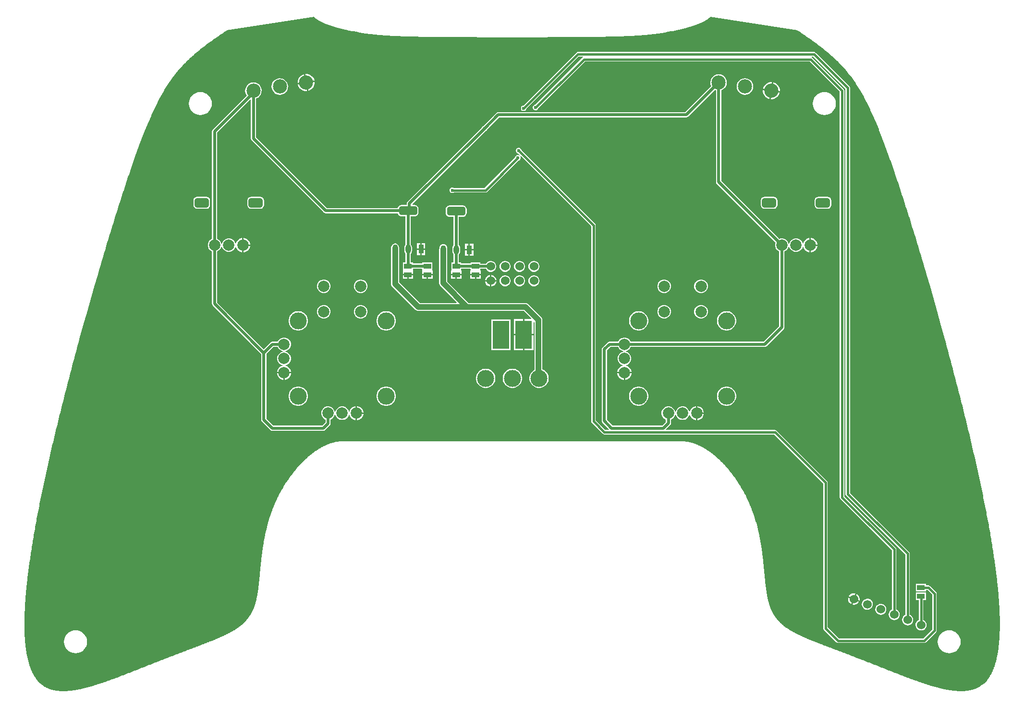
<source format=gbl>
G04*
G04 #@! TF.GenerationSoftware,Altium Limited,Altium Designer,21.1.1 (26)*
G04*
G04 Layer_Physical_Order=2*
G04 Layer_Color=16711680*
%FSLAX25Y25*%
%MOIN*%
G70*
G04*
G04 #@! TF.SameCoordinates,E5C8E51D-CC19-474A-A973-919B29290584*
G04*
G04*
G04 #@! TF.FilePolarity,Positive*
G04*
G01*
G75*
%ADD39C,0.01500*%
%ADD40C,0.01968*%
%ADD41C,0.03937*%
%ADD42C,0.11811*%
G04:AMPARAMS|DCode=43|XSize=66.93mil|YSize=98.43mil|CornerRadius=16.73mil|HoleSize=0mil|Usage=FLASHONLY|Rotation=90.000|XOffset=0mil|YOffset=0mil|HoleType=Round|Shape=RoundedRectangle|*
%AMROUNDEDRECTD43*
21,1,0.06693,0.06496,0,0,90.0*
21,1,0.03347,0.09843,0,0,90.0*
1,1,0.03346,0.03248,0.01673*
1,1,0.03346,0.03248,-0.01673*
1,1,0.03346,-0.03248,-0.01673*
1,1,0.03346,-0.03248,0.01673*
%
%ADD43ROUNDEDRECTD43*%
%ADD44C,0.07874*%
%ADD45C,0.09843*%
%ADD46C,0.06000*%
%ADD47R,0.11811X0.19685*%
%ADD48C,0.02362*%
%ADD49R,0.05315X0.03740*%
%ADD50R,0.03749X0.06316*%
G04:AMPARAMS|DCode=51|XSize=63.16mil|YSize=37.49mil|CornerRadius=18.74mil|HoleSize=0mil|Usage=FLASHONLY|Rotation=90.000|XOffset=0mil|YOffset=0mil|HoleType=Round|Shape=RoundedRectangle|*
%AMROUNDEDRECTD51*
21,1,0.06316,0.00000,0,0,90.0*
21,1,0.02568,0.03749,0,0,90.0*
1,1,0.03749,0.00000,0.01284*
1,1,0.03749,0.00000,-0.01284*
1,1,0.03749,0.00000,-0.01284*
1,1,0.03749,0.00000,0.01284*
%
%ADD51ROUNDEDRECTD51*%
G04:AMPARAMS|DCode=52|XSize=63.16mil|YSize=128.43mil|CornerRadius=18.63mil|HoleSize=0mil|Usage=FLASHONLY|Rotation=90.000|XOffset=0mil|YOffset=0mil|HoleType=Round|Shape=RoundedRectangle|*
%AMROUNDEDRECTD52*
21,1,0.06316,0.09117,0,0,90.0*
21,1,0.02590,0.12843,0,0,90.0*
1,1,0.03727,0.04558,0.01295*
1,1,0.03727,0.04558,-0.01295*
1,1,0.03727,-0.04558,-0.01295*
1,1,0.03727,-0.04558,0.01295*
%
%ADD52ROUNDEDRECTD52*%
G36*
X-137645Y296377D02*
X-137643Y296376D01*
X-137641Y296373D01*
X-137606Y296338D01*
X-137603Y296336D01*
X-137601Y296333D01*
X-137566Y296298D01*
X-137563Y296296D01*
X-137561Y296293D01*
X-137525Y296258D01*
X-137522Y296257D01*
X-137520Y296254D01*
X-137484Y296219D01*
X-137482Y296217D01*
X-137480Y296215D01*
X-137443Y296180D01*
X-137441Y296178D01*
X-137439Y296175D01*
X-137402Y296140D01*
X-137399Y296139D01*
X-137398Y296136D01*
X-137361Y296101D01*
X-137358Y296100D01*
X-137356Y296097D01*
X-137319Y296062D01*
X-137316Y296060D01*
X-137314Y296058D01*
X-137276Y296023D01*
X-137274Y296022D01*
X-137272Y296019D01*
X-137234Y295985D01*
X-137231Y295983D01*
X-137229Y295980D01*
X-137191Y295946D01*
X-137188Y295944D01*
X-137187Y295942D01*
X-137148Y295907D01*
X-137145Y295905D01*
X-137144Y295903D01*
X-137105Y295869D01*
X-137102Y295867D01*
X-137100Y295865D01*
X-137061Y295830D01*
X-137058Y295829D01*
X-137057Y295826D01*
X-137017Y295792D01*
X-137014Y295790D01*
X-137013Y295788D01*
X-136973Y295753D01*
X-136970Y295752D01*
X-136969Y295750D01*
X-136928Y295715D01*
X-136926Y295714D01*
X-136924Y295711D01*
X-136883Y295677D01*
X-136881Y295676D01*
X-136879Y295674D01*
X-136838Y295639D01*
X-136836Y295638D01*
X-136834Y295636D01*
X-136793Y295601D01*
X-136791Y295600D01*
X-136789Y295598D01*
X-136748Y295564D01*
X-136745Y295562D01*
X-136743Y295560D01*
X-136702Y295526D01*
X-136699Y295525D01*
X-136697Y295522D01*
X-136655Y295488D01*
X-136653Y295487D01*
X-136651Y295485D01*
X-136609Y295451D01*
X-136606Y295450D01*
X-136605Y295448D01*
X-136562Y295414D01*
X-136559Y295412D01*
X-136558Y295410D01*
X-136515Y295376D01*
X-136512Y295375D01*
X-136511Y295373D01*
X-136467Y295339D01*
X-136465Y295338D01*
X-136463Y295336D01*
X-136420Y295302D01*
X-136417Y295301D01*
X-136416Y295299D01*
X-136372Y295265D01*
X-136370Y295264D01*
X-136368Y295262D01*
X-136324Y295228D01*
X-136321Y295227D01*
X-136320Y295225D01*
X-136275Y295191D01*
X-136273Y295190D01*
X-136271Y295188D01*
X-136226Y295154D01*
X-136224Y295153D01*
X-136222Y295151D01*
X-136177Y295117D01*
X-136175Y295116D01*
X-136173Y295114D01*
X-136128Y295081D01*
X-136126Y295080D01*
X-136124Y295078D01*
X-136078Y295044D01*
X-136076Y295043D01*
X-136075Y295041D01*
X-136029Y295008D01*
X-136026Y295007D01*
X-136025Y295005D01*
X-135978Y294971D01*
X-135976Y294970D01*
X-135975Y294969D01*
X-135928Y294935D01*
X-135926Y294934D01*
X-135924Y294932D01*
X-135877Y294899D01*
X-135875Y294898D01*
X-135873Y294896D01*
X-135826Y294863D01*
X-135824Y294862D01*
X-135823Y294860D01*
X-135775Y294827D01*
X-135773Y294826D01*
X-135771Y294824D01*
X-135723Y294791D01*
X-135721Y294790D01*
X-135720Y294788D01*
X-135672Y294755D01*
X-135670Y294754D01*
X-135668Y294752D01*
X-135620Y294719D01*
X-135618Y294718D01*
X-135616Y294717D01*
X-135567Y294683D01*
X-135565Y294683D01*
X-135564Y294681D01*
X-135515Y294648D01*
X-135513Y294647D01*
X-135511Y294645D01*
X-135462Y294612D01*
X-135460Y294611D01*
X-135458Y294610D01*
X-135409Y294577D01*
X-135407Y294576D01*
X-135405Y294574D01*
X-135355Y294542D01*
X-135353Y294541D01*
X-135352Y294539D01*
X-135302Y294506D01*
X-135300Y294505D01*
X-135298Y294504D01*
X-135248Y294471D01*
X-135246Y294470D01*
X-135244Y294469D01*
X-135194Y294436D01*
X-135192Y294435D01*
X-135190Y294433D01*
X-135139Y294401D01*
X-135137Y294400D01*
X-135136Y294398D01*
X-135084Y294366D01*
X-135082Y294365D01*
X-135081Y294363D01*
X-135029Y294331D01*
X-135028Y294330D01*
X-135026Y294328D01*
X-134974Y294296D01*
X-134972Y294295D01*
X-134971Y294293D01*
X-134918Y294261D01*
X-134917Y294260D01*
X-134915Y294259D01*
X-134863Y294226D01*
X-134861Y294226D01*
X-134859Y294224D01*
X-134807Y294192D01*
X-134805Y294191D01*
X-134803Y294190D01*
X-134750Y294157D01*
X-134749Y294156D01*
X-134747Y294155D01*
X-134694Y294122D01*
X-134692Y294122D01*
X-134691Y294121D01*
X-134637Y294088D01*
X-134635Y294087D01*
X-134634Y294086D01*
X-134580Y294054D01*
X-134578Y294053D01*
X-134577Y294052D01*
X-134523Y294019D01*
X-134521Y294019D01*
X-134519Y294017D01*
X-134465Y293985D01*
X-134463Y293985D01*
X-134462Y293983D01*
X-134407Y293951D01*
X-134405Y293950D01*
X-134404Y293949D01*
X-134349Y293917D01*
X-134347Y293916D01*
X-134346Y293915D01*
X-134291Y293883D01*
X-134289Y293882D01*
X-134288Y293881D01*
X-134232Y293849D01*
X-134230Y293848D01*
X-134229Y293847D01*
X-134173Y293815D01*
X-134171Y293814D01*
X-134170Y293813D01*
X-134114Y293781D01*
X-134113Y293781D01*
X-134111Y293779D01*
X-134055Y293747D01*
X-134053Y293747D01*
X-134052Y293746D01*
X-133995Y293714D01*
X-133993Y293713D01*
X-133992Y293712D01*
X-133935Y293680D01*
X-133933Y293680D01*
X-133932Y293678D01*
X-133875Y293647D01*
X-133873Y293646D01*
X-133872Y293645D01*
X-133815Y293613D01*
X-133813Y293613D01*
X-133812Y293612D01*
X-133754Y293580D01*
X-133753Y293579D01*
X-133751Y293578D01*
X-133693Y293547D01*
X-133692Y293546D01*
X-133690Y293545D01*
X-133632Y293513D01*
X-133631Y293513D01*
X-133629Y293512D01*
X-133571Y293480D01*
X-133569Y293479D01*
X-133568Y293478D01*
X-133509Y293447D01*
X-133508Y293446D01*
X-133506Y293445D01*
X-133447Y293414D01*
X-133446Y293413D01*
X-133445Y293412D01*
X-133385Y293381D01*
X-133384Y293380D01*
X-133382Y293379D01*
X-133323Y293348D01*
X-133321Y293347D01*
X-133320Y293346D01*
X-133260Y293315D01*
X-133259Y293314D01*
X-133258Y293313D01*
X-133198Y293282D01*
X-133196Y293282D01*
X-133195Y293281D01*
X-133135Y293249D01*
X-133133Y293249D01*
X-133132Y293248D01*
X-133071Y293217D01*
X-133070Y293216D01*
X-133069Y293215D01*
X-133008Y293184D01*
X-133006Y293184D01*
X-133005Y293183D01*
X-132944Y293151D01*
X-132942Y293151D01*
X-132941Y293150D01*
X-132880Y293119D01*
X-132879Y293119D01*
X-132877Y293117D01*
X-132816Y293086D01*
X-132814Y293086D01*
X-132813Y293085D01*
X-132751Y293054D01*
X-132750Y293054D01*
X-132749Y293053D01*
X-132687Y293022D01*
X-132685Y293021D01*
X-132684Y293020D01*
X-132622Y292989D01*
X-132620Y292989D01*
X-132619Y292988D01*
X-132557Y292957D01*
X-132555Y292957D01*
X-132554Y292956D01*
X-132491Y292925D01*
X-132490Y292925D01*
X-132489Y292924D01*
X-132426Y292893D01*
X-132424Y292893D01*
X-132423Y292892D01*
X-132360Y292861D01*
X-132358Y292861D01*
X-132357Y292860D01*
X-132293Y292829D01*
X-132292Y292829D01*
X-132291Y292828D01*
X-132227Y292797D01*
X-132226Y292797D01*
X-132225Y292796D01*
X-132161Y292765D01*
X-132159Y292765D01*
X-132158Y292764D01*
X-132094Y292734D01*
X-132093Y292733D01*
X-132091Y292732D01*
X-132027Y292702D01*
X-132026Y292701D01*
X-132025Y292701D01*
X-131960Y292670D01*
X-131958Y292670D01*
X-131957Y292669D01*
X-131892Y292638D01*
X-131891Y292638D01*
X-131890Y292637D01*
X-131825Y292607D01*
X-131824Y292607D01*
X-131822Y292606D01*
X-131757Y292576D01*
X-131756Y292575D01*
X-131755Y292574D01*
X-131689Y292544D01*
X-131687Y292544D01*
X-131686Y292543D01*
X-131621Y292513D01*
X-131619Y292512D01*
X-131618Y292512D01*
X-131552Y292481D01*
X-131551Y292481D01*
X-131550Y292480D01*
X-131483Y292450D01*
X-131482Y292450D01*
X-131481Y292449D01*
X-131414Y292419D01*
X-131413Y292419D01*
X-131412Y292418D01*
X-131345Y292388D01*
X-131344Y292388D01*
X-131343Y292387D01*
X-131276Y292357D01*
X-131274Y292356D01*
X-131274Y292356D01*
X-131206Y292326D01*
X-131205Y292325D01*
X-131204Y292325D01*
X-131136Y292295D01*
X-131135Y292294D01*
X-131134Y292294D01*
X-131066Y292264D01*
X-131065Y292264D01*
X-131064Y292263D01*
X-130996Y292233D01*
X-130995Y292233D01*
X-130994Y292232D01*
X-130926Y292202D01*
X-130924Y292202D01*
X-130923Y292201D01*
X-130855Y292171D01*
X-130854Y292171D01*
X-130853Y292171D01*
X-130784Y292141D01*
X-130783Y292140D01*
X-130782Y292140D01*
X-130713Y292110D01*
X-130712Y292110D01*
X-130711Y292109D01*
X-130642Y292079D01*
X-130641Y292079D01*
X-130640Y292079D01*
X-130570Y292049D01*
X-130569Y292049D01*
X-130568Y292048D01*
X-130499Y292019D01*
X-130498Y292018D01*
X-130497Y292018D01*
X-130427Y291988D01*
X-130426Y291988D01*
X-130425Y291987D01*
X-130355Y291958D01*
X-130353Y291957D01*
X-130353Y291957D01*
X-130282Y291927D01*
X-130281Y291927D01*
X-130280Y291927D01*
X-130210Y291897D01*
X-130209Y291897D01*
X-130208Y291896D01*
X-130137Y291867D01*
X-130136Y291867D01*
X-130135Y291866D01*
X-130064Y291837D01*
X-130063Y291837D01*
X-130062Y291836D01*
X-129991Y291807D01*
X-129990Y291807D01*
X-129990Y291806D01*
X-129918Y291777D01*
X-129917Y291777D01*
X-129916Y291776D01*
X-129845Y291747D01*
X-129844Y291747D01*
X-129843Y291746D01*
X-129771Y291717D01*
X-129770Y291717D01*
X-129768Y291716D01*
X-129624Y291658D01*
X-129622Y291657D01*
X-129620Y291656D01*
X-129475Y291598D01*
X-129473Y291598D01*
X-129472Y291597D01*
X-129326Y291539D01*
X-129324Y291539D01*
X-129323Y291538D01*
X-129176Y291480D01*
X-129174Y291480D01*
X-129173Y291479D01*
X-129025Y291421D01*
X-129023Y291421D01*
X-129022Y291420D01*
X-128874Y291363D01*
X-128872Y291362D01*
X-128870Y291361D01*
X-128721Y291304D01*
X-128719Y291304D01*
X-128718Y291303D01*
X-128568Y291246D01*
X-128567Y291246D01*
X-128565Y291245D01*
X-128415Y291188D01*
X-128413Y291188D01*
X-128411Y291187D01*
X-128260Y291131D01*
X-128259Y291130D01*
X-128257Y291129D01*
X-128105Y291073D01*
X-128104Y291073D01*
X-128102Y291072D01*
X-127950Y291016D01*
X-127948Y291016D01*
X-127946Y291015D01*
X-127793Y290959D01*
X-127792Y290959D01*
X-127790Y290958D01*
X-127636Y290902D01*
X-127635Y290902D01*
X-127633Y290901D01*
X-127479Y290845D01*
X-127477Y290845D01*
X-127476Y290844D01*
X-127320Y290789D01*
X-127319Y290789D01*
X-127317Y290788D01*
X-127162Y290733D01*
X-127160Y290733D01*
X-127158Y290732D01*
X-127002Y290677D01*
X-127000Y290677D01*
X-126999Y290676D01*
X-126842Y290621D01*
X-126840Y290621D01*
X-126839Y290620D01*
X-126681Y290566D01*
X-126680Y290565D01*
X-126678Y290565D01*
X-126520Y290510D01*
X-126518Y290510D01*
X-126517Y290509D01*
X-126358Y290455D01*
X-126356Y290455D01*
X-126355Y290454D01*
X-126196Y290400D01*
X-126194Y290400D01*
X-126193Y290399D01*
X-126033Y290346D01*
X-126031Y290345D01*
X-126030Y290345D01*
X-125869Y290291D01*
X-125868Y290291D01*
X-125866Y290290D01*
X-125705Y290237D01*
X-125704Y290237D01*
X-125702Y290236D01*
X-125540Y290183D01*
X-125539Y290182D01*
X-125538Y290182D01*
X-125375Y290129D01*
X-125374Y290129D01*
X-125373Y290128D01*
X-125210Y290075D01*
X-125208Y290075D01*
X-125207Y290074D01*
X-125043Y290022D01*
X-125042Y290022D01*
X-125041Y290021D01*
X-124877Y289968D01*
X-124875Y289968D01*
X-124874Y289968D01*
X-124710Y289915D01*
X-124708Y289915D01*
X-124707Y289915D01*
X-124542Y289863D01*
X-124541Y289863D01*
X-124540Y289862D01*
X-124374Y289810D01*
X-124373Y289810D01*
X-124372Y289809D01*
X-124206Y289758D01*
X-124204Y289758D01*
X-124203Y289757D01*
X-124037Y289706D01*
X-124035Y289705D01*
X-124034Y289705D01*
X-123867Y289654D01*
X-123866Y289653D01*
X-123865Y289653D01*
X-123697Y289602D01*
X-123696Y289602D01*
X-123695Y289601D01*
X-123527Y289550D01*
X-123526Y289550D01*
X-123525Y289550D01*
X-123356Y289499D01*
X-123355Y289499D01*
X-123354Y289498D01*
X-123185Y289448D01*
X-123184Y289448D01*
X-123183Y289447D01*
X-123014Y289397D01*
X-123012Y289397D01*
X-123011Y289396D01*
X-122842Y289346D01*
X-122841Y289346D01*
X-122840Y289346D01*
X-122669Y289296D01*
X-122668Y289296D01*
X-122667Y289295D01*
X-122497Y289246D01*
X-122496Y289246D01*
X-122495Y289245D01*
X-122324Y289196D01*
X-122323Y289195D01*
X-122322Y289195D01*
X-122151Y289146D01*
X-122149Y289146D01*
X-122148Y289145D01*
X-121977Y289096D01*
X-121976Y289096D01*
X-121975Y289096D01*
X-121803Y289047D01*
X-121802Y289047D01*
X-121801Y289046D01*
X-121628Y288998D01*
X-121627Y288998D01*
X-121626Y288997D01*
X-121454Y288949D01*
X-121452Y288948D01*
X-121452Y288948D01*
X-121279Y288900D01*
X-121277Y288900D01*
X-121277Y288899D01*
X-121103Y288851D01*
X-121102Y288851D01*
X-121101Y288851D01*
X-120928Y288803D01*
X-120926Y288803D01*
X-120926Y288802D01*
X-120752Y288755D01*
X-120751Y288755D01*
X-120750Y288754D01*
X-120575Y288707D01*
X-120574Y288707D01*
X-120573Y288706D01*
X-120399Y288659D01*
X-120398Y288659D01*
X-120397Y288658D01*
X-120134Y288588D01*
X-120133Y288588D01*
X-120131Y288587D01*
X-119868Y288517D01*
X-119867Y288517D01*
X-119866Y288517D01*
X-119602Y288447D01*
X-119600Y288447D01*
X-119599Y288446D01*
X-119335Y288377D01*
X-119334Y288377D01*
X-119332Y288377D01*
X-119068Y288308D01*
X-119066Y288308D01*
X-119065Y288307D01*
X-118800Y288239D01*
X-118798Y288239D01*
X-118797Y288239D01*
X-118531Y288171D01*
X-118530Y288171D01*
X-118529Y288170D01*
X-118262Y288103D01*
X-118261Y288103D01*
X-118260Y288103D01*
X-117993Y288036D01*
X-117992Y288036D01*
X-117991Y288035D01*
X-117723Y287969D01*
X-117722Y287969D01*
X-117721Y287968D01*
X-117453Y287903D01*
X-117452Y287903D01*
X-117450Y287902D01*
X-117093Y287815D01*
X-117091Y287815D01*
X-117090Y287814D01*
X-116732Y287728D01*
X-116730Y287728D01*
X-116728Y287727D01*
X-116370Y287642D01*
X-116368Y287642D01*
X-116366Y287641D01*
X-116007Y287557D01*
X-116005Y287557D01*
X-116003Y287556D01*
X-115553Y287452D01*
X-115551Y287452D01*
X-115550Y287451D01*
X-115099Y287348D01*
X-115097Y287348D01*
X-115095Y287347D01*
X-114643Y287245D01*
X-114641Y287245D01*
X-114639Y287244D01*
X-114096Y287123D01*
X-114094Y287123D01*
X-114091Y287122D01*
X-113457Y286984D01*
X-113454Y286984D01*
X-113451Y286983D01*
X-112725Y286828D01*
X-112721Y286828D01*
X-112718Y286827D01*
X-111808Y286638D01*
X-111803Y286638D01*
X-111798Y286636D01*
X-110429Y286363D01*
X-110424Y286357D01*
X-110425Y286353D01*
X-106615Y285692D01*
Y285692D01*
X-106399Y285649D01*
X-106386Y285652D01*
X-103515Y285154D01*
X-103513Y285166D01*
X-103507Y285170D01*
X-102182Y284976D01*
X-102177Y284977D01*
X-102172Y284975D01*
X-101217Y284843D01*
X-101213Y284843D01*
X-101210Y284842D01*
X-100440Y284739D01*
X-100437Y284739D01*
X-100434Y284738D01*
X-99755Y284651D01*
X-99752Y284651D01*
X-99750Y284650D01*
X-99164Y284577D01*
X-99162Y284577D01*
X-99160Y284577D01*
X-98570Y284505D01*
X-98568Y284505D01*
X-98566Y284504D01*
X-98071Y284446D01*
X-98070Y284446D01*
X-98068Y284446D01*
X-97570Y284388D01*
X-97568Y284388D01*
X-97567Y284388D01*
X-97167Y284343D01*
X-97165Y284343D01*
X-97163Y284342D01*
X-96761Y284298D01*
X-96760Y284298D01*
X-96758Y284298D01*
X-96354Y284254D01*
X-96352Y284254D01*
X-96351Y284254D01*
X-95944Y284211D01*
X-95942Y284211D01*
X-95941Y284210D01*
X-95532Y284168D01*
X-95530Y284168D01*
X-95529Y284168D01*
X-95221Y284136D01*
X-95219Y284137D01*
X-95218Y284136D01*
X-94908Y284105D01*
X-94907Y284105D01*
X-94906Y284105D01*
X-94595Y284074D01*
X-94594Y284074D01*
X-94593Y284074D01*
X-94280Y284044D01*
X-94279Y284044D01*
X-94278Y284044D01*
X-93963Y284014D01*
X-93962Y284014D01*
X-93961Y284014D01*
X-93645Y283984D01*
X-93644Y283984D01*
X-93643Y283984D01*
X-93325Y283955D01*
X-93324Y283955D01*
X-93323Y283955D01*
X-93004Y283926D01*
X-93003Y283926D01*
X-93002Y283926D01*
X-92681Y283897D01*
X-92680Y283897D01*
X-92678Y283897D01*
X-92356Y283869D01*
X-92355Y283869D01*
X-92354Y283869D01*
X-92029Y283841D01*
X-92028Y283841D01*
X-92027Y283841D01*
X-91701Y283814D01*
X-91700Y283814D01*
X-91699Y283813D01*
X-91370Y283786D01*
X-91369Y283786D01*
X-91369Y283786D01*
X-91038Y283759D01*
X-91037Y283759D01*
X-91037Y283759D01*
X-90815Y283742D01*
X-90815Y283742D01*
X-90814Y283742D01*
X-90592Y283724D01*
X-90591Y283724D01*
X-90591Y283724D01*
X-90368Y283707D01*
X-90367Y283707D01*
X-90366Y283707D01*
X-90143Y283689D01*
X-90142Y283689D01*
X-90141Y283689D01*
X-89916Y283672D01*
X-89916Y283672D01*
X-89915Y283672D01*
X-89689Y283655D01*
X-89689Y283656D01*
X-89688Y283655D01*
X-89461Y283639D01*
X-89461Y283639D01*
X-89460Y283639D01*
X-89232Y283622D01*
X-89232Y283622D01*
X-89231Y283622D01*
X-89003Y283605D01*
X-89002Y283606D01*
X-89001Y283605D01*
X-88772Y283589D01*
X-88771Y283589D01*
X-88771Y283589D01*
X-88540Y283573D01*
X-88539Y283573D01*
X-88539Y283573D01*
X-88307Y283557D01*
X-88306Y283557D01*
X-88306Y283557D01*
X-88073Y283541D01*
X-88073Y283541D01*
X-88072Y283541D01*
X-87838Y283525D01*
X-87838Y283525D01*
X-87837Y283525D01*
X-87602Y283509D01*
X-87602Y283509D01*
X-87601Y283509D01*
X-87365Y283494D01*
X-87365Y283494D01*
X-87364Y283494D01*
X-87127Y283478D01*
X-87127Y283479D01*
X-87126Y283478D01*
X-86888Y283463D01*
X-86888Y283463D01*
X-86887Y283463D01*
X-86648Y283448D01*
X-86647Y283448D01*
X-86647Y283448D01*
X-86406Y283433D01*
X-86406Y283433D01*
X-86405Y283433D01*
X-86164Y283418D01*
X-86163Y283419D01*
X-86163Y283418D01*
X-85920Y283404D01*
X-85919Y283404D01*
X-85919Y283404D01*
X-85675Y283389D01*
X-85675Y283389D01*
X-85674Y283389D01*
X-85429Y283375D01*
X-85429Y283375D01*
X-85428Y283375D01*
X-85182Y283361D01*
X-85181Y283361D01*
X-85181Y283361D01*
X-84934Y283347D01*
X-84933Y283347D01*
X-84933Y283347D01*
X-84684Y283332D01*
X-84683Y283333D01*
X-84683Y283332D01*
X-84433Y283319D01*
X-84433Y283319D01*
X-84432Y283319D01*
X-84181Y283305D01*
X-84180Y283305D01*
X-84180Y283305D01*
X-83928Y283291D01*
X-83927Y283291D01*
X-83927Y283291D01*
X-83673Y283278D01*
X-83672Y283278D01*
X-83672Y283278D01*
X-83417Y283265D01*
X-83417Y283265D01*
X-83416Y283264D01*
X-83160Y283251D01*
X-83159Y283252D01*
X-83159Y283251D01*
X-82901Y283238D01*
X-82901Y283238D01*
X-82900Y283238D01*
X-82642Y283225D01*
X-82641Y283225D01*
X-82640Y283225D01*
X-82380Y283212D01*
X-82380Y283213D01*
X-82379Y283212D01*
X-82118Y283200D01*
X-82117Y283200D01*
X-82117Y283200D01*
X-81854Y283187D01*
X-81853Y283187D01*
X-81853Y283187D01*
X-81588Y283175D01*
X-81588Y283175D01*
X-81587Y283175D01*
X-81322Y283162D01*
X-81321Y283163D01*
X-81321Y283162D01*
X-81053Y283150D01*
X-81053Y283150D01*
X-81053Y283150D01*
X-80784Y283138D01*
X-80783Y283138D01*
X-80783Y283138D01*
X-80513Y283126D01*
X-80512Y283126D01*
X-80512Y283126D01*
X-80240Y283114D01*
X-80240Y283115D01*
X-80239Y283114D01*
X-79966Y283103D01*
X-79966Y283103D01*
X-79965Y283103D01*
X-79691Y283091D01*
X-79690Y283091D01*
X-79690Y283091D01*
X-79414Y283080D01*
X-79413Y283080D01*
X-79413Y283080D01*
X-79135Y283068D01*
X-79135Y283068D01*
X-79134Y283068D01*
X-78855Y283057D01*
X-78855Y283057D01*
X-78854Y283057D01*
X-78573Y283046D01*
X-78573Y283046D01*
X-78572Y283046D01*
X-78290Y283035D01*
X-78290Y283035D01*
X-78289Y283035D01*
X-78005Y283024D01*
X-78005Y283024D01*
X-78004Y283024D01*
X-77719Y283013D01*
X-77718Y283013D01*
X-77718Y283013D01*
X-77431Y283002D01*
X-77430Y283003D01*
X-77430Y283002D01*
X-77141Y282992D01*
X-77141Y282992D01*
X-77140Y282992D01*
X-76850Y282981D01*
X-76849Y282982D01*
X-76849Y282981D01*
X-76557Y282971D01*
X-76556Y282971D01*
X-76556Y282971D01*
X-76262Y282961D01*
X-76262Y282961D01*
X-76261Y282961D01*
X-75966Y282951D01*
X-75965Y282951D01*
X-75965Y282951D01*
X-75668Y282941D01*
X-75667Y282941D01*
X-75667Y282941D01*
X-75368Y282931D01*
X-75367Y282931D01*
X-75367Y282931D01*
X-75066Y282921D01*
X-75066Y282921D01*
X-75066Y282921D01*
X-74763Y282911D01*
X-74763Y282911D01*
X-74762Y282911D01*
X-74458Y282902D01*
X-74458Y282902D01*
X-74457Y282902D01*
X-74151Y282892D01*
X-74151Y282892D01*
X-74150Y282892D01*
X-73842Y282883D01*
X-73842Y282883D01*
X-73842Y282883D01*
X-73532Y282874D01*
X-73532Y282874D01*
X-73531Y282874D01*
X-73220Y282864D01*
X-73219Y282865D01*
X-73219Y282864D01*
X-72905Y282856D01*
X-72905Y282856D01*
X-72905Y282855D01*
X-72589Y282846D01*
X-72589Y282846D01*
X-72589Y282846D01*
X-72272Y282838D01*
X-72271Y282838D01*
X-72271Y282838D01*
X-71952Y282829D01*
X-71951Y282829D01*
X-71951Y282829D01*
X-71630Y282820D01*
X-71630Y282820D01*
X-71629Y282820D01*
X-71306Y282812D01*
X-71306Y282812D01*
X-71306Y282812D01*
X-70981Y282803D01*
X-70981Y282803D01*
X-70980Y282803D01*
X-70653Y282795D01*
X-70653Y282795D01*
X-70653Y282795D01*
X-70489Y282791D01*
X-70489Y282791D01*
X-70488Y282791D01*
X-70324Y282786D01*
X-70323Y282786D01*
X-70323Y282786D01*
X-70158Y282782D01*
X-70158Y282782D01*
X-70158Y282782D01*
X-69992Y282778D01*
X-69992Y282778D01*
X-69992Y282778D01*
X-69826Y282774D01*
X-69826Y282774D01*
X-69825Y282774D01*
X-69659Y282770D01*
X-69658Y282770D01*
X-69658Y282770D01*
X-69491Y282766D01*
X-69491Y282766D01*
X-69491Y282766D01*
X-69323Y282762D01*
X-69323Y282762D01*
X-69323Y282762D01*
X-69155Y282758D01*
X-69154Y282758D01*
X-69154Y282758D01*
X-68986Y282754D01*
X-68985Y282754D01*
X-68985Y282754D01*
X-68816Y282750D01*
X-68816Y282750D01*
X-68816Y282750D01*
X-68646Y282747D01*
X-68646Y282747D01*
X-68646Y282747D01*
X-68475Y282743D01*
X-68475Y282743D01*
X-68475Y282743D01*
X-68304Y282739D01*
X-68304Y282739D01*
X-68304Y282739D01*
X-68133Y282735D01*
X-68133Y282735D01*
X-68133Y282735D01*
X-67961Y282731D01*
X-67961Y282731D01*
X-67960Y282731D01*
X-67788Y282727D01*
X-67788Y282727D01*
X-67788Y282727D01*
X-67615Y282724D01*
X-67615Y282724D01*
X-67615Y282724D01*
X-67441Y282720D01*
X-67441Y282720D01*
X-67441Y282720D01*
X-67267Y282716D01*
X-67267Y282716D01*
X-67267Y282716D01*
X-67092Y282713D01*
X-67092Y282713D01*
X-67092Y282713D01*
X-66917Y282709D01*
X-66917Y282709D01*
X-66917Y282709D01*
X-66741Y282705D01*
X-66741Y282705D01*
X-66741Y282705D01*
X-66565Y282701D01*
X-66565Y282702D01*
X-66564Y282701D01*
X-66388Y282698D01*
X-66387Y282698D01*
X-66387Y282698D01*
X-66210Y282694D01*
X-66210Y282694D01*
X-66210Y282694D01*
X-66032Y282691D01*
X-66032Y282691D01*
X-66032Y282691D01*
X-65854Y282687D01*
X-65854Y282687D01*
X-65854Y282687D01*
X-65675Y282684D01*
X-65675Y282684D01*
X-65675Y282684D01*
X-65495Y282680D01*
X-65495Y282680D01*
X-65495Y282680D01*
X-65315Y282677D01*
X-65315Y282677D01*
X-65315Y282677D01*
X-65134Y282673D01*
X-65134Y282673D01*
X-65134Y282673D01*
X-64953Y282670D01*
X-64953Y282670D01*
X-64953Y282670D01*
X-64771Y282666D01*
X-64771Y282667D01*
X-64771Y282666D01*
X-64589Y282663D01*
X-64588Y282663D01*
X-64588Y282663D01*
X-64406Y282660D01*
X-64406Y282660D01*
X-64406Y282660D01*
X-64222Y282656D01*
X-64222Y282657D01*
X-64222Y282656D01*
X-64038Y282653D01*
X-64038Y282653D01*
X-64038Y282653D01*
X-63853Y282650D01*
X-63853Y282650D01*
X-63853Y282650D01*
X-63668Y282646D01*
X-63668Y282647D01*
X-63668Y282646D01*
X-63482Y282643D01*
X-63482Y282643D01*
X-63482Y282643D01*
X-63296Y282640D01*
X-63296Y282640D01*
X-63296Y282640D01*
X-63109Y282637D01*
X-63109Y282637D01*
X-63109Y282637D01*
X-62922Y282634D01*
X-62922Y282634D01*
X-62921Y282634D01*
X-62734Y282630D01*
X-62734Y282630D01*
X-62733Y282630D01*
X-62545Y282627D01*
X-62545Y282627D01*
X-62545Y282627D01*
X-62356Y282624D01*
X-62356Y282624D01*
X-62356Y282624D01*
X-62166Y282621D01*
X-62166Y282621D01*
X-62166Y282621D01*
X-61976Y282618D01*
X-61975Y282618D01*
X-61975Y282618D01*
X-61785Y282615D01*
X-61784Y282615D01*
X-61784Y282615D01*
X-61593Y282612D01*
X-61593Y282612D01*
X-61593Y282612D01*
X-61401Y282609D01*
X-61401Y282609D01*
X-61401Y282609D01*
X-61208Y282606D01*
X-61208Y282606D01*
X-61208Y282606D01*
X-61015Y282603D01*
X-61015Y282603D01*
X-61015Y282603D01*
X-60821Y282600D01*
X-60821Y282600D01*
X-60821Y282600D01*
X-60626Y282597D01*
X-60626Y282597D01*
X-60626Y282597D01*
X-60431Y282594D01*
X-60431Y282594D01*
X-60431Y282594D01*
X-60235Y282591D01*
X-60235Y282591D01*
X-60235Y282591D01*
X-60039Y282588D01*
X-60039Y282588D01*
X-60039Y282588D01*
X-59842Y282585D01*
X-59842Y282585D01*
X-59842Y282585D01*
X-59645Y282582D01*
X-59645Y282582D01*
X-59644Y282582D01*
X-59447Y282579D01*
X-59446Y282579D01*
X-59446Y282579D01*
X-59248Y282577D01*
X-59248Y282577D01*
X-59247Y282577D01*
X-59048Y282574D01*
X-59048Y282574D01*
X-59048Y282574D01*
X-58848Y282571D01*
X-58848Y282571D01*
X-58848Y282571D01*
X-58648Y282568D01*
X-58648Y282568D01*
X-58648Y282568D01*
X-58447Y282565D01*
X-58447Y282566D01*
X-58446Y282565D01*
X-58245Y282563D01*
X-58245Y282563D01*
X-58245Y282563D01*
X-58042Y282560D01*
X-58042Y282560D01*
X-58042Y282560D01*
X-57839Y282557D01*
X-57839Y282557D01*
X-57839Y282557D01*
X-57635Y282555D01*
X-57635Y282555D01*
X-57635Y282555D01*
X-57431Y282552D01*
X-57431Y282552D01*
X-57431Y282552D01*
X-57226Y282549D01*
X-57226Y282550D01*
X-57226Y282549D01*
X-57021Y282547D01*
X-57021Y282547D01*
X-57020Y282547D01*
X-56814Y282544D01*
X-56814D01*
X-56608Y282542D01*
X-56608Y282542D01*
X-56608Y282542D01*
X-56400Y282539D01*
X-56400Y282539D01*
X-56400Y282539D01*
X-56192Y282537D01*
X-56192Y282537D01*
X-56192Y282537D01*
X-55983Y282534D01*
X-55983Y282534D01*
X-55983Y282534D01*
X-55774Y282531D01*
X-55774Y282531D01*
X-55774Y282531D01*
X-55564Y282529D01*
X-55564Y282529D01*
X-55564Y282529D01*
X-55353Y282526D01*
X-55353Y282526D01*
X-55353Y282526D01*
X-55142Y282524D01*
X-55142Y282524D01*
X-55142Y282524D01*
X-54930Y282522D01*
X-54930Y282522D01*
X-54930Y282522D01*
X-54717Y282519D01*
X-54717Y282519D01*
X-54717Y282519D01*
X-54504Y282517D01*
X-54504Y282517D01*
X-54504Y282517D01*
X-54290Y282514D01*
X-54290Y282514D01*
X-54290Y282514D01*
X-54076Y282512D01*
X-54076Y282512D01*
X-54075Y282512D01*
X-53860Y282510D01*
X-53860Y282510D01*
X-53860Y282510D01*
X-53645Y282507D01*
X-53645Y282507D01*
X-53644Y282507D01*
X-53428Y282505D01*
X-53428Y282505D01*
X-53428Y282505D01*
X-53211Y282503D01*
X-53211Y282503D01*
X-53211Y282503D01*
X-52993Y282500D01*
X-52993Y282500D01*
X-52993Y282500D01*
X-52775Y282498D01*
X-52775D01*
X-52555Y282496D01*
X-52555Y282496D01*
X-52555Y282496D01*
X-52336Y282494D01*
X-52335Y282494D01*
X-52335Y282494D01*
X-52115Y282491D01*
X-52115Y282491D01*
X-52115Y282491D01*
X-51894Y282489D01*
X-51894Y282489D01*
X-51672Y282487D01*
X-51672Y282487D01*
X-51672Y282487D01*
X-51450Y282485D01*
X-51449Y282485D01*
X-51449Y282485D01*
X-51226Y282483D01*
X-51226Y282483D01*
X-51226Y282483D01*
X-51002Y282481D01*
X-51002Y282481D01*
X-51002Y282481D01*
X-50778Y282478D01*
X-50778Y282478D01*
X-50778Y282478D01*
X-50552Y282476D01*
X-50552Y282476D01*
X-50552Y282476D01*
X-50327Y282474D01*
X-50327Y282474D01*
X-50327Y282474D01*
X-50100Y282472D01*
X-50100Y282472D01*
X-50100Y282472D01*
X-49873Y282470D01*
X-49873Y282470D01*
X-49873Y282470D01*
X-49645Y282468D01*
X-49645Y282468D01*
X-49645Y282468D01*
X-49416Y282466D01*
X-49416Y282466D01*
X-49416Y282466D01*
X-49187Y282464D01*
X-49187Y282464D01*
X-49187Y282464D01*
X-48957Y282462D01*
X-48957Y282462D01*
X-48957Y282462D01*
X-48726Y282460D01*
X-48726Y282460D01*
X-48726Y282460D01*
X-48495Y282458D01*
X-48494Y282458D01*
X-48494Y282458D01*
X-48263Y282456D01*
X-48262Y282456D01*
X-48262Y282456D01*
X-48030Y282454D01*
X-48030Y282454D01*
X-47796Y282452D01*
X-47796Y282452D01*
X-47796Y282452D01*
X-47562Y282450D01*
X-47562Y282450D01*
X-47562Y282450D01*
X-47091Y282447D01*
X-47091Y282447D01*
X-47091Y282447D01*
X-46855Y282445D01*
X-46855Y282445D01*
X-46855Y282445D01*
X-46618Y282443D01*
X-46618Y282443D01*
X-46618Y282443D01*
X-46380Y282441D01*
X-46380Y282441D01*
X-46380Y282441D01*
X-46142Y282439D01*
X-46142Y282439D01*
X-46142Y282439D01*
X-45903Y282437D01*
X-45902Y282438D01*
X-45902Y282437D01*
X-45663Y282436D01*
X-45663Y282436D01*
X-45663Y282436D01*
X-45422Y282434D01*
X-45422Y282434D01*
X-45422Y282434D01*
X-45181Y282432D01*
X-45181Y282432D01*
X-45181Y282432D01*
X-44939Y282431D01*
X-44939Y282431D01*
X-44939Y282431D01*
X-44696Y282429D01*
X-44696Y282429D01*
X-44696Y282429D01*
X-44453Y282427D01*
X-44453Y282427D01*
X-44453Y282427D01*
X-44208Y282425D01*
X-44208Y282425D01*
X-44208Y282425D01*
X-43964Y282424D01*
X-43963Y282424D01*
X-43963Y282424D01*
X-43718Y282422D01*
X-43718Y282422D01*
X-43718Y282422D01*
X-43471Y282420D01*
X-43471Y282420D01*
X-43471Y282420D01*
X-43224Y282419D01*
X-43224Y282419D01*
X-43224Y282419D01*
X-42976Y282417D01*
X-42976Y282417D01*
X-42976Y282417D01*
X-42728Y282416D01*
X-42728Y282416D01*
X-42728Y282416D01*
X-42479Y282414D01*
X-42479Y282414D01*
X-42479Y282414D01*
X-42229Y282412D01*
X-42229Y282412D01*
X-42228Y282412D01*
X-41726Y282409D01*
X-41726Y282409D01*
X-41726Y282409D01*
X-41221Y282406D01*
X-41221Y282406D01*
X-41221Y282406D01*
X-40968Y282405D01*
X-40967Y282405D01*
X-40967Y282405D01*
X-40458Y282402D01*
X-40458Y282402D01*
X-40458Y282402D01*
X-39945Y282399D01*
X-39945Y282399D01*
X-39945Y282399D01*
X-39688Y282397D01*
X-39688Y282397D01*
X-39688Y282397D01*
X-39430Y282396D01*
X-39430Y282396D01*
X-39429Y282396D01*
X-38911Y282393D01*
X-38911Y282393D01*
X-38911Y282393D01*
X-38389Y282390D01*
X-38389Y282390D01*
X-38389Y282390D01*
X-38127Y282389D01*
X-38127Y282389D01*
X-38127Y282389D01*
X-37865Y282388D01*
X-37865Y282388D01*
X-37864Y282388D01*
X-37337Y282385D01*
X-37337Y282385D01*
X-37337Y282385D01*
X-37072Y282384D01*
X-37072Y282384D01*
X-37072Y282384D01*
X-36540Y282381D01*
X-36540Y282381D01*
X-36539Y282381D01*
X-36272Y282380D01*
X-36272Y282380D01*
X-36272Y282380D01*
X-35735Y282377D01*
X-35735Y282377D01*
X-35735Y282377D01*
X-35466Y282376D01*
X-35466Y282376D01*
X-35466Y282376D01*
X-35195Y282375D01*
X-35195Y282375D01*
X-35195Y282375D01*
X-34924Y282374D01*
X-34924Y282374D01*
X-34924Y282374D01*
X-34652Y282372D01*
X-34652Y282372D01*
X-34652Y282372D01*
X-34380Y282371D01*
X-34380Y282371D01*
X-34380Y282371D01*
X-34106Y282370D01*
X-34106Y282370D01*
X-34106Y282370D01*
X-33832Y282369D01*
X-33832Y282369D01*
X-33832Y282369D01*
X-33557Y282368D01*
X-33557Y282368D01*
X-33557Y282368D01*
X-33281Y282367D01*
X-33281Y282367D01*
X-33281Y282367D01*
X-33005Y282365D01*
X-33005Y282365D01*
X-33005Y282365D01*
X-32727Y282364D01*
X-32727Y282364D01*
X-32727Y282364D01*
X-32170Y282362D01*
X-32170Y282362D01*
X-32170Y282362D01*
X-31890Y282361D01*
X-31890Y282361D01*
X-31890Y282361D01*
X-31610Y282360D01*
X-31610Y282360D01*
X-31610Y282360D01*
X-31047Y282358D01*
X-31047Y282358D01*
X-31047Y282358D01*
X-30764Y282357D01*
X-30764Y282357D01*
X-30764Y282357D01*
X-30480Y282356D01*
X-30480Y282356D01*
X-30480Y282356D01*
X-30196Y282355D01*
X-30196Y282355D01*
X-30196Y282355D01*
X-29624Y282353D01*
X-29624Y282353D01*
X-29624Y282353D01*
X-29338Y282352D01*
X-29337Y282352D01*
X-29337Y282352D01*
X-29050Y282351D01*
X-29050Y282351D01*
X-29050Y282351D01*
X-28762Y282350D01*
X-28762Y282350D01*
X-28762Y282350D01*
X-28472Y282349D01*
X-28472Y282349D01*
X-28472Y282349D01*
X-27891Y282347D01*
X-27891Y282347D01*
X-27891Y282347D01*
X-27600Y282347D01*
X-27600Y282347D01*
X-27600Y282347D01*
X-27308Y282346D01*
X-27308D01*
X-27014Y282345D01*
X-27014Y282345D01*
X-27014Y282345D01*
X-26720Y282344D01*
X-26720Y282344D01*
X-26720Y282344D01*
X-26130Y282342D01*
X-26130Y282342D01*
X-26130Y282342D01*
X-25833Y282341D01*
X-25833Y282341D01*
X-25238Y282340D01*
X-25238Y282340D01*
X-25238Y282340D01*
X-24939Y282339D01*
X-24939Y282339D01*
X-24939Y282339D01*
X-24339Y282337D01*
X-24339Y282337D01*
X-24339Y282337D01*
X-24038Y282337D01*
X-24038Y282337D01*
X-24038Y282337D01*
X-23736Y282336D01*
X-23735Y282336D01*
X-23735Y282336D01*
X-23129Y282334D01*
X-23129Y282334D01*
X-23129Y282334D01*
X-22824Y282334D01*
X-22824D01*
X-22519Y282333D01*
X-22519D01*
X-22213Y282332D01*
X-22213D01*
X-21906Y282332D01*
X-21906Y282332D01*
X-21906Y282332D01*
X-21289Y282330D01*
X-21289Y282330D01*
X-21289Y282330D01*
X-20670Y282329D01*
X-20670Y282329D01*
X-20669Y282329D01*
X-20046Y282328D01*
X-20046Y282328D01*
X-20046Y282328D01*
X-19420Y282327D01*
X-19420Y282327D01*
X-19420Y282327D01*
X-18790Y282326D01*
X-18790Y282326D01*
X-18790Y282326D01*
X-18157Y282324D01*
X-18157Y282324D01*
X-18157Y282324D01*
X-17521Y282323D01*
X-17521Y282323D01*
X-17521Y282323D01*
X-16882Y282322D01*
X-16882Y282322D01*
X-16881Y282322D01*
X-16239Y282321D01*
X-16239Y282321D01*
X-16239Y282321D01*
X-15592Y282320D01*
X-15592Y282320D01*
X-15592Y282320D01*
X-14943Y282319D01*
X-14943Y282319D01*
X-14943Y282319D01*
X-14290Y282319D01*
X-14290Y282319D01*
X-14290Y282319D01*
X-13634Y282318D01*
X-13633Y282318D01*
X-13633Y282318D01*
X-12974Y282317D01*
X-12974Y282317D01*
X-12974Y282317D01*
X-12311Y282316D01*
X-12311Y282316D01*
X-12311Y282316D01*
X-11644Y282316D01*
X-11644Y282316D01*
X-11644Y282316D01*
X-10975Y282315D01*
X-10975Y282315D01*
X-10975Y282315D01*
X-10302Y282314D01*
X-10302Y282314D01*
X-10302Y282314D01*
X-9625Y282314D01*
X-9625Y282314D01*
X-9625Y282314D01*
X-8946Y282313D01*
X-8946Y282313D01*
X-8945Y282313D01*
X-8262Y282313D01*
X-8262Y282313D01*
X-8262Y282313D01*
X-7576Y282312D01*
X-7576Y282312D01*
X-7576Y282312D01*
X-6886Y282312D01*
X-6886Y282312D01*
X-6886Y282312D01*
X-6193Y282312D01*
X-6193Y282312D01*
X-6192Y282312D01*
X-5496Y282311D01*
X-5496Y282311D01*
X-5496Y282311D01*
X-4796Y282311D01*
X-4796Y282311D01*
X-4796Y282311D01*
X-4092Y282311D01*
X-4092Y282311D01*
X-4092Y282311D01*
X-3385Y282311D01*
X-3385Y282311D01*
X-3385Y282311D01*
X-2675Y282310D01*
X-2675Y282310D01*
X-2675Y282310D01*
X-1962Y282310D01*
X-1962Y282310D01*
X-1962Y282310D01*
X-1245Y282310D01*
X-1245Y282310D01*
X-1245Y282310D01*
X-524Y282310D01*
X-163Y282310D01*
X-163Y282310D01*
X-163Y282310D01*
X199Y282310D01*
X919Y282310D01*
X919Y282310D01*
X919Y282310D01*
X1636Y282310D01*
X1636Y282310D01*
X1636Y282310D01*
X2350Y282310D01*
X2350Y282310D01*
X2350Y282310D01*
X3060Y282311D01*
X3060Y282311D01*
X3060Y282311D01*
X3767Y282311D01*
X3767Y282311D01*
X3767Y282311D01*
X4470Y282311D01*
X4470Y282311D01*
X4470Y282311D01*
X5170Y282311D01*
X5170Y282311D01*
X5171Y282311D01*
X5867Y282312D01*
X5867Y282312D01*
X5867Y282312D01*
X6560Y282312D01*
X6561Y282312D01*
X6561Y282312D01*
X7250Y282312D01*
X7250Y282312D01*
X7250Y282312D01*
X7937Y282313D01*
X7937Y282313D01*
X7937Y282313D01*
X8620Y282313D01*
X8620Y282313D01*
X8620Y282313D01*
X9300Y282314D01*
X9300Y282314D01*
X9300Y282314D01*
X9976Y282314D01*
X9977Y282314D01*
X9977Y282314D01*
X10650Y282315D01*
X10650Y282315D01*
X10650Y282315D01*
X11319Y282316D01*
X11319Y282316D01*
X11319Y282316D01*
X11986Y282316D01*
X11986Y282316D01*
X11986Y282316D01*
X12649Y282317D01*
X12649Y282317D01*
X12649Y282317D01*
X13308Y282318D01*
X13308Y282318D01*
X13308Y282318D01*
X13964Y282319D01*
X13964Y282319D01*
X13964Y282319D01*
X14617Y282319D01*
X14617Y282319D01*
X14617Y282319D01*
X15267Y282320D01*
X15267Y282320D01*
X15267Y282320D01*
X15913Y282321D01*
X15913Y282321D01*
X15913Y282321D01*
X16556Y282322D01*
X16556Y282322D01*
X16556Y282322D01*
X17196Y282323D01*
X17196Y282323D01*
X17196Y282323D01*
X17832Y282324D01*
X17832Y282324D01*
X17832Y282324D01*
X18465Y282326D01*
X18465Y282326D01*
X18465Y282326D01*
X19095Y282327D01*
X19095Y282327D01*
X19095Y282327D01*
X19721Y282328D01*
X19721Y282328D01*
X19721Y282328D01*
X20344Y282329D01*
X20344Y282329D01*
X20344Y282329D01*
X20964Y282330D01*
X20964Y282330D01*
X20964Y282330D01*
X21580Y282332D01*
X21580Y282332D01*
X21580Y282332D01*
X21888Y282332D01*
X22194Y282333D01*
X22499Y282334D01*
X22804Y282334D01*
X22804Y282334D01*
X22804Y282334D01*
X23410Y282336D01*
X23410Y282336D01*
X23410Y282336D01*
X23712Y282337D01*
X23712Y282337D01*
X23712Y282337D01*
X24014Y282337D01*
X24614Y282339D01*
X24614Y282339D01*
X24614Y282339D01*
X24913Y282340D01*
X24913Y282340D01*
X24913Y282340D01*
X25508Y282341D01*
X25508Y282341D01*
X25804Y282342D01*
X25804Y282342D01*
X25805Y282342D01*
X26395Y282344D01*
X26395Y282344D01*
X26395Y282344D01*
X26689Y282345D01*
X26689Y282345D01*
X26689Y282345D01*
X26982Y282346D01*
X26982Y282346D01*
X26982Y282346D01*
X27275Y282347D01*
X27275Y282347D01*
X27275Y282347D01*
X27566Y282347D01*
X27566Y282347D01*
X27566Y282347D01*
X28147Y282349D01*
X28147Y282349D01*
X28147Y282349D01*
X28436Y282350D01*
X28436Y282350D01*
X28436Y282350D01*
X28725Y282351D01*
X28725Y282351D01*
X28725Y282351D01*
X29012Y282352D01*
X29012Y282352D01*
X29012Y282352D01*
X29299Y282353D01*
X29299Y282353D01*
X29299Y282353D01*
X29870Y282355D01*
X29870Y282355D01*
X29870Y282355D01*
X30155Y282356D01*
X30155Y282356D01*
X30155Y282356D01*
X30438Y282357D01*
X30439Y282357D01*
X30439Y282357D01*
X30721Y282358D01*
X30721Y282358D01*
X30721Y282358D01*
X31285Y282360D01*
X31285Y282360D01*
X31285Y282360D01*
X31565Y282361D01*
X31565Y282361D01*
X31565Y282361D01*
X31845Y282362D01*
X31845Y282362D01*
X31845Y282362D01*
X32402Y282364D01*
X32402Y282364D01*
X32402Y282364D01*
X32679Y282365D01*
X32679Y282365D01*
X32679Y282365D01*
X32956Y282367D01*
X32956Y282367D01*
X32956Y282367D01*
X33232Y282368D01*
X33232Y282368D01*
X33232Y282368D01*
X33507Y282369D01*
X33507Y282369D01*
X33507Y282369D01*
X33781Y282370D01*
X33781Y282370D01*
X33781Y282370D01*
X34054Y282371D01*
X34054Y282371D01*
X34054Y282371D01*
X34327Y282372D01*
X34327Y282372D01*
X34327Y282372D01*
X34599Y282374D01*
X34599Y282374D01*
X34599Y282374D01*
X34870Y282375D01*
X34870Y282375D01*
X34870Y282375D01*
X35140Y282376D01*
X35140Y282376D01*
X35140Y282376D01*
X35410Y282377D01*
X35410Y282377D01*
X35410Y282377D01*
X35947Y282380D01*
X35947Y282380D01*
X35947Y282380D01*
X36214Y282381D01*
X36214Y282381D01*
X36214Y282381D01*
X36746Y282384D01*
X36746Y282384D01*
X36747Y282384D01*
X37012Y282385D01*
X37012Y282385D01*
X37012Y282385D01*
X37539Y282388D01*
X37539Y282388D01*
X37539Y282388D01*
X37802Y282389D01*
X37802Y282389D01*
X37802Y282389D01*
X38064Y282390D01*
X38064Y282390D01*
X38064Y282390D01*
X38585Y282393D01*
X38586Y282393D01*
X38586Y282393D01*
X39104Y282396D01*
X39104Y282396D01*
X39104Y282396D01*
X39362Y282397D01*
X39362Y282397D01*
X39362Y282397D01*
X39620Y282399D01*
X39620Y282399D01*
X39620Y282399D01*
X40132Y282402D01*
X40132Y282402D01*
X40133Y282402D01*
X40642Y282405D01*
X40642Y282405D01*
X40642Y282405D01*
X40896Y282406D01*
X40896Y282406D01*
X40896Y282406D01*
X41401Y282409D01*
X41401Y282409D01*
X41401Y282409D01*
X41903Y282412D01*
X41903Y282412D01*
X41903Y282412D01*
X42153Y282414D01*
X42153Y282414D01*
X42153Y282414D01*
X42403Y282416D01*
X42403Y282416D01*
X42403Y282416D01*
X42651Y282417D01*
X42651Y282417D01*
X42651Y282417D01*
X42899Y282419D01*
X42899Y282419D01*
X42899Y282419D01*
X43146Y282420D01*
X43146Y282420D01*
X43146Y282420D01*
X43393Y282422D01*
X43393Y282422D01*
X43393Y282422D01*
X43638Y282424D01*
X43638Y282424D01*
X43638Y282424D01*
X43883Y282425D01*
X43883Y282425D01*
X43883Y282425D01*
X44127Y282427D01*
X44127Y282427D01*
X44127Y282427D01*
X44371Y282429D01*
X44371Y282429D01*
X44371Y282429D01*
X44614Y282431D01*
X44614Y282431D01*
X44614Y282431D01*
X44855Y282432D01*
X44855Y282432D01*
X44856Y282432D01*
X45097Y282434D01*
X45097Y282434D01*
X45097Y282434D01*
X45337Y282436D01*
X45338Y282436D01*
X45338Y282436D01*
X45577Y282437D01*
X45577Y282438D01*
X45577Y282437D01*
X45816Y282439D01*
X45816Y282439D01*
X45817Y282439D01*
X46055Y282441D01*
X46055Y282441D01*
X46055Y282441D01*
X46293Y282443D01*
X46293Y282443D01*
X46293Y282443D01*
X46530Y282445D01*
X46530Y282445D01*
X46530Y282445D01*
X46766Y282447D01*
X46766Y282447D01*
X46766Y282447D01*
X47236Y282450D01*
X47237Y282450D01*
X47237Y282450D01*
X47471Y282452D01*
X47471Y282452D01*
X47471Y282452D01*
X47704Y282454D01*
X47704Y282454D01*
X47937Y282456D01*
X47937Y282456D01*
X47937Y282456D01*
X48169Y282458D01*
X48169Y282458D01*
X48169Y282458D01*
X48401Y282460D01*
X48401Y282460D01*
X48401Y282460D01*
X48631Y282462D01*
X48632Y282462D01*
X48632Y282462D01*
X48861Y282464D01*
X48862Y282464D01*
X48862Y282464D01*
X49091Y282466D01*
X49091Y282466D01*
X49091Y282466D01*
X49319Y282468D01*
X49319Y282468D01*
X49320Y282468D01*
X49547Y282470D01*
X49547Y282470D01*
X49547Y282470D01*
X49775Y282472D01*
X49775Y282472D01*
X49775Y282472D01*
X50001Y282474D01*
X50001Y282474D01*
X50001Y282474D01*
X50227Y282476D01*
X50227Y282476D01*
X50227Y282476D01*
X50452Y282478D01*
X50453Y282478D01*
X50453Y282478D01*
X50677Y282481D01*
X50677Y282481D01*
X50677Y282481D01*
X50901Y282483D01*
X50901Y282483D01*
X50901Y282483D01*
X51124Y282485D01*
X51124Y282485D01*
X51124Y282485D01*
X51347Y282487D01*
X51347Y282487D01*
X51347Y282487D01*
X51569Y282489D01*
X51569Y282489D01*
X51569Y282489D01*
X51790Y282491D01*
X51790Y282491D01*
X51790Y282491D01*
X52010Y282494D01*
X52010Y282494D01*
X52010Y282494D01*
X52230Y282496D01*
X52230Y282496D01*
X52230Y282496D01*
X52668Y282500D01*
X52668Y282500D01*
X52668Y282500D01*
X52886Y282503D01*
X52886Y282503D01*
X52886Y282503D01*
X53103Y282505D01*
X53103Y282505D01*
X53103Y282505D01*
X53319Y282507D01*
X53319Y282507D01*
X53319Y282507D01*
X53535Y282510D01*
X53535Y282510D01*
X53535Y282510D01*
X53750Y282512D01*
X53750Y282512D01*
X53750Y282512D01*
X53965Y282514D01*
X53965Y282514D01*
X53965Y282514D01*
X54179Y282517D01*
X54179Y282517D01*
X54179Y282517D01*
X54392Y282519D01*
X54392Y282519D01*
X54392Y282519D01*
X54605Y282522D01*
X54605Y282522D01*
X54605Y282522D01*
X54817Y282524D01*
X54817Y282524D01*
X54817Y282524D01*
X55028Y282526D01*
X55028Y282526D01*
X55028Y282526D01*
X55238Y282529D01*
X55239Y282529D01*
X55239Y282529D01*
X55449Y282531D01*
X55449Y282531D01*
X55449Y282531D01*
X55658Y282534D01*
X55658Y282534D01*
X55658Y282534D01*
X55867Y282537D01*
X55867Y282537D01*
X55867Y282537D01*
X56075Y282539D01*
X56075Y282539D01*
X56075Y282539D01*
X56282Y282542D01*
X56282Y282542D01*
X56283Y282542D01*
X56695Y282547D01*
X56695Y282547D01*
X56695Y282547D01*
X56901Y282549D01*
X56901Y282550D01*
X56901Y282549D01*
X57106Y282552D01*
X57106Y282552D01*
X57106Y282552D01*
X57310Y282555D01*
X57310Y282555D01*
X57310Y282555D01*
X57514Y282557D01*
X57514Y282557D01*
X57514Y282557D01*
X57717Y282560D01*
X57717Y282560D01*
X57717Y282560D01*
X57919Y282563D01*
X57919Y282563D01*
X57920Y282563D01*
X58121Y282565D01*
X58121Y282566D01*
X58121Y282565D01*
X58322Y282568D01*
X58322Y282568D01*
X58323Y282568D01*
X58523Y282571D01*
X58523Y282571D01*
X58523Y282571D01*
X58723Y282574D01*
X58723Y282574D01*
X58723Y282574D01*
X58922Y282577D01*
X58922Y282577D01*
X58922Y282577D01*
X59121Y282579D01*
X59121Y282579D01*
X59121Y282579D01*
X59319Y282582D01*
X59319Y282582D01*
X59319Y282582D01*
X59517Y282585D01*
X59517Y282585D01*
X59517Y282585D01*
X59714Y282588D01*
X59714Y282588D01*
X59714Y282588D01*
X59910Y282591D01*
X59910Y282591D01*
X59910Y282591D01*
X60106Y282594D01*
X60106Y282594D01*
X60106Y282594D01*
X60301Y282597D01*
X60301Y282597D01*
X60301Y282597D01*
X60495Y282600D01*
X60496Y282600D01*
X60496Y282600D01*
X60689Y282603D01*
X60689Y282603D01*
X60690Y282603D01*
X60883Y282606D01*
X60883Y282606D01*
X60883Y282606D01*
X61075Y282609D01*
X61076Y282609D01*
X61076Y282609D01*
X61268Y282612D01*
X61268Y282612D01*
X61268Y282612D01*
X61459Y282615D01*
X61459Y282615D01*
X61459Y282615D01*
X61650Y282618D01*
X61650Y282618D01*
X61650Y282618D01*
X61840Y282621D01*
X61841Y282621D01*
X61841Y282621D01*
X62030Y282624D01*
X62030Y282624D01*
X62031Y282624D01*
X62220Y282627D01*
X62220Y282627D01*
X62220Y282627D01*
X62408Y282630D01*
X62408Y282630D01*
X62408Y282630D01*
X62596Y282634D01*
X62596Y282634D01*
X62596Y282634D01*
X62784Y282637D01*
X62784Y282637D01*
X62784Y282637D01*
X62971Y282640D01*
X62971Y282640D01*
X62971Y282640D01*
X63157Y282643D01*
X63157Y282643D01*
X63157Y282643D01*
X63343Y282646D01*
X63343Y282647D01*
X63343Y282646D01*
X63528Y282650D01*
X63528Y282650D01*
X63528Y282650D01*
X63713Y282653D01*
X63713Y282653D01*
X63713Y282653D01*
X63897Y282656D01*
X63897Y282657D01*
X63897Y282656D01*
X64080Y282660D01*
X64080Y282660D01*
X64080Y282660D01*
X64263Y282663D01*
X64263Y282663D01*
X64263Y282663D01*
X64446Y282666D01*
X64446Y282667D01*
X64446Y282666D01*
X64627Y282670D01*
X64627Y282670D01*
X64628Y282670D01*
X64809Y282673D01*
X64809Y282673D01*
X64809Y282673D01*
X64989Y282677D01*
X64990Y282677D01*
X64990Y282677D01*
X65170Y282680D01*
X65170Y282680D01*
X65170Y282680D01*
X65349Y282684D01*
X65349Y282684D01*
X65350Y282684D01*
X65528Y282687D01*
X65528Y282687D01*
X65529Y282687D01*
X65707Y282691D01*
X65707Y282691D01*
X65707Y282691D01*
X65885Y282694D01*
X65885Y282694D01*
X65885Y282694D01*
X66062Y282698D01*
X66062Y282698D01*
X66062Y282698D01*
X66239Y282701D01*
X66239Y282702D01*
X66239Y282701D01*
X66416Y282705D01*
X66416Y282705D01*
X66416Y282705D01*
X66591Y282709D01*
X66592Y282709D01*
X66592Y282709D01*
X66767Y282713D01*
X66767Y282713D01*
X66767Y282713D01*
X66941Y282716D01*
X66941Y282716D01*
X66942Y282716D01*
X67116Y282720D01*
X67116Y282720D01*
X67116Y282720D01*
X67289Y282724D01*
X67289Y282724D01*
X67290Y282724D01*
X67462Y282727D01*
X67463Y282727D01*
X67463Y282727D01*
X67635Y282731D01*
X67635Y282731D01*
X67635Y282731D01*
X67807Y282735D01*
X67807Y282735D01*
X67807Y282735D01*
X67979Y282739D01*
X67979Y282739D01*
X67979Y282739D01*
X68150Y282743D01*
X68150Y282743D01*
X68150Y282743D01*
X68321Y282747D01*
X68321Y282747D01*
X68321Y282747D01*
X68491Y282750D01*
X68491Y282750D01*
X68491Y282750D01*
X68660Y282754D01*
X68660Y282754D01*
X68660Y282754D01*
X68829Y282758D01*
X68829Y282758D01*
X68829Y282758D01*
X68998Y282762D01*
X68998Y282762D01*
X68998Y282762D01*
X69166Y282766D01*
X69166Y282766D01*
X69166Y282766D01*
X69333Y282770D01*
X69333Y282770D01*
X69333Y282770D01*
X69500Y282774D01*
X69500Y282774D01*
X69500Y282774D01*
X69667Y282778D01*
X69667Y282778D01*
X69667Y282778D01*
X69833Y282782D01*
X69833Y282782D01*
X69833Y282782D01*
X69998Y282786D01*
X69998Y282786D01*
X69998Y282786D01*
X70163Y282791D01*
X70163Y282791D01*
X70163Y282791D01*
X70328Y282795D01*
X70328Y282795D01*
X70328Y282795D01*
X70655Y282803D01*
X70655Y282803D01*
X70656Y282803D01*
X70981Y282812D01*
X70981Y282812D01*
X70981Y282812D01*
X71304Y282820D01*
X71305Y282820D01*
X71305Y282820D01*
X71626Y282829D01*
X71626Y282829D01*
X71627Y282829D01*
X71946Y282838D01*
X71946Y282838D01*
X71946Y282838D01*
X72263Y282846D01*
X72264Y282846D01*
X72264Y282846D01*
X72580Y282855D01*
X72580Y282856D01*
X72580Y282856D01*
X72894Y282864D01*
X72894Y282865D01*
X72894Y282864D01*
X73206Y282874D01*
X73206Y282874D01*
X73207Y282874D01*
X73516Y282883D01*
X73517Y282883D01*
X73517Y282883D01*
X73825Y282892D01*
X73826Y282892D01*
X73826Y282892D01*
X74132Y282902D01*
X74132Y282902D01*
X74133Y282902D01*
X74437Y282911D01*
X74437Y282911D01*
X74438Y282911D01*
X74740Y282921D01*
X74741Y282921D01*
X74741Y282921D01*
X75042Y282931D01*
X75042Y282931D01*
X75043Y282931D01*
X75342Y282941D01*
X75342Y282941D01*
X75342Y282941D01*
X75640Y282951D01*
X75640Y282951D01*
X75640Y282951D01*
X75936Y282961D01*
X75936Y282961D01*
X75937Y282961D01*
X76231Y282971D01*
X76231Y282971D01*
X76231Y282971D01*
X76524Y282981D01*
X76524Y282982D01*
X76525Y282981D01*
X76815Y282992D01*
X76815Y282992D01*
X76816Y282992D01*
X77105Y283002D01*
X77105Y283003D01*
X77105Y283002D01*
X77393Y283013D01*
X77393Y283013D01*
X77394Y283013D01*
X77679Y283024D01*
X77680Y283024D01*
X77680Y283024D01*
X77964Y283035D01*
X77964Y283035D01*
X77965Y283035D01*
X78247Y283046D01*
X78248Y283046D01*
X78248Y283046D01*
X78529Y283057D01*
X78529Y283057D01*
X78530Y283057D01*
X78809Y283068D01*
X78809Y283068D01*
X78810Y283068D01*
X79088Y283080D01*
X79088Y283080D01*
X79088Y283080D01*
X79365Y283091D01*
X79365Y283091D01*
X79365Y283091D01*
X79640Y283103D01*
X79640Y283103D01*
X79641Y283103D01*
X79914Y283114D01*
X79914Y283115D01*
X79915Y283114D01*
X80187Y283126D01*
X80187Y283126D01*
X80187Y283126D01*
X80458Y283138D01*
X80458Y283138D01*
X80458Y283138D01*
X80727Y283150D01*
X80728Y283150D01*
X80728Y283150D01*
X80995Y283162D01*
X80996Y283163D01*
X80996Y283162D01*
X81262Y283175D01*
X81263Y283175D01*
X81263Y283175D01*
X81528Y283187D01*
X81528Y283187D01*
X81529Y283187D01*
X81792Y283200D01*
X81792Y283200D01*
X81792Y283200D01*
X82054Y283212D01*
X82055Y283213D01*
X82055Y283212D01*
X82315Y283225D01*
X82316Y283225D01*
X82316Y283225D01*
X82575Y283238D01*
X82576Y283238D01*
X82576Y283238D01*
X82834Y283251D01*
X82834Y283252D01*
X82835Y283251D01*
X83091Y283264D01*
X83091Y283265D01*
X83092Y283265D01*
X83347Y283278D01*
X83347Y283278D01*
X83348Y283278D01*
X83601Y283291D01*
X83602Y283291D01*
X83602Y283291D01*
X83855Y283305D01*
X83855Y283305D01*
X83856Y283305D01*
X84107Y283319D01*
X84107Y283319D01*
X84108Y283319D01*
X84358Y283332D01*
X84358Y283333D01*
X84359Y283332D01*
X84607Y283347D01*
X84608Y283347D01*
X84608Y283347D01*
X84856Y283361D01*
X84856Y283361D01*
X84857Y283361D01*
X85103Y283375D01*
X85103Y283375D01*
X85104Y283375D01*
X85349Y283389D01*
X85349Y283389D01*
X85350Y283389D01*
X85594Y283404D01*
X85594Y283404D01*
X85595Y283404D01*
X85837Y283418D01*
X85838Y283419D01*
X85839Y283418D01*
X86080Y283433D01*
X86080Y283433D01*
X86081Y283433D01*
X86321Y283448D01*
X86322Y283448D01*
X86322Y283448D01*
X86562Y283463D01*
X86562Y283463D01*
X86563Y283463D01*
X86801Y283478D01*
X86801Y283479D01*
X86802Y283478D01*
X87039Y283494D01*
X87040Y283494D01*
X87040Y283494D01*
X87276Y283509D01*
X87277Y283509D01*
X87277Y283509D01*
X87512Y283525D01*
X87512Y283525D01*
X87513Y283525D01*
X87747Y283541D01*
X87747Y283541D01*
X87748Y283541D01*
X87981Y283557D01*
X87981Y283557D01*
X87982Y283557D01*
X88213Y283573D01*
X88214Y283573D01*
X88215Y283573D01*
X88445Y283589D01*
X88446Y283589D01*
X88446Y283589D01*
X88676Y283605D01*
X88677Y283606D01*
X88678Y283605D01*
X88906Y283622D01*
X88907Y283622D01*
X88907Y283622D01*
X89135Y283639D01*
X89136Y283639D01*
X89136Y283639D01*
X89363Y283655D01*
X89363Y283656D01*
X89364Y283655D01*
X89590Y283672D01*
X89591Y283672D01*
X89591Y283672D01*
X89816Y283689D01*
X89817Y283689D01*
X89817Y283689D01*
X90041Y283707D01*
X90042Y283707D01*
X90043Y283707D01*
X90266Y283724D01*
X90266Y283724D01*
X90267Y283724D01*
X90489Y283742D01*
X90490Y283742D01*
X90490Y283742D01*
X90711Y283759D01*
X90712Y283759D01*
X90713Y283759D01*
X91043Y283786D01*
X91044Y283786D01*
X91045Y283786D01*
X91373Y283813D01*
X91374Y283814D01*
X91375Y283814D01*
X91702Y283841D01*
X91703Y283841D01*
X91704Y283841D01*
X92028Y283869D01*
X92030Y283869D01*
X92031Y283869D01*
X92353Y283897D01*
X92354Y283897D01*
X92355Y283897D01*
X92676Y283926D01*
X92677Y283926D01*
X92678Y283926D01*
X92998Y283955D01*
X92999Y283955D01*
X93000Y283955D01*
X93318Y283984D01*
X93319Y283984D01*
X93320Y283984D01*
X93636Y284014D01*
X93637Y284014D01*
X93638Y284014D01*
X93952Y284044D01*
X93953Y284044D01*
X93954Y284044D01*
X94267Y284074D01*
X94268Y284074D01*
X94270Y284074D01*
X94581Y284105D01*
X94582Y284105D01*
X94583Y284105D01*
X94893Y284136D01*
X94894Y284137D01*
X94895Y284136D01*
X95204Y284168D01*
X95205Y284168D01*
X95206Y284168D01*
X95616Y284210D01*
X95617Y284211D01*
X95618Y284211D01*
X96025Y284254D01*
X96027Y284254D01*
X96028Y284254D01*
X96433Y284298D01*
X96434Y284298D01*
X96436Y284298D01*
X96838Y284342D01*
X96840Y284343D01*
X96841Y284343D01*
X97241Y284388D01*
X97243Y284388D01*
X97245Y284388D01*
X97742Y284446D01*
X97744Y284446D01*
X97746Y284446D01*
X98241Y284504D01*
X98243Y284505D01*
X98245Y284505D01*
X98835Y284577D01*
X98837Y284577D01*
X98839Y284577D01*
X99425Y284650D01*
X99427Y284651D01*
X99430Y284651D01*
X100109Y284738D01*
X100111Y284739D01*
X100114Y284739D01*
X100885Y284842D01*
X100888Y284843D01*
X100892Y284843D01*
X101847Y284975D01*
X101852Y284977D01*
X101856Y284976D01*
X103182Y285170D01*
X103188Y285166D01*
X103190Y285154D01*
X106060Y285652D01*
X106074Y285649D01*
X106290Y285692D01*
Y285692D01*
X110099Y286353D01*
X110099Y286357D01*
X110103Y286363D01*
X111473Y286636D01*
X111477Y286638D01*
X111482Y286638D01*
X112393Y286827D01*
X112396Y286828D01*
X112399Y286828D01*
X113126Y286983D01*
X113129Y286984D01*
X113132Y286984D01*
X113766Y287122D01*
X113768Y287123D01*
X113771Y287123D01*
X114314Y287244D01*
X114316Y287245D01*
X114318Y287245D01*
X114770Y287347D01*
X114771Y287348D01*
X114774Y287348D01*
X115224Y287451D01*
X115226Y287452D01*
X115228Y287452D01*
X115678Y287556D01*
X115680Y287557D01*
X115682Y287557D01*
X116041Y287641D01*
X116043Y287642D01*
X116044Y287642D01*
X116403Y287727D01*
X116404Y287728D01*
X116406Y287728D01*
X116764Y287814D01*
X116766Y287815D01*
X116768Y287815D01*
X117125Y287902D01*
X117127Y287903D01*
X117128Y287903D01*
X117395Y287968D01*
X117397Y287969D01*
X117398Y287969D01*
X117665Y288035D01*
X117666Y288036D01*
X117668Y288036D01*
X117935Y288103D01*
X117936Y288103D01*
X117937Y288103D01*
X118203Y288170D01*
X118205Y288171D01*
X118206Y288171D01*
X118472Y288239D01*
X118473Y288239D01*
X118474Y288239D01*
X118740Y288307D01*
X118741Y288308D01*
X118742Y288308D01*
X119007Y288377D01*
X119008Y288377D01*
X119010Y288377D01*
X119274Y288446D01*
X119275Y288447D01*
X119277Y288447D01*
X119540Y288517D01*
X119542Y288517D01*
X119543Y288517D01*
X119806Y288587D01*
X119808Y288588D01*
X119809Y288588D01*
X120071Y288658D01*
X120072Y288659D01*
X120074Y288659D01*
X120248Y288706D01*
X120249Y288707D01*
X120250Y288707D01*
X120424Y288754D01*
X120425Y288755D01*
X120426Y288755D01*
X120600Y288802D01*
X120601Y288803D01*
X120602Y288803D01*
X120776Y288851D01*
X120777Y288851D01*
X120778Y288851D01*
X120951Y288899D01*
X120952Y288900D01*
X120953Y288900D01*
X121126Y288948D01*
X121127Y288948D01*
X121128Y288949D01*
X121301Y288997D01*
X121302Y288998D01*
X121303Y288998D01*
X121475Y289046D01*
X121476Y289047D01*
X121477Y289047D01*
X121649Y289096D01*
X121650Y289096D01*
X121651Y289096D01*
X121823Y289145D01*
X121824Y289146D01*
X121825Y289146D01*
X121996Y289195D01*
X121997Y289195D01*
X121999Y289196D01*
X122169Y289245D01*
X122170Y289246D01*
X122172Y289246D01*
X122342Y289295D01*
X122343Y289296D01*
X122344Y289296D01*
X122514Y289346D01*
X122515Y289346D01*
X122517Y289346D01*
X122686Y289396D01*
X122687Y289397D01*
X122688Y289397D01*
X122858Y289447D01*
X122859Y289448D01*
X122860Y289448D01*
X123029Y289498D01*
X123030Y289499D01*
X123031Y289499D01*
X123199Y289550D01*
X123201Y289550D01*
X123202Y289550D01*
X123370Y289601D01*
X123371Y289602D01*
X123372Y289602D01*
X123539Y289653D01*
X123541Y289653D01*
X123542Y289654D01*
X123709Y289705D01*
X123710Y289705D01*
X123711Y289706D01*
X123878Y289757D01*
X123879Y289758D01*
X123880Y289758D01*
X124046Y289809D01*
X124048Y289810D01*
X124049Y289810D01*
X124214Y289862D01*
X124216Y289863D01*
X124217Y289863D01*
X124382Y289915D01*
X124383Y289915D01*
X124384Y289915D01*
X124549Y289968D01*
X124550Y289968D01*
X124552Y289968D01*
X124716Y290021D01*
X124717Y290022D01*
X124718Y290022D01*
X124882Y290074D01*
X124883Y290075D01*
X124884Y290075D01*
X125047Y290128D01*
X125049Y290129D01*
X125050Y290129D01*
X125213Y290182D01*
X125214Y290182D01*
X125215Y290183D01*
X125377Y290236D01*
X125378Y290237D01*
X125380Y290237D01*
X125541Y290290D01*
X125542Y290291D01*
X125544Y290291D01*
X125705Y290345D01*
X125706Y290345D01*
X125707Y290346D01*
X125868Y290399D01*
X125869Y290400D01*
X125870Y290400D01*
X126030Y290454D01*
X126031Y290455D01*
X126033Y290455D01*
X126192Y290509D01*
X126193Y290510D01*
X126195Y290510D01*
X126353Y290565D01*
X126354Y290565D01*
X126356Y290566D01*
X126514Y290620D01*
X126515Y290621D01*
X126517Y290621D01*
X126674Y290676D01*
X126675Y290677D01*
X126677Y290677D01*
X126833Y290732D01*
X126835Y290733D01*
X126836Y290733D01*
X126992Y290788D01*
X126994Y290789D01*
X126995Y290789D01*
X127150Y290844D01*
X127152Y290845D01*
X127153Y290845D01*
X127308Y290901D01*
X127309Y290902D01*
X127311Y290902D01*
X127465Y290958D01*
X127466Y290959D01*
X127468Y290959D01*
X127621Y291015D01*
X127623Y291016D01*
X127624Y291016D01*
X127777Y291072D01*
X127778Y291073D01*
X127780Y291073D01*
X127932Y291129D01*
X127933Y291130D01*
X127935Y291131D01*
X128086Y291187D01*
X128088Y291188D01*
X128089Y291188D01*
X128240Y291245D01*
X128241Y291246D01*
X128243Y291246D01*
X128393Y291303D01*
X128394Y291304D01*
X128396Y291304D01*
X128545Y291361D01*
X128547Y291362D01*
X128548Y291363D01*
X128697Y291420D01*
X128698Y291421D01*
X128700Y291421D01*
X128847Y291479D01*
X128849Y291480D01*
X128851Y291480D01*
X128997Y291538D01*
X128999Y291539D01*
X129001Y291539D01*
X129147Y291597D01*
X129148Y291598D01*
X129150Y291598D01*
X129295Y291656D01*
X129297Y291657D01*
X129299Y291658D01*
X129443Y291716D01*
X129444Y291717D01*
X129446Y291717D01*
X129517Y291746D01*
X129518Y291747D01*
X129519Y291747D01*
X129591Y291776D01*
X129592Y291777D01*
X129593Y291777D01*
X129664Y291806D01*
X129665Y291807D01*
X129666Y291807D01*
X129737Y291836D01*
X129738Y291837D01*
X129739Y291837D01*
X129810Y291866D01*
X129811Y291867D01*
X129812Y291867D01*
X129883Y291896D01*
X129884Y291897D01*
X129885Y291897D01*
X129955Y291927D01*
X129956Y291927D01*
X129957Y291927D01*
X130027Y291957D01*
X130028Y291957D01*
X130029Y291958D01*
X130099Y291987D01*
X130100Y291988D01*
X130102Y291988D01*
X130171Y292018D01*
X130172Y292018D01*
X130173Y292019D01*
X130243Y292048D01*
X130244Y292049D01*
X130245Y292049D01*
X130315Y292079D01*
X130315Y292079D01*
X130316Y292079D01*
X130386Y292109D01*
X130387Y292110D01*
X130388Y292110D01*
X130457Y292140D01*
X130458Y292140D01*
X130459Y292141D01*
X130528Y292171D01*
X130529Y292171D01*
X130530Y292171D01*
X130598Y292201D01*
X130599Y292202D01*
X130600Y292202D01*
X130669Y292232D01*
X130670Y292233D01*
X130671Y292233D01*
X130739Y292263D01*
X130740Y292264D01*
X130741Y292264D01*
X130809Y292294D01*
X130810Y292294D01*
X130811Y292295D01*
X130879Y292325D01*
X130880Y292325D01*
X130881Y292326D01*
X130948Y292356D01*
X130949Y292356D01*
X130950Y292357D01*
X131018Y292387D01*
X131019Y292388D01*
X131020Y292388D01*
X131087Y292418D01*
X131088Y292419D01*
X131089Y292419D01*
X131156Y292449D01*
X131157Y292450D01*
X131158Y292450D01*
X131224Y292480D01*
X131225Y292481D01*
X131227Y292481D01*
X131293Y292512D01*
X131294Y292512D01*
X131295Y292513D01*
X131361Y292543D01*
X131362Y292544D01*
X131363Y292544D01*
X131429Y292574D01*
X131430Y292575D01*
X131432Y292576D01*
X131497Y292606D01*
X131498Y292607D01*
X131500Y292607D01*
X131565Y292637D01*
X131566Y292638D01*
X131567Y292638D01*
X131632Y292669D01*
X131633Y292670D01*
X131635Y292670D01*
X131699Y292701D01*
X131700Y292701D01*
X131702Y292702D01*
X131766Y292732D01*
X131767Y292733D01*
X131769Y292734D01*
X131833Y292764D01*
X131834Y292765D01*
X131835Y292765D01*
X131900Y292796D01*
X131901Y292797D01*
X131902Y292797D01*
X131966Y292828D01*
X131967Y292829D01*
X131968Y292829D01*
X132032Y292860D01*
X132033Y292861D01*
X132034Y292861D01*
X132098Y292892D01*
X132099Y292893D01*
X132100Y292893D01*
X132164Y292924D01*
X132165Y292925D01*
X132166Y292925D01*
X132229Y292956D01*
X132230Y292957D01*
X132231Y292957D01*
X132294Y292988D01*
X132295Y292989D01*
X132296Y292989D01*
X132359Y293020D01*
X132360Y293021D01*
X132361Y293022D01*
X132423Y293053D01*
X132425Y293054D01*
X132426Y293054D01*
X132488Y293085D01*
X132489Y293086D01*
X132491Y293086D01*
X132552Y293117D01*
X132553Y293119D01*
X132555Y293119D01*
X132616Y293150D01*
X132617Y293151D01*
X132619Y293151D01*
X132680Y293183D01*
X132681Y293184D01*
X132683Y293184D01*
X132743Y293215D01*
X132745Y293216D01*
X132746Y293217D01*
X132807Y293248D01*
X132808Y293249D01*
X132809Y293249D01*
X132870Y293281D01*
X132871Y293282D01*
X132872Y293282D01*
X132932Y293313D01*
X132934Y293314D01*
X132935Y293315D01*
X132995Y293346D01*
X132996Y293347D01*
X132998Y293348D01*
X133057Y293379D01*
X133059Y293380D01*
X133060Y293381D01*
X133119Y293412D01*
X133121Y293413D01*
X133122Y293414D01*
X133181Y293445D01*
X133182Y293446D01*
X133184Y293447D01*
X133243Y293478D01*
X133244Y293479D01*
X133246Y293480D01*
X133304Y293512D01*
X133305Y293513D01*
X133307Y293513D01*
X133365Y293545D01*
X133367Y293546D01*
X133368Y293547D01*
X133426Y293578D01*
X133427Y293579D01*
X133429Y293580D01*
X133487Y293612D01*
X133488Y293613D01*
X133490Y293613D01*
X133547Y293645D01*
X133548Y293646D01*
X133550Y293647D01*
X133607Y293678D01*
X133608Y293680D01*
X133610Y293680D01*
X133667Y293712D01*
X133668Y293713D01*
X133670Y293714D01*
X133726Y293746D01*
X133728Y293747D01*
X133730Y293747D01*
X133786Y293779D01*
X133787Y293781D01*
X133789Y293781D01*
X133845Y293813D01*
X133846Y293814D01*
X133848Y293815D01*
X133904Y293847D01*
X133905Y293848D01*
X133907Y293849D01*
X133962Y293881D01*
X133964Y293882D01*
X133966Y293883D01*
X134021Y293915D01*
X134022Y293916D01*
X134024Y293917D01*
X134079Y293949D01*
X134080Y293950D01*
X134082Y293951D01*
X134137Y293983D01*
X134138Y293985D01*
X134140Y293985D01*
X134194Y294017D01*
X134196Y294019D01*
X134197Y294019D01*
X134251Y294052D01*
X134253Y294053D01*
X134255Y294054D01*
X134309Y294086D01*
X134310Y294087D01*
X134312Y294088D01*
X134365Y294121D01*
X134367Y294122D01*
X134369Y294122D01*
X134422Y294155D01*
X134423Y294156D01*
X134425Y294157D01*
X134478Y294190D01*
X134480Y294191D01*
X134482Y294192D01*
X134534Y294224D01*
X134536Y294226D01*
X134538Y294226D01*
X134590Y294259D01*
X134591Y294260D01*
X134593Y294261D01*
X134645Y294293D01*
X134647Y294295D01*
X134649Y294296D01*
X134701Y294328D01*
X134702Y294330D01*
X134704Y294331D01*
X134756Y294363D01*
X134757Y294365D01*
X134759Y294366D01*
X134810Y294398D01*
X134812Y294400D01*
X134814Y294401D01*
X134865Y294433D01*
X134866Y294435D01*
X134868Y294436D01*
X134919Y294469D01*
X134921Y294470D01*
X134923Y294471D01*
X134973Y294504D01*
X134974Y294505D01*
X134976Y294506D01*
X135027Y294539D01*
X135028Y294541D01*
X135030Y294542D01*
X135080Y294574D01*
X135082Y294576D01*
X135083Y294577D01*
X135133Y294610D01*
X135134Y294611D01*
X135137Y294612D01*
X135186Y294645D01*
X135187Y294647D01*
X135190Y294648D01*
X135239Y294681D01*
X135240Y294683D01*
X135242Y294683D01*
X135291Y294717D01*
X135292Y294718D01*
X135294Y294719D01*
X135343Y294752D01*
X135345Y294754D01*
X135347Y294755D01*
X135395Y294788D01*
X135396Y294790D01*
X135398Y294791D01*
X135446Y294824D01*
X135448Y294826D01*
X135450Y294827D01*
X135497Y294860D01*
X135499Y294862D01*
X135501Y294863D01*
X135548Y294896D01*
X135550Y294898D01*
X135552Y294899D01*
X135599Y294932D01*
X135601Y294934D01*
X135603Y294935D01*
X135649Y294969D01*
X135651Y294970D01*
X135653Y294971D01*
X135699Y295005D01*
X135701Y295007D01*
X135704Y295008D01*
X135749Y295041D01*
X135751Y295043D01*
X135753Y295044D01*
X135799Y295078D01*
X135801Y295080D01*
X135803Y295081D01*
X135848Y295114D01*
X135850Y295116D01*
X135852Y295117D01*
X135897Y295151D01*
X135899Y295153D01*
X135901Y295154D01*
X135946Y295188D01*
X135948Y295190D01*
X135950Y295191D01*
X135994Y295225D01*
X135996Y295227D01*
X135998Y295228D01*
X136042Y295262D01*
X136044Y295264D01*
X136047Y295265D01*
X136091Y295299D01*
X136092Y295301D01*
X136095Y295302D01*
X136138Y295336D01*
X136140Y295338D01*
X136142Y295339D01*
X136185Y295373D01*
X136187Y295375D01*
X136190Y295376D01*
X136232Y295410D01*
X136234Y295412D01*
X136237Y295414D01*
X136279Y295448D01*
X136281Y295450D01*
X136284Y295451D01*
X136326Y295485D01*
X136328Y295487D01*
X136330Y295488D01*
X136372Y295522D01*
X136374Y295525D01*
X136376Y295526D01*
X136418Y295560D01*
X136420Y295562D01*
X136422Y295564D01*
X136464Y295598D01*
X136465Y295600D01*
X136468Y295601D01*
X136509Y295636D01*
X136511Y295638D01*
X136513Y295639D01*
X136554Y295674D01*
X136556Y295676D01*
X136558Y295677D01*
X136599Y295711D01*
X136600Y295714D01*
X136603Y295715D01*
X136643Y295750D01*
X136645Y295752D01*
X136648Y295753D01*
X136687Y295788D01*
X136689Y295790D01*
X136692Y295792D01*
X136731Y295826D01*
X136733Y295829D01*
X136736Y295830D01*
X136775Y295865D01*
X136777Y295867D01*
X136779Y295869D01*
X136818Y295903D01*
X136820Y295905D01*
X136823Y295907D01*
X136861Y295942D01*
X136863Y295944D01*
X136866Y295946D01*
X136904Y295980D01*
X136906Y295983D01*
X136909Y295985D01*
X136947Y296019D01*
X136948Y296022D01*
X136951Y296023D01*
X136989Y296058D01*
X136990Y296060D01*
X136993Y296062D01*
X137030Y296097D01*
X137032Y296100D01*
X137035Y296101D01*
X137072Y296136D01*
X137074Y296139D01*
X137077Y296140D01*
X137113Y296175D01*
X137115Y296178D01*
X137118Y296180D01*
X137154Y296215D01*
X137156Y296217D01*
X137159Y296219D01*
X137195Y296254D01*
X137197Y296257D01*
X137200Y296258D01*
X137235Y296293D01*
X137237Y296296D01*
X137240Y296298D01*
X137276Y296333D01*
X137277Y296336D01*
X137280Y296338D01*
X137315Y296373D01*
X137317Y296376D01*
X137320Y296377D01*
X137335Y296393D01*
X197782Y287093D01*
X198143Y286857D01*
X198739Y286466D01*
X199328Y286077D01*
X199916Y285687D01*
X200496Y285301D01*
X201077Y284912D01*
X201648Y284528D01*
X202220Y284142D01*
X202785Y283759D01*
X203349Y283374D01*
X203907Y282992D01*
X204460Y282611D01*
X205009Y282231D01*
X205556Y281851D01*
X206097Y281472D01*
X206636Y281093D01*
X207168Y280717D01*
X207698Y280340D01*
X208224Y279965D01*
X208746Y279589D01*
X209266Y279213D01*
X209781Y278838D01*
X210291Y278464D01*
X210291Y278464D01*
X210795Y278093D01*
X211299Y277720D01*
X211798Y277347D01*
X212292Y276976D01*
X212783Y276606D01*
X213271Y276234D01*
X213756Y275862D01*
X214236Y275492D01*
X214713Y275121D01*
X215185Y274751D01*
X215654Y274381D01*
X216119Y274012D01*
X216581Y273641D01*
X217040Y273271D01*
X217496Y272900D01*
X217946Y272531D01*
X218396Y272159D01*
X218839Y271789D01*
X219279Y271418D01*
X219719Y271045D01*
X220153Y270673D01*
X220585Y270301D01*
X221012Y269928D01*
X221438Y269553D01*
X221859Y269180D01*
X222278Y268804D01*
X222692Y268429D01*
X223105Y268052D01*
X223514Y267674D01*
X223920Y267295D01*
X224325Y266914D01*
X224725Y266533D01*
X225122Y266151D01*
X225518Y265767D01*
X225910Y265382D01*
X226299Y264995D01*
X226686Y264607D01*
X227068Y264219D01*
X227830Y263433D01*
X228580Y262641D01*
X229321Y261841D01*
X230052Y261033D01*
X230052Y261032D01*
Y261032D01*
X230657Y260386D01*
X233223Y257260D01*
X233223Y257260D01*
X234232Y256030D01*
X234260Y255973D01*
X234942Y255080D01*
X235612Y254180D01*
X236276Y253265D01*
X236936Y252334D01*
X237262Y251866D01*
X237589Y251389D01*
X237913Y250912D01*
X238237Y250429D01*
X238559Y249942D01*
X238882Y249449D01*
X239202Y248953D01*
X239522Y248453D01*
X239841Y247947D01*
X240158Y247438D01*
X240476Y246922D01*
X240792Y246403D01*
X241108Y245878D01*
X241422Y245350D01*
X241737Y244814D01*
X242050Y244274D01*
X242363Y243729D01*
X242675Y243180D01*
X242987Y242625D01*
X243299Y242064D01*
X243610Y241497D01*
X243920Y240926D01*
X244232Y240346D01*
X244542Y239764D01*
X244852Y239174D01*
X245161Y238580D01*
X245470Y237979D01*
X245781Y237369D01*
X246090Y236758D01*
X246400Y236137D01*
X246708Y235514D01*
X247018Y234881D01*
X247328Y234242D01*
X247638Y233596D01*
X247949Y232945D01*
X248258Y232287D01*
X248568Y231624D01*
X248880Y230951D01*
X249191Y230273D01*
X249501Y229591D01*
X249814Y228897D01*
X250126Y228199D01*
X250438Y227494D01*
X250751Y226783D01*
X251065Y226062D01*
X251379Y225337D01*
X251693Y224605D01*
X252009Y223862D01*
X252324Y223116D01*
X252641Y222361D01*
X252958Y221598D01*
X253276Y220827D01*
X253595Y220050D01*
X253914Y219266D01*
X254236Y218471D01*
X254556Y217674D01*
X254878Y216867D01*
X255202Y216050D01*
X255526Y215228D01*
X255851Y214397D01*
X256176Y213562D01*
X256503Y212715D01*
X256831Y211860D01*
X257160Y211000D01*
X257490Y210131D01*
X257820Y209256D01*
X258153Y208370D01*
X258486Y207477D01*
X258820Y206577D01*
X259155Y205669D01*
X259492Y204752D01*
X259492Y204752D01*
X259830Y203829D01*
X260169Y202898D01*
X260508Y201959D01*
X260509Y201959D01*
X260851Y201009D01*
X260851Y201009D01*
X261193Y200055D01*
X261537Y199090D01*
X261882Y198120D01*
X262229Y197139D01*
X262576Y196152D01*
X262925Y195157D01*
X263276Y194152D01*
X263276Y194152D01*
X263627Y193140D01*
X263980Y192123D01*
Y192123D01*
X264334Y191094D01*
X264334Y191094D01*
X264690Y190059D01*
X265047Y189015D01*
X265404Y187966D01*
X265764Y186905D01*
X266125Y185839D01*
X266487Y184765D01*
X266851Y183682D01*
X267216Y182590D01*
X267582Y181493D01*
X267950Y180385D01*
X268318Y179273D01*
X268689Y178150D01*
X269060Y177022D01*
X269433Y175884D01*
X269433Y175883D01*
X269807Y174740D01*
X270183Y173588D01*
X270560Y172426D01*
X270560Y172426D01*
X270938Y171260D01*
X271318Y170084D01*
X271699Y168901D01*
X272081Y167712D01*
Y167712D01*
X272465Y166514D01*
X272465Y166514D01*
X272849Y165310D01*
X273235Y164097D01*
X273622Y162877D01*
X274011Y161652D01*
X274400Y160417D01*
X274791Y159176D01*
X275184Y157927D01*
X275577Y156673D01*
X275972Y155410D01*
Y155410D01*
X276367Y154140D01*
X276764Y152863D01*
X276764Y152863D01*
X277163Y151580D01*
X277561Y150291D01*
X277962Y148994D01*
X278363Y147689D01*
X278766Y146380D01*
X279169Y145062D01*
X279574Y143739D01*
X279980Y142409D01*
X280386Y141073D01*
X280794Y139730D01*
X281202Y138381D01*
Y138381D01*
X281612Y137026D01*
X281612Y137026D01*
X282023Y135664D01*
X282023Y135663D01*
X282434Y134297D01*
Y134297D01*
X282846Y132922D01*
X283259Y131544D01*
Y131544D01*
X284088Y128766D01*
X284920Y125966D01*
Y125966D01*
X285756Y123141D01*
X286594Y120296D01*
X287434Y117431D01*
X288700Y113090D01*
X288700Y113090D01*
X289969Y108706D01*
X295081Y90764D01*
X297216Y83122D01*
X298496Y78497D01*
X299775Y73842D01*
X300626Y70725D01*
X301475Y67600D01*
X302323Y64463D01*
X303168Y61321D01*
X304011Y58166D01*
X304851Y55009D01*
X305688Y51843D01*
X306522Y48670D01*
X307352Y45494D01*
X307352Y45494D01*
X308178Y42316D01*
Y42316D01*
X309000Y39131D01*
X309409Y37540D01*
Y37540D01*
X309817Y35946D01*
X310224Y34353D01*
X310630Y32759D01*
X311034Y31166D01*
Y31166D01*
X311437Y29571D01*
X311838Y27977D01*
X312238Y26385D01*
X312637Y24791D01*
X313034Y23197D01*
X313430Y21604D01*
X313823Y20013D01*
Y20013D01*
X314216Y18420D01*
X314606Y16831D01*
X314995Y15240D01*
X315382Y13651D01*
X315767Y12064D01*
Y12064D01*
X316151Y10477D01*
X316533Y8891D01*
X316912Y7308D01*
Y7308D01*
X317290Y5725D01*
X317666Y4143D01*
X318039Y2565D01*
X318411Y986D01*
X318780Y-589D01*
X319147Y-2163D01*
X319512Y-3734D01*
Y-3734D01*
X319875Y-5305D01*
X319875Y-5305D01*
X320235Y-6871D01*
X320594Y-8437D01*
X320949Y-9997D01*
X321302Y-11557D01*
X321653Y-13115D01*
X322002Y-14670D01*
X322347Y-16219D01*
Y-16219D01*
X322691Y-17768D01*
X323031Y-19314D01*
X323369Y-20854D01*
X323704Y-22394D01*
X323704Y-22394D01*
X324037Y-23930D01*
X324366Y-25459D01*
X324693Y-26987D01*
X325016Y-28512D01*
X325338Y-30034D01*
X325655Y-31548D01*
X325971Y-33062D01*
X326282Y-34569D01*
X326591Y-36073D01*
X326897Y-37574D01*
X327200Y-39070D01*
X327499Y-40559D01*
X327795Y-42046D01*
X328088Y-43528D01*
X328377Y-45003D01*
X328663Y-46477D01*
X328663Y-46477D01*
X328946Y-47941D01*
X329225Y-49405D01*
X329501Y-50860D01*
X329773Y-52312D01*
X330042Y-53758D01*
X330307Y-55196D01*
X330569Y-56633D01*
X330826Y-58060D01*
X331080Y-59483D01*
X331331Y-60902D01*
X331577Y-62313D01*
X331819Y-63716D01*
X332059Y-65118D01*
X332293Y-66509D01*
X332524Y-67895D01*
X332751Y-69278D01*
X332974Y-70648D01*
X333193Y-72018D01*
X333408Y-73376D01*
X333619Y-74731D01*
X333825Y-76078D01*
X334028Y-77418D01*
X334226Y-78752D01*
X334420Y-80077D01*
X334609Y-81396D01*
X334794Y-82704D01*
X334976Y-84011D01*
X335152Y-85304D01*
X335324Y-86596D01*
X335491Y-87874D01*
X335655Y-89150D01*
X335813Y-90416D01*
X335967Y-91673D01*
X336116Y-92922D01*
X336261Y-94163D01*
X336402Y-95400D01*
X336537Y-96624D01*
X336668Y-97843D01*
X336793Y-99049D01*
X336915Y-100254D01*
X337031Y-101444D01*
X337143Y-102628D01*
X337249Y-103803D01*
X337351Y-104969D01*
X337448Y-106127D01*
X337540Y-107276D01*
X337627Y-108416D01*
X337709Y-109550D01*
X337786Y-110668D01*
X337858Y-111783D01*
X337925Y-112886D01*
X337986Y-113981D01*
X338043Y-115067D01*
X338094Y-116144D01*
X338141Y-117208D01*
X338182Y-118267D01*
X338218Y-119314D01*
X338248Y-120352D01*
X338274Y-121381D01*
X338294Y-122398D01*
X338309Y-123409D01*
X338318Y-124407D01*
X338322Y-125397D01*
X338321Y-126376D01*
X338315Y-127346D01*
X338303Y-128306D01*
X338286Y-129254D01*
X338263Y-130194D01*
X338235Y-131122D01*
X338201Y-132043D01*
X338162Y-132951D01*
X338118Y-133848D01*
X338068Y-134737D01*
X338013Y-135615D01*
X337952Y-136481D01*
X337885Y-137338D01*
X337813Y-138185D01*
X337736Y-139019D01*
X337653Y-139845D01*
X337564Y-140659D01*
X337470Y-141463D01*
X337370Y-142255D01*
X337265Y-143038D01*
X337155Y-143810D01*
X337038Y-144571D01*
X336917Y-145320D01*
X336789Y-146059D01*
X336656Y-146788D01*
X336518Y-147505D01*
X336374Y-148211D01*
X336225Y-148908D01*
X336070Y-149592D01*
X335909Y-150265D01*
X335743Y-150929D01*
X335572Y-151580D01*
X335395Y-152221D01*
X335213Y-152850D01*
X335025Y-153469D01*
X334832Y-154076D01*
X334633Y-154673D01*
X334429Y-155259D01*
X334220Y-155833D01*
X334005Y-156397D01*
X333785Y-156950D01*
X333560Y-157492D01*
X333330Y-158022D01*
X333094Y-158542D01*
X332853Y-159051D01*
X332607Y-159549D01*
X332364Y-160020D01*
X332339Y-160027D01*
X332339D01*
X332339Y-160027D01*
X332060Y-160533D01*
X331819Y-160968D01*
X331565Y-161428D01*
X331564Y-161428D01*
X331564D01*
X331544Y-161464D01*
X331311Y-161884D01*
D01*
X331030Y-162293D01*
X331019Y-162308D01*
X331019D01*
X331019Y-162308D01*
X330725Y-162723D01*
X330725Y-162722D01*
X330435Y-163132D01*
X330435D01*
X330417Y-163157D01*
X330153Y-163529D01*
X330148Y-163536D01*
X329870Y-163927D01*
X329696Y-164147D01*
X329570Y-164305D01*
X329244Y-164679D01*
Y-164679D01*
X328917Y-165051D01*
X328619Y-165391D01*
X328310Y-165743D01*
X327983Y-166078D01*
X327983Y-166078D01*
X327677Y-166365D01*
X327305Y-166692D01*
X326964Y-166991D01*
X326964Y-166991D01*
X326654Y-167263D01*
X326285Y-167586D01*
X326279Y-167591D01*
X325891Y-167890D01*
X324822Y-168604D01*
X324822Y-168604D01*
X324133Y-169065D01*
X323702Y-169301D01*
X323694Y-169305D01*
X323694Y-169305D01*
X323254Y-169522D01*
X322900Y-169697D01*
X322900Y-169697D01*
X322502Y-169893D01*
X322054Y-170110D01*
X321754Y-170246D01*
X321696Y-170272D01*
X321696Y-170272D01*
X321622Y-170301D01*
X321240Y-170449D01*
X320855Y-170580D01*
X320464Y-170713D01*
X319995Y-170872D01*
X319521Y-171026D01*
X319148Y-171123D01*
X319117Y-171131D01*
X318931Y-171184D01*
X318673Y-171258D01*
X318196Y-171391D01*
X317880Y-171457D01*
X317761Y-171481D01*
X317303Y-171560D01*
X316832Y-171640D01*
X316494Y-171698D01*
X316360Y-171720D01*
X315869Y-171816D01*
X315403Y-171877D01*
X314914Y-171932D01*
X314421Y-171980D01*
X313923Y-172021D01*
X313420Y-172054D01*
X312912Y-172079D01*
X312398Y-172098D01*
X311880Y-172109D01*
X311358Y-172113D01*
X310830Y-172109D01*
X310298Y-172099D01*
X309761Y-172082D01*
X309219Y-172057D01*
X308674Y-172026D01*
X308122Y-171988D01*
X307567Y-171944D01*
X307008Y-171893D01*
X306444Y-171835D01*
X305876Y-171771D01*
X305303Y-171701D01*
X304727Y-171624D01*
X304146Y-171541D01*
X303561Y-171452D01*
X302973Y-171358D01*
X302380Y-171257D01*
X301783Y-171150D01*
X301183Y-171038D01*
X300579Y-170920D01*
X299971Y-170796D01*
X299358Y-170667D01*
X298742Y-170532D01*
X298125Y-170393D01*
X297504Y-170248D01*
X296877Y-170098D01*
X296248Y-169943D01*
X295616Y-169783D01*
X294982Y-169619D01*
X294342Y-169449D01*
X293701Y-169276D01*
X293056Y-169097D01*
X292407Y-168914D01*
X291757Y-168727D01*
X291104Y-168536D01*
X290447Y-168340D01*
X289789Y-168141D01*
X289129Y-167938D01*
X288463Y-167730D01*
X287795Y-167519D01*
X287126Y-167305D01*
X286453Y-167087D01*
X285781Y-166866D01*
X285104Y-166641D01*
X284426Y-166413D01*
X283745Y-166182D01*
X283062Y-165947D01*
X282377Y-165710D01*
X281690Y-165470D01*
X281002Y-165227D01*
X280308Y-164981D01*
X279619Y-164734D01*
X278924Y-164483D01*
X278226Y-164230D01*
X277528Y-163975D01*
X276830Y-163718D01*
X276131Y-163459D01*
X276131Y-163459D01*
X275426Y-163196D01*
X275426D01*
X274723Y-162933D01*
X274020Y-162668D01*
X274020Y-162668D01*
X273312Y-162400D01*
X272607Y-162132D01*
X271898Y-161862D01*
X271189Y-161590D01*
X271189Y-161590D01*
X270478Y-161316D01*
X269766Y-161041D01*
X269054Y-160766D01*
X268342Y-160489D01*
X267627Y-160211D01*
X266913Y-159932D01*
X266913Y-159932D01*
X266199Y-159652D01*
X265483Y-159371D01*
X264766Y-159089D01*
X264050Y-158807D01*
X263334Y-158524D01*
X262616Y-158240D01*
X261898Y-157957D01*
X261898Y-157957D01*
X261181Y-157673D01*
X261181Y-157673D01*
X260463Y-157388D01*
X259746Y-157103D01*
X259028Y-156818D01*
X259028Y-156818D01*
X258310Y-156533D01*
X257593Y-156247D01*
X256875Y-155962D01*
X256158Y-155677D01*
X255441Y-155392D01*
X255441Y-155392D01*
X254725Y-155107D01*
X254725Y-155107D01*
X254725Y-155107D01*
X254009Y-154823D01*
X254009Y-154823D01*
X254009Y-154823D01*
X253294Y-154539D01*
X253293Y-154539D01*
X253293Y-154539D01*
X252579Y-154255D01*
X252578Y-154255D01*
X252578Y-154255D01*
X251864Y-153972D01*
X251864Y-153972D01*
X251864Y-153972D01*
X251151Y-153689D01*
X251151Y-153689D01*
X251150Y-153689D01*
X250438Y-153406D01*
X250438Y-153406D01*
X250438Y-153406D01*
X249726Y-153124D01*
X249726Y-153124D01*
X249726Y-153124D01*
X249015Y-152843D01*
X249014Y-152843D01*
X249014Y-152843D01*
X248305Y-152563D01*
X248304Y-152563D01*
X248304Y-152562D01*
X247595Y-152283D01*
X247595Y-152283D01*
X247595Y-152283D01*
X246887Y-152004D01*
X246887Y-152004D01*
X246887Y-152004D01*
X246180Y-151725D01*
X246180Y-151725D01*
X246180Y-151725D01*
X245474Y-151448D01*
X245474Y-151448D01*
X245474Y-151448D01*
X244770Y-151172D01*
X244769Y-151172D01*
X244769Y-151171D01*
X244066Y-150896D01*
X244066Y-150896D01*
X244065Y-150896D01*
X243364Y-150621D01*
X243364Y-150621D01*
X243363Y-150621D01*
X242663Y-150347D01*
X242663Y-150347D01*
X242663Y-150347D01*
X241964Y-150075D01*
X241964Y-150075D01*
X241964Y-150074D01*
X241267Y-149803D01*
X241266Y-149803D01*
X241265Y-149802D01*
X238494Y-148727D01*
X238493Y-148727D01*
X238492Y-148726D01*
X237117Y-148196D01*
X237116Y-148195D01*
X237116Y-148195D01*
X236431Y-147931D01*
X236431Y-147931D01*
X236431Y-147931D01*
X235748Y-147669D01*
X235748Y-147669D01*
X235748Y-147668D01*
X235067Y-147407D01*
X235067Y-147407D01*
X235066Y-147407D01*
X234388Y-147147D01*
X234388Y-147147D01*
X234387Y-147146D01*
X233711Y-146888D01*
X233711Y-146888D01*
X233711Y-146887D01*
X233036Y-146630D01*
X233036Y-146630D01*
X233036Y-146629D01*
X232364Y-146373D01*
X232364Y-146373D01*
X232364Y-146373D01*
X231694Y-146117D01*
X231694Y-146117D01*
X231694Y-146117D01*
X231027Y-145863D01*
X231026Y-145863D01*
X231026Y-145863D01*
X230361Y-145610D01*
X230361Y-145610D01*
X230361Y-145610D01*
X229699Y-145359D01*
X229698Y-145358D01*
X229698Y-145358D01*
X229039Y-145108D01*
X229039Y-145108D01*
X229038Y-145108D01*
X228381Y-144859D01*
X228381Y-144859D01*
X228381Y-144859D01*
X227726Y-144611D01*
X227726Y-144611D01*
X227726Y-144610D01*
X227074Y-144364D01*
X227074Y-144364D01*
X227074Y-144364D01*
X226425Y-144118D01*
X226425Y-144118D01*
X226425Y-144118D01*
X225779Y-143874D01*
X225779Y-143874D01*
X225779Y-143873D01*
X225135Y-143630D01*
X225135Y-143630D01*
X225135Y-143630D01*
X224494Y-143388D01*
X224494Y-143388D01*
X223222Y-142907D01*
X223222Y-142907D01*
X222591Y-142669D01*
X221962Y-142431D01*
X221337Y-142195D01*
X220716Y-141959D01*
X220097Y-141725D01*
X219482Y-141492D01*
X218870Y-141259D01*
X218870Y-141259D01*
X218261Y-141028D01*
X217657Y-140798D01*
X217055Y-140568D01*
X216458Y-140340D01*
X216458Y-140340D01*
X215864Y-140112D01*
X215273Y-139885D01*
X214686Y-139659D01*
X214104Y-139434D01*
X214103Y-139434D01*
X213524Y-139209D01*
X212947Y-138985D01*
X212378Y-138762D01*
X211810Y-138540D01*
X211246Y-138317D01*
X210687Y-138096D01*
X210130Y-137875D01*
X209578Y-137654D01*
X209033Y-137435D01*
X208490Y-137215D01*
X207951Y-136996D01*
X207417Y-136777D01*
X207417Y-136777D01*
X206886Y-136558D01*
X206358Y-136339D01*
X205838Y-136121D01*
X205321Y-135903D01*
X204807Y-135685D01*
X204300Y-135468D01*
X203795Y-135249D01*
X203299Y-135032D01*
X202803Y-134814D01*
X202312Y-134595D01*
X201826Y-134377D01*
X201347Y-134159D01*
X200869Y-133939D01*
X200399Y-133721D01*
X199933Y-133502D01*
X199470Y-133281D01*
X199014Y-133062D01*
X198560Y-132840D01*
X198112Y-132619D01*
X197671Y-132397D01*
X197233Y-132175D01*
X196800Y-131951D01*
X196371Y-131727D01*
X195949Y-131503D01*
X195529Y-131277D01*
X195118Y-131051D01*
X194708Y-130823D01*
X194305Y-130595D01*
X193908Y-130366D01*
X193515Y-130136D01*
X193127Y-129905D01*
X192744Y-129673D01*
X192365Y-129438D01*
X191992Y-129204D01*
X191624Y-128968D01*
X191260Y-128730D01*
X190903Y-128491D01*
X190549Y-128250D01*
X190202Y-128009D01*
X189858Y-127766D01*
X189521Y-127522D01*
X189188Y-127275D01*
X188859Y-127027D01*
X188536Y-126777D01*
X188219Y-126526D01*
X187906Y-126273D01*
X187597Y-126017D01*
X187294Y-125761D01*
X186995Y-125502D01*
X186703Y-125242D01*
X186413Y-124979D01*
X186129Y-124714D01*
X185850Y-124447D01*
X185576Y-124179D01*
X185307Y-123907D01*
X185042Y-123634D01*
X184782Y-123358D01*
X184610Y-123171D01*
X184293Y-122784D01*
X184293Y-122784D01*
X184123Y-122593D01*
X183795Y-122225D01*
X183795D01*
X183373Y-121753D01*
X181805Y-119543D01*
X181805Y-119543D01*
X181805Y-119543D01*
X181671Y-119338D01*
X181415Y-118912D01*
Y-118912D01*
X181181Y-118490D01*
X181054Y-118260D01*
X181054Y-118260D01*
X180791Y-117834D01*
X180673Y-117617D01*
X180497Y-117284D01*
X180326Y-116949D01*
X180157Y-116609D01*
X179993Y-116268D01*
X179833Y-115922D01*
X179676Y-115573D01*
X179523Y-115220D01*
X179373Y-114864D01*
X179226Y-114504D01*
X179083Y-114141D01*
X178943Y-113774D01*
X178807Y-113402D01*
X178674Y-113029D01*
X178544Y-112651D01*
X178417Y-112269D01*
X178293Y-111884D01*
X178173Y-111494D01*
X178055Y-111102D01*
X177940Y-110706D01*
X177828Y-110305D01*
X177719Y-109902D01*
X177613Y-109494D01*
X177509Y-109081D01*
X177409Y-108666D01*
X177311Y-108249D01*
X177214Y-107824D01*
X177121Y-107397D01*
X177030Y-106968D01*
X176942Y-106534D01*
X176855Y-106096D01*
X176771Y-105655D01*
X176689Y-105209D01*
X176610Y-104762D01*
X176532Y-104308D01*
X176456Y-103852D01*
X176382Y-103393D01*
X176310Y-102929D01*
X176240Y-102463D01*
X176171Y-101990D01*
X176104Y-101518D01*
X176038Y-101038D01*
X175974Y-100560D01*
X175911Y-100075D01*
X175849Y-99586D01*
X175789Y-99093D01*
X175730Y-98599D01*
X175672Y-98100D01*
X175615Y-97598D01*
X175559Y-97094D01*
X175503Y-96584D01*
X175449Y-96073D01*
X175395Y-95560D01*
X175342Y-95041D01*
X175289Y-94520D01*
X175236Y-93994D01*
X175236Y-93994D01*
X175185Y-93468D01*
Y-93468D01*
X175133Y-92936D01*
X175082Y-92403D01*
X175030Y-91866D01*
X175030Y-91866D01*
X174979Y-91327D01*
X174928Y-90784D01*
X174877Y-90239D01*
X174825Y-89691D01*
X174774Y-89140D01*
X174774Y-89140D01*
X174774Y-89140D01*
X174722Y-88586D01*
X174722Y-88586D01*
X174722Y-88586D01*
X174669Y-88030D01*
X174669Y-88029D01*
X174669Y-88029D01*
X174616Y-87471D01*
X174616Y-87470D01*
X174616Y-87470D01*
X174563Y-86909D01*
X174563Y-86909D01*
X174563Y-86908D01*
X174509Y-86345D01*
X174508Y-86344D01*
X174508Y-86343D01*
X174454Y-85778D01*
X174453Y-85777D01*
X174453Y-85777D01*
X174398Y-85208D01*
X174398Y-85208D01*
X174398Y-85207D01*
X174341Y-84637D01*
X174341Y-84636D01*
X174341Y-84635D01*
X174284Y-84062D01*
X174284Y-84061D01*
X174284Y-84061D01*
X174225Y-83486D01*
X174225Y-83485D01*
X174225Y-83484D01*
X174166Y-82907D01*
X174165Y-82906D01*
X174165Y-82905D01*
X174105Y-82326D01*
X174105Y-82325D01*
X174105Y-82323D01*
X174043Y-81742D01*
X174043Y-81741D01*
X174043Y-81740D01*
X173980Y-81157D01*
X173979Y-81156D01*
X173979Y-81154D01*
X173915Y-80569D01*
X173914Y-80568D01*
X173915Y-80566D01*
X173849Y-79979D01*
X173848Y-79978D01*
X173848Y-79976D01*
X173781Y-79387D01*
X173780Y-79386D01*
X173781Y-79384D01*
X173711Y-78794D01*
X173711Y-78792D01*
X173711Y-78790D01*
X173640Y-78198D01*
X173640Y-78196D01*
X173640Y-78195D01*
X173568Y-77600D01*
X173567Y-77599D01*
X173567Y-77597D01*
X173493Y-77001D01*
X173492Y-76999D01*
X173493Y-76997D01*
X173416Y-76400D01*
X173416Y-76398D01*
X173416Y-76396D01*
X173338Y-75797D01*
X173337Y-75795D01*
X173337Y-75793D01*
X173257Y-75192D01*
X173257Y-75190D01*
X173257Y-75188D01*
X173175Y-74586D01*
X173174Y-74584D01*
X173174Y-74582D01*
X173090Y-73978D01*
X173089Y-73976D01*
X173089Y-73974D01*
X173003Y-73369D01*
X173002Y-73367D01*
X173002Y-73365D01*
X172914Y-72758D01*
X172913Y-72756D01*
X172913Y-72754D01*
X172822Y-72146D01*
X172821Y-72144D01*
X172821Y-72141D01*
X172728Y-71533D01*
X172727Y-71530D01*
X172727Y-71528D01*
X172631Y-70918D01*
X172630Y-70915D01*
X172631Y-70913D01*
X172532Y-70302D01*
X172531Y-70299D01*
X172531Y-70297D01*
X172431Y-69685D01*
X172430Y-69682D01*
X172430Y-69680D01*
X172326Y-69066D01*
X172325Y-69064D01*
X172325Y-69061D01*
X172219Y-68447D01*
X172218Y-68444D01*
X172218Y-68442D01*
X172109Y-67827D01*
X172108Y-67824D01*
X172108Y-67821D01*
X171996Y-67205D01*
X171995Y-67203D01*
X171995Y-67200D01*
X171881Y-66583D01*
X171880Y-66580D01*
X171880Y-66578D01*
X171762Y-65960D01*
X171761Y-65957D01*
X171761Y-65955D01*
X171641Y-65336D01*
X171640Y-65334D01*
Y-65331D01*
X171516Y-64712D01*
X171515Y-64709D01*
X171515Y-64706D01*
X171389Y-64087D01*
X171388Y-64084D01*
X171388Y-64081D01*
X171258Y-63461D01*
X171257Y-63458D01*
X171257Y-63455D01*
X171124Y-62835D01*
X171123Y-62832D01*
X171123Y-62829D01*
X170987Y-62208D01*
X170985Y-62205D01*
X170985Y-62202D01*
X170846Y-61581D01*
X170845Y-61578D01*
X170845Y-61575D01*
X170703Y-60954D01*
X170701Y-60951D01*
X170701Y-60947D01*
X170555Y-60326D01*
X170554Y-60323D01*
X170554Y-60320D01*
X170405Y-59698D01*
X170403Y-59695D01*
X170403Y-59692D01*
X170251Y-59070D01*
X170249Y-59067D01*
X170249Y-59063D01*
X170093Y-58442D01*
X170092Y-58439D01*
X170092Y-58435D01*
X169932Y-57814D01*
X169930Y-57809D01*
X169930Y-57803D01*
X169600Y-56561D01*
X169597Y-56554D01*
X169597Y-56547D01*
X169253Y-55305D01*
X169250Y-55299D01*
X169249Y-55291D01*
X168892Y-54051D01*
X168888Y-54045D01*
X168887Y-54037D01*
X168515Y-52799D01*
X168511Y-52792D01*
X168511Y-52784D01*
X168123Y-51548D01*
X168120Y-51542D01*
X168119Y-51534D01*
X167717Y-50301D01*
X167713Y-50294D01*
X167712Y-50286D01*
X167294Y-49056D01*
X167290Y-49049D01*
X167289Y-49042D01*
X166857Y-47816D01*
X166839Y-47785D01*
X166832Y-47750D01*
X166801Y-47704D01*
X166357Y-46419D01*
X166230Y-46051D01*
X166188Y-45948D01*
X166187Y-45949D01*
X165620Y-44580D01*
X165446Y-44116D01*
X165444Y-44102D01*
X165432Y-44085D01*
X165243Y-43668D01*
X164862Y-42749D01*
X164701Y-42314D01*
X164698Y-42297D01*
X164692Y-42288D01*
X164485Y-41840D01*
X163918Y-40469D01*
X163918Y-40469D01*
X163806Y-40200D01*
X163715Y-40014D01*
X163287Y-39134D01*
X163114Y-38771D01*
X163107Y-38735D01*
X163073Y-38684D01*
X163073Y-38684D01*
X163073Y-38684D01*
X162851Y-38240D01*
X161985Y-36461D01*
X161973Y-36401D01*
X161909Y-36305D01*
X161123Y-34691D01*
X160726Y-33987D01*
X160726Y-33987D01*
X159546Y-31895D01*
X159537Y-31848D01*
X159445Y-31712D01*
X159428Y-31686D01*
X158485Y-30015D01*
X158485Y-30015D01*
X158242Y-29583D01*
X158199Y-29508D01*
X157461Y-28366D01*
X157460Y-28366D01*
D01*
X156547Y-26954D01*
X156546Y-26946D01*
X156412Y-26744D01*
X156412Y-26744D01*
X155370Y-25132D01*
X155370D01*
X155084Y-24724D01*
X154648Y-24094D01*
X154641Y-24088D01*
X154638Y-24079D01*
X153913Y-23062D01*
X153906Y-23055D01*
X153902Y-23047D01*
X153168Y-22045D01*
X153161Y-22039D01*
X153157Y-22030D01*
X152412Y-21044D01*
X152406Y-21038D01*
X152401Y-21029D01*
X151648Y-20059D01*
X151641Y-20053D01*
X151636Y-20045D01*
X150874Y-19091D01*
X150867Y-19085D01*
X150862Y-19077D01*
X150092Y-18140D01*
X150084Y-18134D01*
X150080Y-18126D01*
X149301Y-17207D01*
X149293Y-17201D01*
X149289Y-17193D01*
X148503Y-16292D01*
X148495Y-16286D01*
X148490Y-16278D01*
X147698Y-15396D01*
X147692Y-15391D01*
X147688Y-15385D01*
X147289Y-14951D01*
X147285Y-14948D01*
X147283Y-14944D01*
X146882Y-14515D01*
X146878Y-14512D01*
X146876Y-14507D01*
X146474Y-14083D01*
X146470Y-14080D01*
X146467Y-14076D01*
X146064Y-13656D01*
X146060Y-13654D01*
X146057Y-13649D01*
X145653Y-13235D01*
X145648Y-13232D01*
X145646Y-13228D01*
X145240Y-12818D01*
X145236Y-12815D01*
X145233Y-12811D01*
X144826Y-12407D01*
X144822Y-12404D01*
X144819Y-12399D01*
X144411Y-12000D01*
X144406Y-11997D01*
X144403Y-11993D01*
X143994Y-11599D01*
X143990Y-11596D01*
X143987Y-11592D01*
X143577Y-11203D01*
X143572Y-11200D01*
X143569Y-11195D01*
X143158Y-10812D01*
X143153Y-10809D01*
X143150Y-10805D01*
X142738Y-10426D01*
X142734Y-10423D01*
X142730Y-10419D01*
X142318Y-10046D01*
X142313Y-10043D01*
X142310Y-10039D01*
X141896Y-9671D01*
X141891Y-9668D01*
X141888Y-9664D01*
X141474Y-9302D01*
X141469Y-9299D01*
X141465Y-9294D01*
X141051Y-8938D01*
X141046Y-8935D01*
X141042Y-8930D01*
X140627Y-8579D01*
X140622Y-8576D01*
X140618Y-8572D01*
X140202Y-8226D01*
X140197Y-8224D01*
X140193Y-8219D01*
X139777Y-7879D01*
X139772Y-7876D01*
X139768Y-7872D01*
X139351Y-7538D01*
X139346Y-7535D01*
X139342Y-7530D01*
X138925Y-7202D01*
X138919Y-7199D01*
X138916Y-7195D01*
X138498Y-6872D01*
X138493Y-6869D01*
X138489Y-6865D01*
X138071Y-6547D01*
X138066Y-6545D01*
X138061Y-6540D01*
X137644Y-6229D01*
X137638Y-6226D01*
X137634Y-6222D01*
X137216Y-5916D01*
X137210Y-5914D01*
X137206Y-5909D01*
X136788Y-5610D01*
X136782Y-5607D01*
X136778Y-5602D01*
X136360Y-5309D01*
X136354Y-5306D01*
X136349Y-5302D01*
X135931Y-5014D01*
X135925Y-5012D01*
X135921Y-5007D01*
X135503Y-4726D01*
X135497Y-4723D01*
X135492Y-4719D01*
X135074Y-4443D01*
X135068Y-4441D01*
X135064Y-4436D01*
X134646Y-4167D01*
X134640Y-4164D01*
X134635Y-4159D01*
X134218Y-3896D01*
X134211Y-3894D01*
X134206Y-3889D01*
X133790Y-3632D01*
X133783Y-3630D01*
X133778Y-3625D01*
X133361Y-3374D01*
X133355Y-3372D01*
X133349Y-3367D01*
X132933Y-3123D01*
X132927Y-3120D01*
X132921Y-3116D01*
X132506Y-2877D01*
X132499Y-2875D01*
X132493Y-2870D01*
X132078Y-2639D01*
X132071Y-2636D01*
X132065Y-2631D01*
X131651Y-2406D01*
X131644Y-2404D01*
X131638Y-2399D01*
X131225Y-2180D01*
X131217Y-2178D01*
X131211Y-2173D01*
X130798Y-1960D01*
X130791Y-1958D01*
X130784Y-1953D01*
X130372Y-1747D01*
X130365Y-1745D01*
X130358Y-1740D01*
X129947Y-1540D01*
X129939Y-1538D01*
X129933Y-1534D01*
X129522Y-1340D01*
X129514Y-1338D01*
X129507Y-1333D01*
X129098Y-1147D01*
X129090Y-1145D01*
X129083Y-1140D01*
X128674Y-960D01*
X128666Y-958D01*
X128659Y-953D01*
X128251Y-779D01*
X128242Y-778D01*
X128235Y-773D01*
X127828Y-606D01*
X127820Y-604D01*
X127812Y-599D01*
X127407Y-439D01*
X127398Y-438D01*
X127390Y-433D01*
X126986Y-279D01*
X126977Y-278D01*
X126969Y-273D01*
X126565Y-126D01*
X126556Y-124D01*
X126548Y-120D01*
X126146Y21D01*
X126136Y22D01*
X126128Y27D01*
X125727Y160D01*
X125717Y161D01*
X125709Y166D01*
X125309Y293D01*
X125299Y294D01*
X125291Y299D01*
X124892Y419D01*
X124882Y420D01*
X124873Y424D01*
X124476Y538D01*
X124466Y538D01*
X124457Y543D01*
X124061Y649D01*
X124050Y650D01*
X124041Y655D01*
X123646Y754D01*
X123636Y755D01*
X123627Y759D01*
X123233Y852D01*
X123223Y853D01*
X123213Y857D01*
X122821Y943D01*
X122810Y943D01*
X122800Y947D01*
X122409Y1027D01*
X122399Y1027D01*
X122389Y1031D01*
X121999Y1103D01*
X121988Y1103D01*
X121978Y1107D01*
X121590Y1173D01*
X121579Y1172D01*
X121568Y1176D01*
X121182Y1235D01*
X121171Y1234D01*
X121160Y1238D01*
X120775Y1290D01*
X120764Y1289D01*
X120753Y1292D01*
X120438Y1329D01*
X120369Y1337D01*
X120218Y1346D01*
X120216Y1346D01*
X119951Y1361D01*
X119951Y1361D01*
X119834Y1384D01*
X119799Y1377D01*
X119473Y1412D01*
X119454Y1416D01*
X119147Y1426D01*
X119075Y1440D01*
X118878Y1444D01*
X118698Y1457D01*
X118669Y1451D01*
X118444Y1463D01*
X118249Y1472D01*
X117948Y1492D01*
Y1471D01*
X117948Y1471D01*
X-118273D01*
X-118273Y1471D01*
Y1492D01*
X-118574Y1472D01*
X-118770Y1463D01*
X-118994Y1451D01*
X-119023Y1457D01*
X-119203Y1444D01*
X-119400Y1440D01*
X-119472Y1426D01*
X-119779Y1416D01*
X-119798Y1412D01*
X-120124Y1377D01*
X-120160Y1384D01*
X-120276Y1361D01*
X-120277Y1361D01*
X-120542Y1346D01*
X-120544Y1346D01*
X-120694Y1337D01*
X-120764Y1329D01*
X-121078Y1292D01*
X-121089Y1289D01*
X-121100Y1290D01*
X-121485Y1238D01*
X-121496Y1234D01*
X-121507Y1235D01*
X-121894Y1176D01*
X-121904Y1172D01*
X-121915Y1173D01*
X-122303Y1107D01*
X-122313Y1103D01*
X-122325Y1103D01*
X-122714Y1031D01*
X-122724Y1027D01*
X-122735Y1027D01*
X-123126Y947D01*
X-123135Y943D01*
X-123146Y943D01*
X-123538Y857D01*
X-123548Y853D01*
X-123558Y852D01*
X-123952Y759D01*
X-123961Y755D01*
X-123972Y754D01*
X-124366Y655D01*
X-124376Y650D01*
X-124386Y649D01*
X-124782Y543D01*
X-124791Y538D01*
X-124801Y538D01*
X-125199Y424D01*
X-125207Y420D01*
X-125217Y419D01*
X-125616Y299D01*
X-125625Y294D01*
X-125634Y293D01*
X-126034Y166D01*
X-126043Y161D01*
X-126052Y160D01*
X-126453Y27D01*
X-126462Y22D01*
X-126471Y21D01*
X-126873Y-120D01*
X-126881Y-124D01*
X-126891Y-126D01*
X-127294Y-273D01*
X-127302Y-278D01*
X-127311Y-279D01*
X-127716Y-433D01*
X-127723Y-438D01*
X-127732Y-439D01*
X-128138Y-599D01*
X-128145Y-604D01*
X-128154Y-606D01*
X-128560Y-773D01*
X-128568Y-778D01*
X-128576Y-779D01*
X-128984Y-953D01*
X-128991Y-958D01*
X-128999Y-960D01*
X-129408Y-1140D01*
X-129415Y-1145D01*
X-129423Y-1147D01*
X-129833Y-1333D01*
X-129839Y-1338D01*
X-129847Y-1340D01*
X-130258Y-1534D01*
X-130264Y-1538D01*
X-130272Y-1540D01*
X-130684Y-1740D01*
X-130690Y-1745D01*
X-130698Y-1747D01*
X-131110Y-1953D01*
X-131116Y-1958D01*
X-131123Y-1960D01*
X-131536Y-2173D01*
X-131542Y-2178D01*
X-131550Y-2180D01*
X-131963Y-2399D01*
X-131969Y-2404D01*
X-131976Y-2406D01*
X-132391Y-2631D01*
X-132396Y-2636D01*
X-132404Y-2639D01*
X-132818Y-2870D01*
X-132824Y-2875D01*
X-132831Y-2877D01*
X-133246Y-3116D01*
X-133252Y-3120D01*
X-133259Y-3123D01*
X-133675Y-3367D01*
X-133680Y-3372D01*
X-133687Y-3374D01*
X-134103Y-3625D01*
X-134108Y-3630D01*
X-134115Y-3632D01*
X-134531Y-3889D01*
X-134537Y-3894D01*
X-134543Y-3896D01*
X-134960Y-4159D01*
X-134965Y-4164D01*
X-134971Y-4167D01*
X-135389Y-4436D01*
X-135394Y-4441D01*
X-135400Y-4443D01*
X-135817Y-4719D01*
X-135822Y-4723D01*
X-135828Y-4726D01*
X-136246Y-5007D01*
X-136251Y-5012D01*
X-136257Y-5014D01*
X-136674Y-5302D01*
X-136679Y-5306D01*
X-136685Y-5309D01*
X-137103Y-5602D01*
X-137107Y-5607D01*
X-137113Y-5610D01*
X-137531Y-5909D01*
X-137535Y-5914D01*
X-137541Y-5916D01*
X-137959Y-6222D01*
X-137963Y-6226D01*
X-137969Y-6229D01*
X-138387Y-6540D01*
X-138391Y-6545D01*
X-138396Y-6547D01*
X-138814Y-6865D01*
X-138818Y-6869D01*
X-138823Y-6872D01*
X-139241Y-7195D01*
X-139245Y-7199D01*
X-139250Y-7202D01*
X-139667Y-7530D01*
X-139671Y-7535D01*
X-139676Y-7538D01*
X-140093Y-7872D01*
X-140097Y-7876D01*
X-140102Y-7879D01*
X-140518Y-8219D01*
X-140522Y-8224D01*
X-140527Y-8226D01*
X-140943Y-8572D01*
X-140947Y-8576D01*
X-140952Y-8579D01*
X-141367Y-8930D01*
X-141371Y-8935D01*
X-141376Y-8938D01*
X-141791Y-9294D01*
X-141794Y-9299D01*
X-141799Y-9302D01*
X-142213Y-9664D01*
X-142217Y-9668D01*
X-142221Y-9671D01*
X-142635Y-10039D01*
X-142638Y-10043D01*
X-142643Y-10046D01*
X-143056Y-10419D01*
X-143059Y-10423D01*
X-143063Y-10426D01*
X-143475Y-10805D01*
X-143479Y-10809D01*
X-143483Y-10812D01*
X-143894Y-11195D01*
X-143897Y-11200D01*
X-143902Y-11203D01*
X-144312Y-11592D01*
X-144315Y-11596D01*
X-144319Y-11599D01*
X-144729Y-11993D01*
X-144731Y-11997D01*
X-144736Y-12000D01*
X-145144Y-12399D01*
X-145147Y-12404D01*
X-145151Y-12407D01*
X-145558Y-12811D01*
X-145561Y-12815D01*
X-145565Y-12818D01*
X-145971Y-13228D01*
X-145974Y-13232D01*
X-145978Y-13235D01*
X-146382Y-13649D01*
X-146385Y-13654D01*
X-146389Y-13656D01*
X-146792Y-14076D01*
X-146795Y-14080D01*
X-146799Y-14083D01*
X-147201Y-14507D01*
X-147203Y-14512D01*
X-147207Y-14515D01*
X-147608Y-14944D01*
X-147610Y-14948D01*
X-147614Y-14951D01*
X-148013Y-15385D01*
X-148017Y-15391D01*
X-148023Y-15396D01*
X-148815Y-16278D01*
X-148820Y-16286D01*
X-148828Y-16292D01*
X-149614Y-17193D01*
X-149619Y-17201D01*
X-149626Y-17207D01*
X-150405Y-18126D01*
X-150409Y-18134D01*
X-150417Y-18140D01*
X-151187Y-19077D01*
X-151192Y-19085D01*
X-151199Y-19091D01*
X-151962Y-20045D01*
X-151966Y-20053D01*
X-151973Y-20059D01*
X-152727Y-21029D01*
X-152731Y-21038D01*
X-152738Y-21044D01*
X-153482Y-22030D01*
X-153486Y-22039D01*
X-153493Y-22045D01*
X-154228Y-23047D01*
X-154232Y-23055D01*
X-154238Y-23062D01*
X-154963Y-24079D01*
X-154967Y-24088D01*
X-154973Y-24094D01*
X-155409Y-24724D01*
X-155695Y-25132D01*
X-155695D01*
X-156737Y-26744D01*
X-156737Y-26744D01*
X-156871Y-26946D01*
X-156873Y-26954D01*
X-157786Y-28366D01*
X-157786Y-28366D01*
X-158525Y-29508D01*
X-158567Y-29583D01*
X-158810Y-30015D01*
X-159054Y-30446D01*
X-159753Y-31686D01*
X-159771Y-31712D01*
X-159862Y-31848D01*
X-159871Y-31895D01*
X-161051Y-33987D01*
X-161051Y-33987D01*
X-161448Y-34691D01*
X-162234Y-36305D01*
X-162298Y-36401D01*
X-162310Y-36461D01*
X-163177Y-38240D01*
X-163398Y-38684D01*
X-163432Y-38735D01*
X-163439Y-38771D01*
X-163612Y-39134D01*
X-164040Y-40013D01*
X-164131Y-40200D01*
X-164243Y-40469D01*
X-164243Y-40469D01*
X-164811Y-41840D01*
X-165017Y-42288D01*
X-165024Y-42297D01*
X-165027Y-42314D01*
X-165187Y-42749D01*
X-165568Y-43668D01*
X-165758Y-44085D01*
X-165769Y-44102D01*
X-165771Y-44116D01*
X-165945Y-44580D01*
X-166513Y-45949D01*
X-166513Y-45948D01*
X-166556Y-46051D01*
X-166682Y-46416D01*
X-167126Y-47704D01*
X-167157Y-47750D01*
X-167164Y-47785D01*
X-167182Y-47816D01*
X-167614Y-49042D01*
X-167615Y-49049D01*
X-167620Y-49056D01*
X-168037Y-50286D01*
X-168038Y-50294D01*
X-168042Y-50301D01*
X-168444Y-51534D01*
X-168445Y-51542D01*
X-168449Y-51548D01*
X-168836Y-52784D01*
X-168837Y-52792D01*
X-168840Y-52799D01*
X-169213Y-54037D01*
X-169213Y-54045D01*
X-169217Y-54051D01*
X-169575Y-55291D01*
X-169575Y-55299D01*
X-169579Y-55305D01*
X-169922Y-56547D01*
X-169922Y-56554D01*
X-169926Y-56561D01*
X-170255Y-57803D01*
X-170255Y-57809D01*
X-170257Y-57814D01*
X-170417Y-58435D01*
X-170417Y-58439D01*
X-170419Y-58442D01*
X-170574Y-59063D01*
X-170574Y-59067D01*
X-170576Y-59070D01*
X-170728Y-59692D01*
X-170729Y-59695D01*
X-170730Y-59698D01*
X-170879Y-60320D01*
X-170879Y-60323D01*
X-170881Y-60326D01*
X-171026Y-60947D01*
X-171026Y-60951D01*
X-171028Y-60954D01*
X-171170Y-61575D01*
X-171170Y-61578D01*
X-171172Y-61581D01*
X-171311Y-62202D01*
X-171311Y-62205D01*
X-171312Y-62208D01*
X-171448Y-62829D01*
X-171448Y-62832D01*
X-171449Y-62835D01*
X-171582Y-63455D01*
X-171582Y-63458D01*
X-171583Y-63461D01*
X-171713Y-64081D01*
X-171713Y-64084D01*
X-171714Y-64087D01*
X-171840Y-64706D01*
X-171841Y-64709D01*
X-171842Y-64712D01*
X-171965Y-65331D01*
Y-65334D01*
X-171966Y-65336D01*
X-172087Y-65955D01*
X-172087Y-65957D01*
X-172088Y-65960D01*
X-172205Y-66578D01*
X-172205Y-66580D01*
X-172206Y-66583D01*
X-172321Y-67200D01*
X-172321Y-67203D01*
X-172322Y-67205D01*
X-172433Y-67821D01*
X-172433Y-67824D01*
X-172434Y-67827D01*
X-172543Y-68442D01*
X-172543Y-68444D01*
X-172544Y-68447D01*
X-172651Y-69061D01*
X-172650Y-69064D01*
X-172651Y-69066D01*
X-172755Y-69680D01*
X-172755Y-69682D01*
X-172756Y-69685D01*
X-172857Y-70297D01*
X-172857Y-70299D01*
X-172857Y-70302D01*
X-172956Y-70913D01*
X-172956Y-70915D01*
X-172957Y-70918D01*
X-173052Y-71528D01*
X-173052Y-71530D01*
X-173053Y-71533D01*
X-173146Y-72141D01*
X-173146Y-72144D01*
X-173147Y-72146D01*
X-173238Y-72754D01*
X-173238Y-72756D01*
X-173239Y-72758D01*
X-173328Y-73365D01*
X-173327Y-73367D01*
X-173328Y-73369D01*
X-173415Y-73974D01*
X-173415Y-73976D01*
X-173415Y-73978D01*
X-173499Y-74582D01*
X-173499Y-74584D01*
X-173500Y-74586D01*
X-173582Y-75188D01*
X-173582Y-75190D01*
X-173583Y-75192D01*
X-173663Y-75793D01*
X-173662Y-75795D01*
X-173663Y-75797D01*
X-173741Y-76396D01*
X-173741Y-76398D01*
X-173742Y-76400D01*
X-173818Y-76997D01*
X-173818Y-76999D01*
X-173818Y-77001D01*
X-173892Y-77597D01*
X-173892Y-77599D01*
X-173893Y-77600D01*
X-173965Y-78195D01*
X-173965Y-78196D01*
X-173966Y-78198D01*
X-174036Y-78790D01*
X-174036Y-78792D01*
X-174037Y-78794D01*
X-174106Y-79384D01*
X-174106Y-79386D01*
X-174106Y-79387D01*
X-174173Y-79976D01*
X-174173Y-79978D01*
X-174174Y-79979D01*
X-174240Y-80566D01*
X-174240Y-80568D01*
X-174240Y-80569D01*
X-174304Y-81154D01*
X-174304Y-81156D01*
X-174305Y-81157D01*
X-174368Y-81740D01*
X-174368Y-81741D01*
X-174368Y-81742D01*
X-174430Y-82323D01*
X-174430Y-82325D01*
X-174430Y-82326D01*
X-174491Y-82905D01*
X-174491Y-82906D01*
X-174491Y-82907D01*
X-174550Y-83484D01*
X-174550Y-83485D01*
X-174551Y-83486D01*
X-174609Y-84061D01*
X-174609Y-84061D01*
X-174609Y-84062D01*
X-174667Y-84635D01*
X-174666Y-84636D01*
X-174667Y-84637D01*
X-174723Y-85207D01*
X-174723Y-85208D01*
X-174723Y-85208D01*
X-174779Y-85777D01*
X-174779Y-85777D01*
X-174779Y-85778D01*
X-174834Y-86343D01*
X-174834Y-86344D01*
X-174834Y-86345D01*
X-174888Y-86908D01*
X-174888Y-86909D01*
X-174888Y-86909D01*
X-174941Y-87470D01*
X-174941Y-87470D01*
X-174941Y-87471D01*
X-174994Y-88029D01*
X-174994Y-88029D01*
X-174994Y-88030D01*
X-175047Y-88586D01*
X-175047Y-88586D01*
X-175047Y-88586D01*
X-175099Y-89140D01*
X-175099Y-89140D01*
X-175099Y-89140D01*
X-175151Y-89691D01*
X-175202Y-90239D01*
X-175253Y-90784D01*
X-175304Y-91327D01*
X-175356Y-91866D01*
X-175356Y-91866D01*
X-175407Y-92403D01*
X-175458Y-92936D01*
X-175510Y-93468D01*
Y-93468D01*
X-175562Y-93994D01*
X-175562Y-93994D01*
X-175614Y-94520D01*
X-175667Y-95041D01*
X-175720Y-95557D01*
X-175774Y-96072D01*
X-175828Y-96584D01*
X-175884Y-97095D01*
X-175940Y-97598D01*
X-175997Y-98100D01*
X-176055Y-98599D01*
X-176114Y-99095D01*
X-176175Y-99586D01*
X-176236Y-100075D01*
X-176299Y-100559D01*
X-176363Y-101038D01*
X-176429Y-101518D01*
X-176496Y-101990D01*
X-176565Y-102463D01*
X-176635Y-102929D01*
X-176707Y-103393D01*
X-176781Y-103852D01*
X-176857Y-104308D01*
X-176935Y-104762D01*
X-177015Y-105209D01*
X-177097Y-105655D01*
X-177181Y-106096D01*
X-177267Y-106534D01*
X-177356Y-106968D01*
X-177446Y-107398D01*
X-177540Y-107825D01*
X-177636Y-108248D01*
X-177734Y-108667D01*
X-177834Y-109081D01*
X-177938Y-109494D01*
X-178045Y-109901D01*
X-178154Y-110305D01*
X-178266Y-110706D01*
X-178380Y-111102D01*
X-178498Y-111495D01*
X-178619Y-111884D01*
X-178743Y-112270D01*
X-178869Y-112651D01*
X-178999Y-113028D01*
X-179132Y-113403D01*
X-179269Y-113774D01*
X-179409Y-114141D01*
X-179551Y-114504D01*
X-179698Y-114864D01*
X-179848Y-115220D01*
X-180001Y-115573D01*
X-180158Y-115921D01*
X-180319Y-116267D01*
X-180483Y-116610D01*
X-180651Y-116949D01*
X-180822Y-117284D01*
X-180998Y-117616D01*
X-181116Y-117834D01*
X-181379Y-118260D01*
X-181379Y-118260D01*
X-181506Y-118490D01*
X-181740Y-118912D01*
Y-118912D01*
X-181997Y-119338D01*
X-182130Y-119543D01*
X-182131D01*
X-182130Y-119543D01*
X-183698Y-121753D01*
X-184120Y-122225D01*
D01*
X-184449Y-122593D01*
X-184619Y-122784D01*
D01*
X-184935Y-123171D01*
X-185107Y-123358D01*
X-185367Y-123634D01*
X-185632Y-123907D01*
X-185902Y-124179D01*
X-186176Y-124447D01*
X-186455Y-124715D01*
X-186739Y-124979D01*
X-187028Y-125242D01*
X-187320Y-125502D01*
X-187619Y-125761D01*
X-187922Y-126018D01*
X-188231Y-126273D01*
X-188543Y-126526D01*
X-188862Y-126777D01*
X-189185Y-127027D01*
X-189513Y-127275D01*
X-189846Y-127522D01*
X-190184Y-127766D01*
X-190527Y-128009D01*
X-190875Y-128251D01*
X-191228Y-128491D01*
X-191585Y-128729D01*
X-191950Y-128968D01*
X-192316Y-129203D01*
X-192690Y-129438D01*
X-193068Y-129672D01*
X-193451Y-129904D01*
X-193840Y-130136D01*
X-194233Y-130366D01*
X-194631Y-130595D01*
X-195034Y-130824D01*
X-195443Y-131051D01*
X-195855Y-131277D01*
X-196274Y-131503D01*
X-196696Y-131727D01*
X-197125Y-131952D01*
X-197558Y-132175D01*
X-197996Y-132397D01*
X-198438Y-132619D01*
X-198887Y-132841D01*
X-199338Y-133061D01*
X-199795Y-133281D01*
X-200257Y-133501D01*
X-200723Y-133720D01*
X-201194Y-133939D01*
X-201672Y-134159D01*
X-202152Y-134377D01*
X-202636Y-134595D01*
X-203127Y-134813D01*
X-203620Y-135030D01*
X-204119Y-135248D01*
X-204626Y-135468D01*
X-205133Y-135685D01*
X-205646Y-135903D01*
X-206163Y-136121D01*
X-206684Y-136339D01*
X-207211Y-136558D01*
X-207742Y-136777D01*
X-208274Y-136995D01*
X-208274Y-136995D01*
X-208816Y-137215D01*
X-209356Y-137434D01*
X-209903Y-137654D01*
X-210455Y-137874D01*
X-211013Y-138096D01*
X-211572Y-138318D01*
X-212134Y-138539D01*
X-212703Y-138762D01*
X-213273Y-138985D01*
X-213848Y-139208D01*
X-214429Y-139434D01*
X-214429Y-139434D01*
X-215010Y-139658D01*
X-215598Y-139885D01*
X-216188Y-140111D01*
X-216782Y-140339D01*
X-216782Y-140339D01*
X-217380Y-140568D01*
X-217982Y-140798D01*
X-218586Y-141028D01*
X-218586Y-141028D01*
X-219195Y-141259D01*
X-219807Y-141492D01*
X-220422Y-141725D01*
X-221041Y-141959D01*
X-221662Y-142195D01*
X-222288Y-142431D01*
X-222916Y-142669D01*
X-223548Y-142907D01*
X-223548Y-142907D01*
X-224820Y-143388D01*
X-224820Y-143388D01*
X-224820Y-143388D01*
X-225460Y-143630D01*
X-225460Y-143630D01*
X-225460Y-143630D01*
X-226104Y-143873D01*
X-226104Y-143874D01*
X-226104Y-143874D01*
X-226750Y-144118D01*
X-226750Y-144118D01*
X-226750Y-144118D01*
X-227399Y-144364D01*
X-227399Y-144364D01*
X-227400Y-144364D01*
X-228051Y-144610D01*
X-228051Y-144611D01*
X-228052Y-144611D01*
X-228706Y-144859D01*
X-228706Y-144859D01*
X-228706Y-144859D01*
X-229363Y-145108D01*
X-229364Y-145108D01*
X-229364Y-145108D01*
X-230024Y-145358D01*
X-230024Y-145358D01*
X-230024Y-145359D01*
X-230686Y-145610D01*
X-230686Y-145610D01*
X-230687Y-145610D01*
X-231351Y-145863D01*
X-231351Y-145863D01*
X-231352Y-145863D01*
X-232019Y-146117D01*
X-232019Y-146117D01*
X-232019Y-146117D01*
X-232689Y-146373D01*
X-232689Y-146373D01*
X-232689Y-146373D01*
X-233361Y-146629D01*
X-233361Y-146630D01*
X-233362Y-146630D01*
X-234036Y-146887D01*
X-234036Y-146888D01*
X-234036Y-146888D01*
X-234713Y-147146D01*
X-234713Y-147147D01*
X-234713Y-147147D01*
X-235392Y-147407D01*
X-235392Y-147407D01*
X-235392Y-147407D01*
X-236073Y-147668D01*
X-236073Y-147669D01*
X-236073Y-147669D01*
X-236756Y-147931D01*
X-236756Y-147931D01*
X-236757Y-147931D01*
X-237441Y-148195D01*
X-237442Y-148195D01*
X-237442Y-148196D01*
X-238817Y-148726D01*
X-238818Y-148727D01*
X-238819Y-148727D01*
X-241590Y-149802D01*
X-241591Y-149803D01*
X-241592Y-149803D01*
X-242289Y-150074D01*
X-242289Y-150075D01*
X-242289Y-150075D01*
X-242988Y-150347D01*
X-242988Y-150347D01*
X-242989Y-150347D01*
X-243689Y-150621D01*
X-243689Y-150621D01*
X-243689Y-150621D01*
X-244391Y-150896D01*
X-244391Y-150896D01*
X-244391Y-150896D01*
X-245094Y-151171D01*
X-245094Y-151172D01*
X-245095Y-151172D01*
X-245799Y-151448D01*
X-245799Y-151448D01*
X-245799Y-151448D01*
X-246505Y-151725D01*
X-246505Y-151725D01*
X-246505Y-151725D01*
X-247212Y-152004D01*
X-247212Y-152004D01*
X-247212Y-152004D01*
X-247920Y-152283D01*
X-247920Y-152283D01*
X-247920Y-152283D01*
X-248629Y-152562D01*
X-248629Y-152563D01*
X-248630Y-152563D01*
X-249340Y-152843D01*
X-249340Y-152843D01*
X-249340Y-152843D01*
X-250051Y-153124D01*
X-250051Y-153124D01*
X-250051Y-153124D01*
X-250763Y-153406D01*
X-250763Y-153406D01*
X-250763Y-153406D01*
X-251476Y-153689D01*
X-251476Y-153689D01*
X-251476Y-153689D01*
X-252189Y-153972D01*
X-252189Y-153972D01*
X-252190Y-153972D01*
X-252904Y-154255D01*
X-252904Y-154255D01*
X-252904Y-154255D01*
X-253619Y-154539D01*
X-253619Y-154539D01*
X-253619Y-154539D01*
X-254334Y-154823D01*
X-254334Y-154823D01*
X-254334Y-154823D01*
X-255050Y-155107D01*
X-255050Y-155107D01*
X-255050Y-155107D01*
X-255767Y-155392D01*
X-255767Y-155392D01*
X-256483Y-155677D01*
X-257201Y-155962D01*
X-257201Y-155962D01*
X-257918Y-156247D01*
X-258635Y-156533D01*
X-259353Y-156818D01*
X-259353Y-156818D01*
X-260071Y-157103D01*
X-260788Y-157388D01*
X-261507Y-157673D01*
X-261507Y-157673D01*
X-262224Y-157957D01*
X-262224Y-157957D01*
X-262942Y-158241D01*
X-262942Y-158241D01*
X-263659Y-158524D01*
X-264375Y-158807D01*
X-265092Y-159089D01*
X-265808Y-159371D01*
X-266524Y-159652D01*
X-267238Y-159932D01*
X-267238Y-159932D01*
X-267953Y-160211D01*
X-267953Y-160211D01*
X-268667Y-160489D01*
X-269380Y-160766D01*
X-270093Y-161042D01*
X-270804Y-161317D01*
X-270804Y-161317D01*
X-271514Y-161590D01*
X-271514Y-161590D01*
X-272223Y-161862D01*
X-272930Y-162131D01*
X-273637Y-162400D01*
X-274345Y-162668D01*
X-274345Y-162668D01*
X-275048Y-162933D01*
X-275752Y-163196D01*
X-276456Y-163459D01*
X-276456Y-163459D01*
X-277154Y-163717D01*
X-277853Y-163975D01*
X-278552Y-164230D01*
X-279249Y-164483D01*
X-279944Y-164734D01*
X-280634Y-164981D01*
X-281327Y-165227D01*
X-282016Y-165470D01*
X-282702Y-165710D01*
X-283386Y-165947D01*
X-284070Y-166182D01*
X-284751Y-166413D01*
X-285427Y-166640D01*
X-286105Y-166865D01*
X-286778Y-167087D01*
X-287452Y-167305D01*
X-288121Y-167520D01*
X-288788Y-167730D01*
X-289454Y-167938D01*
X-290113Y-168141D01*
X-290772Y-168340D01*
X-291429Y-168536D01*
X-292082Y-168727D01*
X-292734Y-168914D01*
X-293382Y-169097D01*
X-294026Y-169276D01*
X-294667Y-169449D01*
X-295306Y-169619D01*
X-295941Y-169783D01*
X-296573Y-169943D01*
X-297202Y-170098D01*
X-297829Y-170248D01*
X-298451Y-170393D01*
X-299068Y-170532D01*
X-299685Y-170667D01*
X-300297Y-170796D01*
X-300905Y-170920D01*
X-301508Y-171038D01*
X-302108Y-171150D01*
X-302705Y-171257D01*
X-303298Y-171358D01*
X-303886Y-171452D01*
X-304471Y-171541D01*
X-305052Y-171624D01*
X-305628Y-171701D01*
X-306201Y-171771D01*
X-306769Y-171835D01*
X-307333Y-171893D01*
X-307893Y-171944D01*
X-308447Y-171988D01*
X-308999Y-172026D01*
X-309544Y-172057D01*
X-310086Y-172082D01*
X-310623Y-172099D01*
X-311156Y-172109D01*
X-311683Y-172113D01*
X-312206Y-172109D01*
X-312723Y-172098D01*
X-313237Y-172079D01*
X-313745Y-172054D01*
X-314248Y-172021D01*
X-314746Y-171980D01*
X-315239Y-171932D01*
X-315728Y-171877D01*
X-316194Y-171816D01*
X-316686Y-171720D01*
X-316819Y-171698D01*
X-317158Y-171640D01*
X-317626Y-171560D01*
X-318087Y-171481D01*
X-318205Y-171457D01*
X-318521Y-171391D01*
X-318998Y-171258D01*
X-319257Y-171184D01*
X-319442Y-171131D01*
X-319473Y-171123D01*
X-319854Y-171024D01*
X-320320Y-170872D01*
X-320782Y-170715D01*
X-321177Y-170581D01*
X-321566Y-170449D01*
X-321947Y-170301D01*
X-322022Y-170272D01*
X-322022Y-170272D01*
X-322079Y-170246D01*
X-322379Y-170110D01*
X-322827Y-169893D01*
X-323225Y-169697D01*
X-323225Y-169697D01*
X-323579Y-169522D01*
X-324020Y-169305D01*
X-324020Y-169305D01*
X-324027Y-169301D01*
X-324458Y-169065D01*
X-325148Y-168604D01*
X-325148Y-168604D01*
X-326217Y-167890D01*
X-326604Y-167591D01*
X-326610Y-167586D01*
X-326979Y-167263D01*
X-327289Y-166991D01*
X-327289Y-166991D01*
X-327631Y-166692D01*
X-328002Y-166365D01*
X-328308Y-166078D01*
X-328308Y-166078D01*
X-328635Y-165743D01*
X-328944Y-165391D01*
X-329242Y-165051D01*
X-329569Y-164679D01*
Y-164679D01*
X-329895Y-164305D01*
X-330021Y-164147D01*
X-330196Y-163927D01*
X-330473Y-163536D01*
X-330478Y-163529D01*
X-330742Y-163157D01*
X-330760Y-163132D01*
X-330760D01*
X-331050Y-162722D01*
X-331050Y-162723D01*
X-331345Y-162308D01*
X-331345Y-162308D01*
X-331345Y-162308D01*
X-331355Y-162293D01*
X-331636Y-161884D01*
D01*
X-331870Y-161464D01*
X-331889Y-161428D01*
X-331889D01*
X-331890Y-161428D01*
X-332145Y-160968D01*
X-332145Y-160968D01*
X-332385Y-160533D01*
X-332664Y-160027D01*
X-332664Y-160027D01*
X-332664Y-160027D01*
X-332689Y-160020D01*
X-332932Y-159549D01*
X-333178Y-159050D01*
X-333419Y-158542D01*
X-333655Y-158022D01*
X-333885Y-157492D01*
X-334111Y-156949D01*
X-334331Y-156397D01*
X-334545Y-155833D01*
X-334754Y-155259D01*
X-334958Y-154673D01*
X-335157Y-154076D01*
X-335350Y-153469D01*
X-335538Y-152850D01*
X-335720Y-152221D01*
X-335897Y-151580D01*
X-336069Y-150928D01*
X-336234Y-150266D01*
X-336395Y-149592D01*
X-336550Y-148907D01*
X-336699Y-148211D01*
X-336843Y-147505D01*
X-336982Y-146788D01*
X-337115Y-146059D01*
X-337242Y-145321D01*
X-337364Y-144570D01*
X-337480Y-143810D01*
X-337591Y-143038D01*
X-337696Y-142256D01*
X-337795Y-141463D01*
X-337889Y-140659D01*
X-337978Y-139845D01*
X-338061Y-139019D01*
X-338138Y-138185D01*
X-338210Y-137338D01*
X-338277Y-136481D01*
X-338338Y-135615D01*
X-338393Y-134737D01*
X-338443Y-133848D01*
X-338488Y-132951D01*
X-338527Y-132043D01*
X-338560Y-131122D01*
X-338588Y-130194D01*
X-338611Y-129254D01*
X-338628Y-128306D01*
X-338640Y-127346D01*
X-338647Y-126373D01*
X-338656Y-126328D01*
X-338671Y-125680D01*
X-338667Y-125493D01*
X-338648Y-125400D01*
X-338644Y-124407D01*
X-338634Y-123409D01*
X-338619Y-122398D01*
X-338599Y-121381D01*
X-338574Y-120353D01*
X-338543Y-119314D01*
X-338507Y-118267D01*
X-338466Y-117208D01*
X-338420Y-116144D01*
X-338368Y-115067D01*
X-338312Y-113981D01*
X-338250Y-112886D01*
X-338183Y-111783D01*
X-338111Y-110668D01*
X-338034Y-109550D01*
X-337952Y-108416D01*
X-337865Y-107276D01*
X-337773Y-106127D01*
X-337676Y-104969D01*
X-337574Y-103802D01*
X-337468Y-102629D01*
X-337356Y-101444D01*
X-337240Y-100254D01*
X-337119Y-99049D01*
X-336993Y-97840D01*
X-336862Y-96624D01*
X-336727Y-95399D01*
X-336586Y-94164D01*
X-336442Y-92922D01*
X-336292Y-91673D01*
X-336138Y-90416D01*
X-335980Y-89150D01*
X-335816Y-87874D01*
X-335649Y-86596D01*
X-335477Y-85304D01*
X-335301Y-84011D01*
X-335120Y-82704D01*
X-334935Y-81396D01*
X-334745Y-80074D01*
X-334551Y-78752D01*
X-334353Y-77418D01*
X-334151Y-76078D01*
X-333944Y-74731D01*
X-333733Y-73377D01*
X-333519Y-72018D01*
X-333299Y-70648D01*
X-333077Y-69277D01*
X-332849Y-67895D01*
X-332618Y-66509D01*
X-332384Y-65118D01*
X-332145Y-63716D01*
X-331902Y-62313D01*
X-331656Y-60902D01*
X-331405Y-59483D01*
X-331151Y-58060D01*
X-330894Y-56633D01*
X-330632Y-55196D01*
X-330367Y-53757D01*
X-330099Y-52312D01*
X-329826Y-50859D01*
X-329551Y-49405D01*
X-329271Y-47941D01*
X-328988Y-46474D01*
X-328702Y-45003D01*
X-328413Y-43528D01*
X-328120Y-42045D01*
X-327824Y-40559D01*
X-327525Y-39070D01*
X-327222Y-37574D01*
X-326917Y-36075D01*
X-326607Y-34569D01*
X-326296Y-33061D01*
X-325980Y-31548D01*
X-325663Y-30034D01*
X-325342Y-28513D01*
X-325018Y-26987D01*
X-324691Y-25459D01*
X-324361Y-23928D01*
Y-23928D01*
X-324029Y-22394D01*
X-324029Y-22394D01*
X-323694Y-20854D01*
X-323357Y-19314D01*
X-323016Y-17769D01*
X-322672Y-16219D01*
Y-16219D01*
X-322327Y-14670D01*
X-321979Y-13115D01*
X-321628Y-11557D01*
X-321274Y-9997D01*
X-320919Y-8437D01*
X-320561Y-6871D01*
X-320200Y-5305D01*
X-320200Y-5305D01*
X-319837Y-3734D01*
Y-3734D01*
X-319472Y-2163D01*
X-319105Y-589D01*
X-318736Y986D01*
X-318365Y2563D01*
X-317991Y4143D01*
X-317615Y5724D01*
X-317615Y5724D01*
X-317237Y7308D01*
Y7308D01*
X-316858Y8891D01*
X-316476Y10476D01*
X-316093Y12064D01*
X-315708Y13651D01*
X-315320Y15240D01*
X-314931Y16831D01*
X-314541Y18421D01*
X-314148Y20013D01*
Y20013D01*
X-313755Y21604D01*
X-313359Y23197D01*
X-312962Y24791D01*
X-312563Y26384D01*
X-312164Y27977D01*
X-312164Y27977D01*
X-311762Y29571D01*
X-311359Y31166D01*
Y31166D01*
X-310955Y32759D01*
X-310955Y32759D01*
X-310549Y34353D01*
X-310143Y35946D01*
X-309734Y37540D01*
Y37540D01*
X-309326Y39131D01*
X-308503Y42316D01*
Y42316D01*
X-307677Y45494D01*
X-307677Y45494D01*
X-306847Y48670D01*
X-306013Y51843D01*
X-305176Y55009D01*
X-304336Y58166D01*
X-303493Y61321D01*
X-302648Y64463D01*
X-301800Y67600D01*
X-300951Y70725D01*
X-300951Y70725D01*
X-300100Y73842D01*
X-298822Y78494D01*
X-297541Y83122D01*
X-295406Y90765D01*
X-290294Y108709D01*
X-289025Y113090D01*
X-289025Y113090D01*
X-287759Y117429D01*
X-286919Y120296D01*
X-286081Y123141D01*
X-285246Y125964D01*
X-285246Y125964D01*
X-284413Y128766D01*
X-283584Y131544D01*
X-283172Y132922D01*
X-282759Y134297D01*
Y134297D01*
X-282348Y135663D01*
X-282348Y135664D01*
X-281937Y137026D01*
X-281527Y138381D01*
Y138381D01*
X-281119Y139730D01*
X-280711Y141073D01*
X-280305Y142410D01*
X-279899Y143739D01*
X-279495Y145062D01*
X-279495Y145062D01*
X-279091Y146379D01*
X-278688Y147690D01*
X-278287Y148994D01*
X-277887Y150291D01*
X-277487Y151581D01*
X-277487Y151581D01*
X-277090Y152863D01*
X-277090Y152863D01*
X-276693Y154140D01*
X-276297Y155409D01*
X-275902Y156673D01*
X-275509Y157927D01*
X-275117Y159176D01*
X-274726Y160417D01*
X-274336Y161651D01*
X-273947Y162878D01*
X-273561Y164097D01*
X-273174Y165310D01*
X-272790Y166514D01*
X-272790Y166514D01*
X-272406Y167711D01*
X-272024Y168901D01*
X-271643Y170084D01*
X-271264Y171260D01*
X-270886Y172426D01*
X-270886Y172426D01*
X-270508Y173588D01*
X-270133Y174740D01*
X-269759Y175884D01*
X-269385Y177022D01*
X-269014Y178150D01*
X-268643Y179273D01*
X-268275Y180385D01*
X-267907Y181493D01*
X-267541Y182590D01*
X-267176Y183682D01*
X-266813Y184763D01*
X-266450Y185839D01*
X-266090Y186905D01*
X-265730Y187965D01*
Y187966D01*
X-265371Y189017D01*
X-265015Y190060D01*
X-265015Y190060D01*
X-264660Y191094D01*
X-264305Y192123D01*
Y192123D01*
X-263952Y193142D01*
X-263601Y194152D01*
X-263601Y194152D01*
X-263250Y195157D01*
X-262901Y196152D01*
X-262554Y197139D01*
X-262207Y198120D01*
X-261862Y199090D01*
X-261518Y200055D01*
X-261176Y201009D01*
X-261176Y201009D01*
X-260834Y201959D01*
X-260494Y202898D01*
X-260155Y203830D01*
X-259818Y204752D01*
X-259481Y205669D01*
X-259145Y206579D01*
X-258810Y207479D01*
X-258478Y208370D01*
X-258145Y209256D01*
X-257814Y210133D01*
X-257485Y210999D01*
X-257156Y211860D01*
X-256828Y212715D01*
X-256502Y213560D01*
X-256176Y214398D01*
X-255851Y215228D01*
X-255527Y216050D01*
X-255527Y216050D01*
X-255204Y216867D01*
X-254881Y217674D01*
X-254561Y218473D01*
X-254240Y219266D01*
X-253920Y220051D01*
X-253602Y220827D01*
X-253284Y221596D01*
X-252967Y222358D01*
X-252650Y223113D01*
X-252334Y223862D01*
X-252019Y224603D01*
X-251704Y225337D01*
X-251390Y226063D01*
X-251076Y226783D01*
X-250764Y227494D01*
X-250451Y228200D01*
X-250139Y228897D01*
X-249826Y229591D01*
X-249516Y230273D01*
X-249205Y230951D01*
X-248893Y231624D01*
X-248584Y232287D01*
X-248274Y232945D01*
X-247964Y233596D01*
X-247654Y234242D01*
X-247344Y234879D01*
X-247034Y235514D01*
X-246726Y236136D01*
X-246416Y236757D01*
X-246107Y237369D01*
X-245796Y237978D01*
X-245486Y238580D01*
X-245178Y239173D01*
X-244867Y239764D01*
X-244557Y240347D01*
X-244247Y240924D01*
X-243936Y241497D01*
X-243624Y242064D01*
X-243313Y242625D01*
X-243001Y243179D01*
X-242688Y243730D01*
X-242375Y244275D01*
X-242062Y244814D01*
X-241748Y245349D01*
X-241432Y245879D01*
X-241118Y246403D01*
X-240801Y246922D01*
X-240484Y247437D01*
X-240166Y247947D01*
X-239847Y248453D01*
X-239528Y248953D01*
X-239208Y249448D01*
X-238885Y249941D01*
X-238563Y250428D01*
X-238238Y250912D01*
X-237914Y251389D01*
X-237588Y251865D01*
X-237261Y252334D01*
X-236601Y253265D01*
X-235937Y254180D01*
X-235266Y255081D01*
X-234585Y255973D01*
X-234557Y256030D01*
X-233548Y257260D01*
X-233548Y257260D01*
X-230982Y260386D01*
X-230377Y261032D01*
Y261032D01*
X-230377Y261033D01*
X-229646Y261841D01*
X-228906Y262641D01*
X-228155Y263433D01*
X-227394Y264219D01*
X-227010Y264608D01*
X-226624Y264995D01*
X-226234Y265383D01*
X-225843Y265767D01*
X-225447Y266151D01*
X-225049Y266534D01*
X-224649Y266915D01*
X-224247Y267294D01*
X-223839Y267674D01*
X-223430Y268052D01*
X-223018Y268429D01*
X-222603Y268804D01*
X-222184Y269180D01*
X-221763Y269553D01*
X-221339Y269927D01*
X-220910Y270301D01*
X-220479Y270673D01*
X-220044Y271045D01*
X-219607Y271416D01*
X-219163Y271790D01*
X-218720Y272160D01*
X-218272Y272530D01*
X-217821Y272900D01*
X-217366Y273270D01*
X-216907Y273641D01*
X-216444Y274012D01*
X-215979Y274381D01*
X-215510Y274751D01*
X-215037Y275122D01*
X-214561Y275492D01*
X-214081Y275862D01*
X-213598Y276232D01*
X-213111Y276604D01*
X-212617Y276976D01*
X-212123Y277347D01*
X-211624Y277720D01*
X-211120Y278093D01*
X-210614Y278467D01*
X-210105Y278839D01*
X-209591Y279213D01*
X-209074Y279587D01*
X-208550Y279963D01*
X-208024Y280340D01*
X-207494Y280717D01*
X-206962Y281093D01*
X-206421Y281473D01*
X-205881Y281851D01*
X-205334Y282231D01*
X-204785Y282611D01*
X-204230Y282994D01*
X-203674Y283374D01*
X-203112Y283758D01*
X-202544Y284143D01*
X-201975Y284527D01*
X-201400Y284914D01*
X-200821Y285301D01*
X-200239Y285688D01*
X-199653Y286077D01*
X-199062Y286467D01*
X-198470Y286856D01*
X-198107Y287093D01*
X-137660Y296393D01*
X-137645Y296377D01*
D02*
G37*
%LPC*%
G36*
X-143453Y256786D02*
X-143535Y256773D01*
X-142710Y251415D01*
X-137352Y252240D01*
X-137365Y252322D01*
X-137764Y253418D01*
X-138369Y254415D01*
X-139157Y255275D01*
X-140097Y255965D01*
X-141154Y256458D01*
X-142287Y256735D01*
X-143453Y256786D01*
D02*
G37*
G36*
X-144523Y256622D02*
X-144605Y256609D01*
X-145701Y256210D01*
X-146699Y255605D01*
X-147559Y254817D01*
X-148248Y253876D01*
X-148741Y252819D01*
X-149019Y251686D01*
X-149070Y250521D01*
X-149057Y250439D01*
X-143699Y251263D01*
X-144523Y256622D01*
D02*
G37*
G36*
X180030Y251159D02*
X178865Y251108D01*
X177732Y250831D01*
X176675Y250338D01*
X175734Y249648D01*
X174946Y248788D01*
X174341Y247791D01*
X173942Y246695D01*
X173930Y246612D01*
X179288Y245788D01*
X180112Y251146D01*
X180030Y251159D01*
D02*
G37*
G36*
X-137200Y251251D02*
X-142558Y250427D01*
X-141734Y245069D01*
X-141652Y245081D01*
X-140556Y245480D01*
X-139558Y246085D01*
X-138698Y246873D01*
X-138009Y247814D01*
X-137516Y248871D01*
X-137238Y250004D01*
X-137188Y251169D01*
X-137200Y251251D01*
D02*
G37*
G36*
X-143547Y250275D02*
X-148905Y249451D01*
X-148892Y249368D01*
X-148493Y248272D01*
X-147888Y247275D01*
X-147100Y246415D01*
X-146160Y245725D01*
X-145103Y245232D01*
X-143970Y244955D01*
X-142805Y244904D01*
X-142722Y244917D01*
X-143547Y250275D01*
D02*
G37*
G36*
X181101Y250994D02*
X180276Y245636D01*
X185635Y244812D01*
X185647Y244894D01*
X185596Y246059D01*
X185319Y247192D01*
X184826Y248249D01*
X184136Y249190D01*
X183276Y249978D01*
X182279Y250583D01*
X181183Y250982D01*
X181101Y250994D01*
D02*
G37*
G36*
X161542Y253788D02*
X160048Y253624D01*
X158648Y253079D01*
X157435Y252190D01*
X156495Y251018D01*
X155889Y249642D01*
X155661Y248157D01*
X155824Y246662D01*
X156369Y245262D01*
X157258Y244050D01*
X158431Y243109D01*
X159807Y242503D01*
X161292Y242275D01*
X162786Y242439D01*
X164187Y242984D01*
X165399Y243872D01*
X166340Y245045D01*
X166945Y246421D01*
X167174Y247906D01*
X167010Y249400D01*
X166465Y250801D01*
X165576Y252013D01*
X164404Y252954D01*
X163028Y253559D01*
X161542Y253788D01*
D02*
G37*
G36*
X-161542D02*
X-163028Y253559D01*
X-164404Y252954D01*
X-165576Y252013D01*
X-166465Y250801D01*
X-167010Y249400D01*
X-167174Y247906D01*
X-166945Y246421D01*
X-166340Y245045D01*
X-165399Y243872D01*
X-164187Y242984D01*
X-162786Y242439D01*
X-161292Y242275D01*
X-159807Y242503D01*
X-158431Y243109D01*
X-157258Y244050D01*
X-156369Y245262D01*
X-155824Y246662D01*
X-155661Y248157D01*
X-155889Y249642D01*
X-156495Y251018D01*
X-157435Y252190D01*
X-158648Y253079D01*
X-160048Y253624D01*
X-161542Y253788D01*
D02*
G37*
G36*
X173778Y245624D02*
X173765Y245542D01*
X173816Y244377D01*
X174093Y243244D01*
X174586Y242187D01*
X175276Y241246D01*
X176136Y240458D01*
X177133Y239853D01*
X178229Y239454D01*
X178312Y239441D01*
X179136Y244800D01*
X173778Y245624D01*
D02*
G37*
G36*
X180124Y244648D02*
X179300Y239289D01*
X179382Y239277D01*
X180547Y239328D01*
X181680Y239605D01*
X182737Y240098D01*
X183678Y240788D01*
X184466Y241648D01*
X185071Y242645D01*
X185470Y243741D01*
X185483Y243823D01*
X180124Y244648D01*
D02*
G37*
G36*
X143254Y256602D02*
X141760Y256438D01*
X140359Y255893D01*
X139147Y255004D01*
X138206Y253832D01*
X137601Y252456D01*
X137372Y250970D01*
X137536Y249476D01*
X138003Y248274D01*
X119882Y230153D01*
X21255D01*
X20864Y230315D01*
X20081D01*
X19689Y230153D01*
X-9843D01*
X-10534Y230015D01*
X-11120Y229624D01*
X-20015Y220729D01*
X-20406Y220567D01*
X-20960Y220013D01*
X-21122Y219621D01*
X-72737Y168007D01*
X-73128Y167421D01*
X-73266Y166729D01*
Y165740D01*
X-76960D01*
X-77652Y165649D01*
X-78297Y165382D01*
X-78850Y164957D01*
X-79275Y164403D01*
X-79542Y163758D01*
X-79566Y163578D01*
X-128740D01*
X-177900Y212738D01*
Y239776D01*
X-176719Y240295D01*
X-175547Y241236D01*
X-174658Y242448D01*
X-174113Y243849D01*
X-173950Y245343D01*
X-174178Y246829D01*
X-174783Y248205D01*
X-175724Y249377D01*
X-176936Y250266D01*
X-178337Y250811D01*
X-179831Y250974D01*
X-181317Y250746D01*
X-182693Y250141D01*
X-183865Y249200D01*
X-184754Y247988D01*
X-185299Y246587D01*
X-185463Y245093D01*
X-185234Y243607D01*
X-184629Y242231D01*
X-184325Y241852D01*
X-207970Y218206D01*
X-208362Y217620D01*
X-208499Y216929D01*
Y142202D01*
X-208517Y142198D01*
X-209594Y141576D01*
X-210473Y140696D01*
X-211095Y139619D01*
X-211417Y138417D01*
Y137173D01*
X-211095Y135972D01*
X-210473Y134894D01*
X-209594Y134015D01*
X-208517Y133393D01*
X-208499Y133388D01*
Y97244D01*
X-208362Y96553D01*
X-207970Y95967D01*
X-174247Y62244D01*
Y16535D01*
X-174110Y15844D01*
X-173718Y15258D01*
X-167813Y9353D01*
X-167227Y8961D01*
X-166535Y8824D01*
X-131102D01*
X-130411Y8961D01*
X-129825Y9353D01*
X-126675Y12502D01*
X-126284Y13088D01*
X-126146Y13780D01*
Y16656D01*
X-126129Y16660D01*
X-125052Y17282D01*
X-124172Y18162D01*
X-123550Y19239D01*
X-123290Y20210D01*
X-122773D01*
X-122513Y19239D01*
X-121891Y18162D01*
X-121011Y17282D01*
X-119934Y16660D01*
X-118732Y16339D01*
X-117488D01*
X-116287Y16660D01*
X-115209Y17282D01*
X-114330Y18162D01*
X-113708Y19239D01*
X-113558Y19799D01*
X-113040D01*
X-112868Y19157D01*
X-112218Y18032D01*
X-111299Y17112D01*
X-110173Y16462D01*
X-108918Y16126D01*
X-108768D01*
Y21063D01*
Y26000D01*
X-108918D01*
X-110173Y25664D01*
X-111299Y25014D01*
X-112218Y24094D01*
X-112868Y22969D01*
X-113040Y22327D01*
X-113558D01*
X-113708Y22886D01*
X-114330Y23964D01*
X-115209Y24844D01*
X-116287Y25465D01*
X-117488Y25787D01*
X-118732D01*
X-119934Y25465D01*
X-121011Y24844D01*
X-121891Y23964D01*
X-122513Y22886D01*
X-122773Y21916D01*
X-123290D01*
X-123550Y22886D01*
X-124172Y23964D01*
X-125052Y24844D01*
X-126129Y25465D01*
X-127331Y25787D01*
X-128575D01*
X-129776Y25465D01*
X-130854Y24844D01*
X-131733Y23964D01*
X-132355Y22886D01*
X-132677Y21685D01*
Y20441D01*
X-132355Y19239D01*
X-131733Y18162D01*
X-130854Y17282D01*
X-129776Y16660D01*
X-129759Y16656D01*
Y14528D01*
X-131851Y12436D01*
X-165787D01*
X-170635Y17284D01*
Y62244D01*
X-165787Y67091D01*
X-162872D01*
X-162867Y67074D01*
X-162245Y65997D01*
X-161365Y65117D01*
X-160288Y64495D01*
X-159318Y64235D01*
Y63718D01*
X-160288Y63458D01*
X-161365Y62836D01*
X-162245Y61956D01*
X-162867Y60879D01*
X-163189Y59677D01*
Y58433D01*
X-162867Y57232D01*
X-162245Y56154D01*
X-161365Y55275D01*
X-160288Y54653D01*
X-159729Y54503D01*
Y53985D01*
X-160370Y53813D01*
X-161496Y53163D01*
X-162415Y52244D01*
X-163065Y51118D01*
X-163402Y49863D01*
Y49713D01*
X-158465D01*
X-153528D01*
Y49863D01*
X-153864Y51118D01*
X-154514Y52244D01*
X-155433Y53163D01*
X-156559Y53813D01*
X-157201Y53985D01*
Y54503D01*
X-156641Y54653D01*
X-155564Y55275D01*
X-154684Y56154D01*
X-154062Y57232D01*
X-153740Y58433D01*
Y59677D01*
X-154062Y60879D01*
X-154684Y61956D01*
X-155564Y62836D01*
X-156641Y63458D01*
X-157611Y63718D01*
Y64235D01*
X-156641Y64495D01*
X-155564Y65117D01*
X-154684Y65997D01*
X-154062Y67074D01*
X-153740Y68276D01*
Y69520D01*
X-154062Y70721D01*
X-154684Y71798D01*
X-155564Y72678D01*
X-156641Y73300D01*
X-157843Y73622D01*
X-159087D01*
X-160288Y73300D01*
X-161365Y72678D01*
X-162245Y71798D01*
X-162867Y70721D01*
X-162872Y70704D01*
X-166535D01*
X-167227Y70566D01*
X-167813Y70175D01*
X-172441Y65547D01*
X-204887Y97992D01*
Y133388D01*
X-204869Y133393D01*
X-203792Y134015D01*
X-202912Y134894D01*
X-202291Y135972D01*
X-202030Y136942D01*
X-201513D01*
X-201253Y135972D01*
X-200631Y134894D01*
X-199751Y134015D01*
X-198674Y133393D01*
X-197472Y133071D01*
X-196228D01*
X-195027Y133393D01*
X-193949Y134015D01*
X-193070Y134894D01*
X-192448Y135972D01*
X-192298Y136531D01*
X-191780D01*
X-191608Y135890D01*
X-190958Y134764D01*
X-190039Y133845D01*
X-188914Y133195D01*
X-187658Y132858D01*
X-187508D01*
Y137795D01*
Y142732D01*
X-187658D01*
X-188914Y142396D01*
X-190039Y141746D01*
X-190958Y140827D01*
X-191608Y139701D01*
X-191780Y139059D01*
X-192298D01*
X-192448Y139619D01*
X-193070Y140696D01*
X-193949Y141576D01*
X-195027Y142198D01*
X-196228Y142520D01*
X-197472D01*
X-198674Y142198D01*
X-199751Y141576D01*
X-200631Y140696D01*
X-201253Y139619D01*
X-201513Y138648D01*
X-202030D01*
X-202291Y139619D01*
X-202912Y140696D01*
X-203792Y141576D01*
X-204869Y142198D01*
X-204887Y142202D01*
Y216181D01*
X-181974Y239093D01*
X-181512Y238902D01*
Y211990D01*
X-181375Y211298D01*
X-180983Y210712D01*
X-130765Y160494D01*
X-130179Y160103D01*
X-129488Y159965D01*
X-79566D01*
X-79542Y159785D01*
X-79275Y159140D01*
X-78850Y158586D01*
X-78297Y158161D01*
X-77652Y157894D01*
X-76960Y157803D01*
X-74208D01*
Y138292D01*
X-74300Y138222D01*
X-74726Y137665D01*
X-74995Y137018D01*
X-75086Y136323D01*
Y133756D01*
X-74995Y133061D01*
X-74726Y132413D01*
X-74300Y131857D01*
X-74228Y131802D01*
Y125886D01*
X-75886D01*
Y120693D01*
X-75886Y120605D01*
X-76098Y120193D01*
X-76098Y120159D01*
Y117823D01*
X-72441D01*
X-68783D01*
Y120159D01*
X-68783Y120193D01*
X-68996Y120605D01*
X-68996Y120693D01*
Y121422D01*
X-62854D01*
X-62500Y121068D01*
X-62500Y120605D01*
X-62713Y120193D01*
X-62713Y120159D01*
Y117823D01*
X-59055D01*
X-55398D01*
Y120159D01*
X-55398Y120193D01*
X-55610Y120605D01*
X-55610Y120693D01*
Y125886D01*
X-62500D01*
Y125035D01*
X-68996D01*
Y125886D01*
X-70615D01*
Y131772D01*
X-70503Y131857D01*
X-70077Y132413D01*
X-69808Y133061D01*
X-69717Y133756D01*
Y136323D01*
X-69808Y137018D01*
X-70077Y137665D01*
X-70503Y138222D01*
X-70595Y138292D01*
Y157803D01*
X-67843D01*
X-67151Y157894D01*
X-66507Y158161D01*
X-65953Y158586D01*
X-65528Y159140D01*
X-65261Y159785D01*
X-65170Y160477D01*
Y163066D01*
X-65261Y163758D01*
X-65528Y164403D01*
X-65953Y164957D01*
X-66507Y165382D01*
X-67151Y165649D01*
X-67843Y165740D01*
X-69187D01*
X-69394Y166240D01*
X-18568Y217067D01*
X-18176Y217229D01*
X-17623Y217783D01*
X-17460Y218174D01*
X-9094Y226540D01*
X19689D01*
X20081Y226378D01*
X20864D01*
X21255Y226540D01*
X120630D01*
X121321Y226678D01*
X121907Y227069D01*
X140571Y245733D01*
X141322Y245403D01*
Y181675D01*
X141460Y180983D01*
X141851Y180397D01*
X182614Y139634D01*
X182605Y139619D01*
X182283Y138417D01*
Y137173D01*
X182605Y135972D01*
X183227Y134894D01*
X184107Y134015D01*
X185184Y133393D01*
X185202Y133388D01*
Y81457D01*
X174449Y70704D01*
X82163D01*
X82158Y70721D01*
X81536Y71798D01*
X80657Y72678D01*
X79580Y73300D01*
X78378Y73622D01*
X77134D01*
X75932Y73300D01*
X74855Y72678D01*
X73975Y71798D01*
X73353Y70721D01*
X73349Y70704D01*
X67323D01*
X66632Y70566D01*
X66045Y70175D01*
X62502Y66632D01*
X62111Y66046D01*
X61973Y65354D01*
Y15748D01*
X62111Y15057D01*
X62502Y14471D01*
X67070Y9904D01*
X66878Y9442D01*
X64520D01*
X57867Y16095D01*
Y151575D01*
X57747Y152175D01*
X57408Y152683D01*
X6299Y203792D01*
Y203935D01*
X5999Y204658D01*
X5446Y205212D01*
X4722Y205512D01*
X3939D01*
X3216Y205212D01*
X2662Y204658D01*
X2362Y203935D01*
Y203152D01*
X2662Y202428D01*
X3216Y201874D01*
X3939Y201575D01*
X4082D01*
X5096Y200561D01*
X4813Y200137D01*
X4194Y200394D01*
X3410D01*
X2687Y200094D01*
X2133Y199540D01*
X1833Y198817D01*
Y198673D01*
X-19288Y177552D01*
X-40516D01*
X-40617Y177653D01*
X-41341Y177953D01*
X-42124D01*
X-42847Y177653D01*
X-43401Y177099D01*
X-43701Y176376D01*
Y175593D01*
X-43401Y174869D01*
X-42847Y174315D01*
X-42124Y174016D01*
X-41341D01*
X-40617Y174315D01*
X-40516Y174417D01*
X-18639D01*
X-18039Y174536D01*
X-17531Y174876D01*
X4050Y196457D01*
X4194D01*
X4917Y196756D01*
X5471Y197310D01*
X5770Y198034D01*
Y198817D01*
X5514Y199436D01*
X5938Y199720D01*
X54732Y150926D01*
Y15446D01*
X54851Y14846D01*
X55191Y14337D01*
X62762Y6766D01*
X63271Y6426D01*
X63871Y6306D01*
X181634D01*
X215755Y-27815D01*
Y-128346D01*
X215875Y-128946D01*
X216214Y-129455D01*
X224876Y-138116D01*
X225384Y-138456D01*
X225984Y-138575D01*
X285827D01*
X286427Y-138456D01*
X286935Y-138116D01*
X294022Y-131030D01*
X294362Y-130521D01*
X294481Y-129921D01*
Y-104331D01*
X294362Y-103731D01*
X294022Y-103222D01*
X289888Y-99089D01*
X289379Y-98749D01*
X288779Y-98629D01*
X286910D01*
Y-97539D01*
X280020D01*
Y-102854D01*
X286910D01*
Y-101764D01*
X288130D01*
X291346Y-104980D01*
Y-129272D01*
X285177Y-135440D01*
X226634D01*
X218890Y-127697D01*
Y-27165D01*
X218771Y-26566D01*
X218431Y-26057D01*
X183392Y8982D01*
X182883Y9322D01*
X182283Y9442D01*
X106744D01*
X106553Y9904D01*
X109545Y12896D01*
X109937Y13482D01*
X110074Y14173D01*
Y16656D01*
X110091Y16660D01*
X111169Y17282D01*
X112048Y18162D01*
X112670Y19239D01*
X112930Y20210D01*
X113448D01*
X113708Y19239D01*
X114330Y18162D01*
X115209Y17282D01*
X116287Y16660D01*
X117488Y16339D01*
X118732D01*
X119934Y16660D01*
X121011Y17282D01*
X121891Y18162D01*
X122513Y19239D01*
X122663Y19799D01*
X123180D01*
X123352Y19157D01*
X124002Y18032D01*
X124921Y17112D01*
X126047Y16462D01*
X127303Y16126D01*
X127453D01*
Y21063D01*
Y26000D01*
X127303D01*
X126047Y25664D01*
X124921Y25014D01*
X124002Y24094D01*
X123352Y22969D01*
X123180Y22327D01*
X122663D01*
X122513Y22886D01*
X121891Y23964D01*
X121011Y24844D01*
X119934Y25465D01*
X118732Y25787D01*
X117488D01*
X116287Y25465D01*
X115209Y24844D01*
X114330Y23964D01*
X113708Y22886D01*
X113448Y21916D01*
X112930D01*
X112670Y22886D01*
X112048Y23964D01*
X111169Y24844D01*
X110091Y25465D01*
X108890Y25787D01*
X107646D01*
X106444Y25465D01*
X105367Y24844D01*
X104487Y23964D01*
X103865Y22886D01*
X103543Y21685D01*
Y20441D01*
X103865Y19239D01*
X104487Y18162D01*
X105367Y17282D01*
X106444Y16660D01*
X106461Y16656D01*
Y14921D01*
X103976Y12436D01*
X69646D01*
X65586Y16496D01*
Y64606D01*
X68071Y67091D01*
X73349D01*
X73353Y67074D01*
X73975Y65997D01*
X74855Y65117D01*
X75932Y64495D01*
X76903Y64235D01*
Y63718D01*
X75932Y63458D01*
X74855Y62836D01*
X73975Y61956D01*
X73353Y60879D01*
X73032Y59677D01*
Y58433D01*
X73353Y57232D01*
X73975Y56154D01*
X74855Y55275D01*
X75932Y54653D01*
X76492Y54503D01*
Y53985D01*
X75850Y53813D01*
X74725Y53163D01*
X73805Y52244D01*
X73155Y51118D01*
X72819Y49863D01*
Y49713D01*
X77756D01*
X82693D01*
Y49863D01*
X82357Y51118D01*
X81707Y52244D01*
X80787Y53163D01*
X79662Y53813D01*
X79020Y53985D01*
Y54503D01*
X79580Y54653D01*
X80657Y55275D01*
X81536Y56154D01*
X82158Y57232D01*
X82480Y58433D01*
Y59677D01*
X82158Y60879D01*
X81536Y61956D01*
X80657Y62836D01*
X79580Y63458D01*
X78609Y63718D01*
Y64235D01*
X79580Y64495D01*
X80657Y65117D01*
X81536Y65997D01*
X82158Y67074D01*
X82163Y67091D01*
X175197D01*
X175888Y67229D01*
X176474Y67620D01*
X188285Y79431D01*
X188677Y80017D01*
X188814Y80709D01*
Y133388D01*
X188831Y133393D01*
X189909Y134015D01*
X190788Y134894D01*
X191410Y135972D01*
X191670Y136942D01*
X192188D01*
X192448Y135972D01*
X193070Y134894D01*
X193949Y134015D01*
X195027Y133393D01*
X196228Y133071D01*
X197472D01*
X198674Y133393D01*
X199751Y134015D01*
X200631Y134894D01*
X201253Y135972D01*
X201403Y136531D01*
X201920D01*
X202092Y135890D01*
X202742Y134764D01*
X203661Y133845D01*
X204787Y133195D01*
X206043Y132858D01*
X206193D01*
Y137795D01*
Y142732D01*
X206043D01*
X204787Y142396D01*
X203661Y141746D01*
X202742Y140827D01*
X202092Y139701D01*
X201920Y139059D01*
X201403D01*
X201253Y139619D01*
X200631Y140696D01*
X199751Y141576D01*
X198674Y142198D01*
X197472Y142520D01*
X196228D01*
X195027Y142198D01*
X193949Y141576D01*
X193070Y140696D01*
X192448Y139619D01*
X192188Y138648D01*
X191670D01*
X191410Y139619D01*
X190788Y140696D01*
X189909Y141576D01*
X188831Y142198D01*
X187630Y142520D01*
X186386D01*
X185184Y142198D01*
X185169Y142189D01*
X144935Y182423D01*
Y245422D01*
X145898Y245797D01*
X147110Y246686D01*
X148051Y247858D01*
X148656Y249234D01*
X148885Y250720D01*
X148721Y252214D01*
X148177Y253615D01*
X147288Y254827D01*
X146115Y255768D01*
X144739Y256373D01*
X143254Y256602D01*
D02*
G37*
G36*
X216535Y244239D02*
X214971Y244085D01*
X213467Y243629D01*
X212080Y242888D01*
X210865Y241891D01*
X209868Y240675D01*
X209127Y239289D01*
X208671Y237785D01*
X208517Y236221D01*
X208671Y234656D01*
X209127Y233152D01*
X209868Y231765D01*
X210865Y230550D01*
X212080Y229553D01*
X213467Y228812D01*
X214971Y228356D01*
X216535Y228202D01*
X218100Y228356D01*
X219604Y228812D01*
X220990Y229553D01*
X222206Y230550D01*
X223203Y231765D01*
X223944Y233152D01*
X224400Y234656D01*
X224554Y236221D01*
X224400Y237785D01*
X223944Y239289D01*
X223203Y240675D01*
X222206Y241891D01*
X220990Y242888D01*
X219604Y243629D01*
X218100Y244085D01*
X216535Y244239D01*
D02*
G37*
G36*
X-216535D02*
X-218100Y244085D01*
X-219604Y243629D01*
X-220990Y242888D01*
X-222206Y241891D01*
X-223203Y240675D01*
X-223944Y239289D01*
X-224400Y237785D01*
X-224554Y236221D01*
X-224400Y234656D01*
X-223944Y233152D01*
X-223203Y231765D01*
X-222206Y230550D01*
X-220990Y229553D01*
X-219604Y228812D01*
X-218100Y228356D01*
X-216535Y228202D01*
X-214971Y228356D01*
X-213467Y228812D01*
X-212080Y229553D01*
X-210865Y230550D01*
X-209868Y231765D01*
X-209127Y233152D01*
X-208671Y234656D01*
X-208517Y236221D01*
X-208671Y237785D01*
X-209127Y239289D01*
X-209868Y240675D01*
X-210865Y241891D01*
X-212080Y242888D01*
X-213467Y243629D01*
X-214971Y244085D01*
X-216535Y244239D01*
D02*
G37*
G36*
X218799Y171505D02*
X212303D01*
X211343Y171314D01*
X210529Y170770D01*
X209985Y169956D01*
X209794Y168996D01*
Y165650D01*
X209985Y164690D01*
X210529Y163876D01*
X211343Y163332D01*
X212303Y163141D01*
X218799D01*
X219759Y163332D01*
X220573Y163876D01*
X221117Y164690D01*
X221308Y165650D01*
Y168996D01*
X221117Y169956D01*
X220573Y170770D01*
X219759Y171314D01*
X218799Y171505D01*
D02*
G37*
G36*
X181398D02*
X174902D01*
X173942Y171314D01*
X173127Y170770D01*
X172584Y169956D01*
X172393Y168996D01*
Y165650D01*
X172584Y164690D01*
X173127Y163876D01*
X173942Y163332D01*
X174902Y163141D01*
X181398D01*
X182358Y163332D01*
X183172Y163876D01*
X183715Y164690D01*
X183906Y165650D01*
Y168996D01*
X183715Y169956D01*
X183172Y170770D01*
X182358Y171314D01*
X181398Y171505D01*
D02*
G37*
G36*
X-174902D02*
X-181398D01*
X-182358Y171314D01*
X-183172Y170770D01*
X-183715Y169956D01*
X-183906Y168996D01*
Y165650D01*
X-183715Y164690D01*
X-183172Y163876D01*
X-182358Y163332D01*
X-181398Y163141D01*
X-174902D01*
X-173942Y163332D01*
X-173127Y163876D01*
X-172584Y164690D01*
X-172393Y165650D01*
Y168996D01*
X-172584Y169956D01*
X-173127Y170770D01*
X-173942Y171314D01*
X-174902Y171505D01*
D02*
G37*
G36*
X-212303D02*
X-218799D01*
X-219759Y171314D01*
X-220573Y170770D01*
X-221117Y169956D01*
X-221308Y168996D01*
Y165650D01*
X-221117Y164690D01*
X-220573Y163876D01*
X-219759Y163332D01*
X-218799Y163141D01*
X-212303D01*
X-211343Y163332D01*
X-210529Y163876D01*
X-209985Y164690D01*
X-209794Y165650D01*
Y168996D01*
X-209985Y169956D01*
X-210529Y170770D01*
X-211343Y171314D01*
X-212303Y171505D01*
D02*
G37*
G36*
X207343Y142732D02*
X207193D01*
Y138295D01*
X211630D01*
Y138445D01*
X211294Y139701D01*
X210644Y140827D01*
X209724Y141746D01*
X208598Y142396D01*
X207343Y142732D01*
D02*
G37*
G36*
X-186358D02*
X-186508D01*
Y138295D01*
X-182071D01*
Y138445D01*
X-182407Y139701D01*
X-183057Y140827D01*
X-183976Y141746D01*
X-185102Y142396D01*
X-186358Y142732D01*
D02*
G37*
G36*
X-60512Y139197D02*
X-62886D01*
Y135539D01*
X-60512D01*
Y139197D01*
D02*
G37*
G36*
X-63886D02*
X-66260D01*
Y135539D01*
X-63886D01*
Y139197D01*
D02*
G37*
G36*
X-27086Y138823D02*
X-29461D01*
Y135165D01*
X-27086D01*
Y138823D01*
D02*
G37*
G36*
X-30461D02*
X-32835D01*
Y135165D01*
X-30461D01*
Y138823D01*
D02*
G37*
G36*
X211630Y137295D02*
X207193D01*
Y132858D01*
X207343D01*
X208598Y133195D01*
X209724Y133845D01*
X210644Y134764D01*
X211294Y135890D01*
X211630Y137145D01*
Y137295D01*
D02*
G37*
G36*
X-182071Y137295D02*
X-186508D01*
Y132858D01*
X-186358D01*
X-185102Y133195D01*
X-183976Y133845D01*
X-183057Y134764D01*
X-182407Y135890D01*
X-182071Y137145D01*
Y137295D01*
D02*
G37*
G36*
X-60512Y134539D02*
X-62886D01*
Y130881D01*
X-60512D01*
Y134539D01*
D02*
G37*
G36*
X-63886D02*
X-66260D01*
Y130881D01*
X-63886D01*
Y134539D01*
D02*
G37*
G36*
X-27086Y134165D02*
X-29461D01*
Y130507D01*
X-27086D01*
Y134165D01*
D02*
G37*
G36*
X-30461D02*
X-32835D01*
Y130507D01*
X-30461D01*
Y134165D01*
D02*
G37*
G36*
X15499Y126898D02*
X14501D01*
X13538Y126639D01*
X12675Y126141D01*
X11969Y125436D01*
X11471Y124572D01*
X11213Y123609D01*
Y122612D01*
X11471Y121648D01*
X11969Y120785D01*
X12675Y120080D01*
X13538Y119581D01*
X14501Y119323D01*
X15499D01*
X16462Y119581D01*
X17325Y120080D01*
X18031Y120785D01*
X18529Y121648D01*
X18787Y122612D01*
Y123609D01*
X18529Y124572D01*
X18031Y125436D01*
X17325Y126141D01*
X16462Y126639D01*
X15499Y126898D01*
D02*
G37*
G36*
X5499D02*
X4501D01*
X3538Y126639D01*
X2675Y126141D01*
X1969Y125436D01*
X1471Y124572D01*
X1213Y123609D01*
Y122612D01*
X1471Y121648D01*
X1969Y120785D01*
X2675Y120080D01*
X3538Y119581D01*
X4501Y119323D01*
X5499D01*
X6462Y119581D01*
X7326Y120080D01*
X8031Y120785D01*
X8529Y121648D01*
X8787Y122612D01*
Y123609D01*
X8529Y124572D01*
X8031Y125436D01*
X7326Y126141D01*
X6462Y126639D01*
X5499Y126898D01*
D02*
G37*
G36*
X-4501D02*
X-5499D01*
X-6462Y126639D01*
X-7326Y126141D01*
X-8031Y125436D01*
X-8529Y124572D01*
X-8787Y123609D01*
Y122612D01*
X-8529Y121648D01*
X-8031Y120785D01*
X-7326Y120080D01*
X-6462Y119581D01*
X-5499Y119323D01*
X-4501D01*
X-3538Y119581D01*
X-2675Y120080D01*
X-1969Y120785D01*
X-1471Y121648D01*
X-1213Y122612D01*
Y123609D01*
X-1471Y124572D01*
X-1969Y125436D01*
X-2675Y126141D01*
X-3538Y126639D01*
X-4501Y126898D01*
D02*
G37*
G36*
X-34418Y165366D02*
X-43535D01*
X-44227Y165275D01*
X-44871Y165008D01*
X-45425Y164583D01*
X-45850Y164029D01*
X-46117Y163384D01*
X-46208Y162692D01*
Y160103D01*
X-46117Y159411D01*
X-45850Y158766D01*
X-45425Y158212D01*
X-44871Y157788D01*
X-44227Y157520D01*
X-43535Y157429D01*
X-40783D01*
Y137918D01*
X-40875Y137847D01*
X-41301Y137292D01*
X-41570Y136644D01*
X-41661Y135949D01*
Y133382D01*
X-41570Y132687D01*
X-41301Y132039D01*
X-40875Y131483D01*
X-40783Y131413D01*
Y125886D01*
X-42421D01*
Y120693D01*
X-42421Y120605D01*
X-42634Y120193D01*
X-42634Y120159D01*
Y117823D01*
X-38976D01*
X-35319D01*
Y120159D01*
X-35319Y120193D01*
X-35531Y120605D01*
X-35531Y120693D01*
Y121422D01*
X-29389D01*
X-29035Y121068D01*
X-29035Y120605D01*
X-29248Y120193D01*
X-29248Y120159D01*
Y117823D01*
X-25591D01*
X-21933D01*
Y120159D01*
X-21933Y120193D01*
X-22146Y120605D01*
X-22146Y120693D01*
Y121363D01*
X-18364D01*
X-18031Y120785D01*
X-17325Y120080D01*
X-16462Y119581D01*
X-15499Y119323D01*
X-14501D01*
X-13538Y119581D01*
X-12675Y120080D01*
X-11969Y120785D01*
X-11471Y121648D01*
X-11213Y122612D01*
Y123609D01*
X-11471Y124572D01*
X-11969Y125436D01*
X-12675Y126141D01*
X-13538Y126639D01*
X-14501Y126898D01*
X-15499D01*
X-16462Y126639D01*
X-17325Y126141D01*
X-18031Y125436D01*
X-18296Y124976D01*
X-22146D01*
Y125886D01*
X-29035D01*
Y125035D01*
X-35531D01*
Y125886D01*
X-37170D01*
Y131413D01*
X-37078Y131483D01*
X-36651Y132039D01*
X-36383Y132687D01*
X-36292Y133382D01*
Y135949D01*
X-36383Y136644D01*
X-36651Y137292D01*
X-37078Y137847D01*
X-37170Y137918D01*
Y157429D01*
X-34418D01*
X-33726Y157520D01*
X-33081Y157788D01*
X-32528Y158212D01*
X-32103Y158766D01*
X-31836Y159411D01*
X-31745Y160103D01*
Y162692D01*
X-31836Y163384D01*
X-32103Y164029D01*
X-32528Y164583D01*
X-33081Y165008D01*
X-33726Y165275D01*
X-34418Y165366D01*
D02*
G37*
G36*
X-21933Y116823D02*
X-25091D01*
Y114453D01*
X-21933D01*
Y116823D01*
D02*
G37*
G36*
X-26090D02*
X-29248D01*
Y114453D01*
X-26090D01*
Y116823D01*
D02*
G37*
G36*
X-35319Y116823D02*
X-38476D01*
Y114453D01*
X-35319D01*
Y116823D01*
D02*
G37*
G36*
X-39476D02*
X-42634D01*
Y114453D01*
X-39476D01*
Y116823D01*
D02*
G37*
G36*
X-55398Y116823D02*
X-58555D01*
Y114453D01*
X-55398D01*
Y116823D01*
D02*
G37*
G36*
X-59555D02*
X-62713D01*
Y114453D01*
X-59555D01*
Y116823D01*
D02*
G37*
G36*
X-68783D02*
X-71941D01*
Y114453D01*
X-68783D01*
Y116823D01*
D02*
G37*
G36*
X-72941D02*
X-76098D01*
Y114453D01*
X-72941D01*
Y116823D01*
D02*
G37*
G36*
X-14473Y117110D02*
X-14500D01*
Y113610D01*
X-11000D01*
Y113637D01*
X-11273Y114654D01*
X-11799Y115566D01*
X-12544Y116311D01*
X-13456Y116838D01*
X-14473Y117110D01*
D02*
G37*
G36*
X-15500D02*
X-15527D01*
X-16544Y116838D01*
X-17456Y116311D01*
X-18201Y115566D01*
X-18727Y114654D01*
X-19000Y113637D01*
Y113610D01*
X-15500D01*
Y117110D01*
D02*
G37*
G36*
X15499Y116898D02*
X14501D01*
X13538Y116639D01*
X12675Y116141D01*
X11969Y115436D01*
X11471Y114572D01*
X11213Y113609D01*
Y112612D01*
X11471Y111648D01*
X11969Y110785D01*
X12675Y110080D01*
X13538Y109581D01*
X14501Y109323D01*
X15499D01*
X16462Y109581D01*
X17325Y110080D01*
X18031Y110785D01*
X18529Y111648D01*
X18787Y112612D01*
Y113609D01*
X18529Y114572D01*
X18031Y115436D01*
X17325Y116141D01*
X16462Y116639D01*
X15499Y116898D01*
D02*
G37*
G36*
X5499D02*
X4501D01*
X3538Y116639D01*
X2675Y116141D01*
X1969Y115436D01*
X1471Y114572D01*
X1213Y113609D01*
Y112612D01*
X1471Y111648D01*
X1969Y110785D01*
X2675Y110080D01*
X3538Y109581D01*
X4501Y109323D01*
X5499D01*
X6462Y109581D01*
X7326Y110080D01*
X8031Y110785D01*
X8529Y111648D01*
X8787Y112612D01*
Y113609D01*
X8529Y114572D01*
X8031Y115436D01*
X7326Y116141D01*
X6462Y116639D01*
X5499Y116898D01*
D02*
G37*
G36*
X-4501D02*
X-5499D01*
X-6462Y116639D01*
X-7326Y116141D01*
X-8031Y115436D01*
X-8529Y114572D01*
X-8787Y113609D01*
Y112612D01*
X-8529Y111648D01*
X-8031Y110785D01*
X-7326Y110080D01*
X-6462Y109581D01*
X-5499Y109323D01*
X-4501D01*
X-3538Y109581D01*
X-2675Y110080D01*
X-1969Y110785D01*
X-1471Y111648D01*
X-1213Y112612D01*
Y113609D01*
X-1471Y114572D01*
X-1969Y115436D01*
X-2675Y116141D01*
X-3538Y116639D01*
X-4501Y116898D01*
D02*
G37*
G36*
X-11000Y112610D02*
X-14500D01*
Y109110D01*
X-14473D01*
X-13456Y109383D01*
X-12544Y109909D01*
X-11799Y110654D01*
X-11273Y111566D01*
X-11000Y112584D01*
Y112610D01*
D02*
G37*
G36*
X-15500D02*
X-19000D01*
Y112584D01*
X-18727Y111566D01*
X-18201Y110654D01*
X-17456Y109909D01*
X-16544Y109383D01*
X-15527Y109110D01*
X-15500D01*
Y112610D01*
D02*
G37*
G36*
X131527Y113976D02*
X130283D01*
X129082Y113654D01*
X128005Y113032D01*
X127125Y112153D01*
X126503Y111075D01*
X126181Y109874D01*
Y108630D01*
X126503Y107428D01*
X127125Y106351D01*
X128005Y105472D01*
X129082Y104850D01*
X130283Y104528D01*
X131527D01*
X132729Y104850D01*
X133806Y105472D01*
X134686Y106351D01*
X135308Y107428D01*
X135630Y108630D01*
Y109874D01*
X135308Y111075D01*
X134686Y112153D01*
X133806Y113032D01*
X132729Y113654D01*
X131527Y113976D01*
D02*
G37*
G36*
X105937D02*
X104693D01*
X103491Y113654D01*
X102414Y113032D01*
X101534Y112153D01*
X100912Y111075D01*
X100591Y109874D01*
Y108630D01*
X100912Y107428D01*
X101534Y106351D01*
X102414Y105472D01*
X103491Y104850D01*
X104693Y104528D01*
X105937D01*
X107139Y104850D01*
X108216Y105472D01*
X109095Y106351D01*
X109717Y107428D01*
X110039Y108630D01*
Y109874D01*
X109717Y111075D01*
X109095Y112153D01*
X108216Y113032D01*
X107139Y113654D01*
X105937Y113976D01*
D02*
G37*
G36*
X-104693D02*
X-105937D01*
X-107139Y113654D01*
X-108216Y113032D01*
X-109095Y112153D01*
X-109717Y111075D01*
X-110039Y109874D01*
Y108630D01*
X-109717Y107428D01*
X-109095Y106351D01*
X-108216Y105472D01*
X-107139Y104850D01*
X-105937Y104528D01*
X-104693D01*
X-103491Y104850D01*
X-102414Y105472D01*
X-101534Y106351D01*
X-100912Y107428D01*
X-100591Y108630D01*
Y109874D01*
X-100912Y111075D01*
X-101534Y112153D01*
X-102414Y113032D01*
X-103491Y113654D01*
X-104693Y113976D01*
D02*
G37*
G36*
X-130283D02*
X-131527D01*
X-132729Y113654D01*
X-133806Y113032D01*
X-134686Y112153D01*
X-135308Y111075D01*
X-135630Y109874D01*
Y108630D01*
X-135308Y107428D01*
X-134686Y106351D01*
X-133806Y105472D01*
X-132729Y104850D01*
X-131527Y104528D01*
X-130283D01*
X-129082Y104850D01*
X-128005Y105472D01*
X-127125Y106351D01*
X-126503Y107428D01*
X-126181Y108630D01*
Y109874D01*
X-126503Y111075D01*
X-127125Y112153D01*
X-128005Y113032D01*
X-129082Y113654D01*
X-130283Y113976D01*
D02*
G37*
G36*
X131527Y96260D02*
X130283D01*
X129082Y95938D01*
X128005Y95316D01*
X127125Y94436D01*
X126503Y93359D01*
X126181Y92157D01*
Y90913D01*
X126503Y89712D01*
X127125Y88635D01*
X128005Y87755D01*
X129082Y87133D01*
X130283Y86811D01*
X131527D01*
X132729Y87133D01*
X133806Y87755D01*
X134686Y88635D01*
X135308Y89712D01*
X135630Y90913D01*
Y92157D01*
X135308Y93359D01*
X134686Y94436D01*
X133806Y95316D01*
X132729Y95938D01*
X131527Y96260D01*
D02*
G37*
G36*
X105937D02*
X104693D01*
X103491Y95938D01*
X102414Y95316D01*
X101534Y94436D01*
X100912Y93359D01*
X100591Y92157D01*
Y90913D01*
X100912Y89712D01*
X101534Y88635D01*
X102414Y87755D01*
X103491Y87133D01*
X104693Y86811D01*
X105937D01*
X107139Y87133D01*
X108216Y87755D01*
X109095Y88635D01*
X109717Y89712D01*
X110039Y90913D01*
Y92157D01*
X109717Y93359D01*
X109095Y94436D01*
X108216Y95316D01*
X107139Y95938D01*
X105937Y96260D01*
D02*
G37*
G36*
X-104693D02*
X-105937D01*
X-107139Y95938D01*
X-108216Y95316D01*
X-109095Y94436D01*
X-109717Y93359D01*
X-110039Y92157D01*
Y90913D01*
X-109717Y89712D01*
X-109095Y88635D01*
X-108216Y87755D01*
X-107139Y87133D01*
X-105937Y86811D01*
X-104693D01*
X-103491Y87133D01*
X-102414Y87755D01*
X-101534Y88635D01*
X-100912Y89712D01*
X-100591Y90913D01*
Y92157D01*
X-100912Y93359D01*
X-101534Y94436D01*
X-102414Y95316D01*
X-103491Y95938D01*
X-104693Y96260D01*
D02*
G37*
G36*
X-130283D02*
X-131527D01*
X-132729Y95938D01*
X-133806Y95316D01*
X-134686Y94436D01*
X-135308Y93359D01*
X-135630Y92157D01*
Y90913D01*
X-135308Y89712D01*
X-134686Y88635D01*
X-133806Y87755D01*
X-132729Y87133D01*
X-131527Y86811D01*
X-130283D01*
X-129082Y87133D01*
X-128005Y87755D01*
X-127125Y88635D01*
X-126503Y89712D01*
X-126181Y90913D01*
Y92157D01*
X-126503Y93359D01*
X-127125Y94436D01*
X-128005Y95316D01*
X-129082Y95938D01*
X-130283Y96260D01*
D02*
G37*
G36*
X149281Y91929D02*
X147963D01*
X146670Y91672D01*
X145452Y91167D01*
X144356Y90435D01*
X143423Y89503D01*
X142691Y88406D01*
X142186Y87189D01*
X141929Y85895D01*
Y84577D01*
X142186Y83284D01*
X142691Y82066D01*
X143423Y80970D01*
X144356Y80037D01*
X145452Y79305D01*
X146670Y78800D01*
X147963Y78543D01*
X149281D01*
X150574Y78800D01*
X151792Y79305D01*
X152889Y80037D01*
X153821Y80970D01*
X154553Y82066D01*
X155058Y83284D01*
X155315Y84577D01*
Y85895D01*
X155058Y87189D01*
X154553Y88406D01*
X153821Y89503D01*
X152889Y90435D01*
X151792Y91167D01*
X150574Y91672D01*
X149281Y91929D01*
D02*
G37*
G36*
X88258D02*
X86939D01*
X85646Y91672D01*
X84428Y91167D01*
X83332Y90435D01*
X82400Y89503D01*
X81667Y88406D01*
X81163Y87189D01*
X80905Y85895D01*
Y84577D01*
X81163Y83284D01*
X81667Y82066D01*
X82400Y80970D01*
X83332Y80037D01*
X84428Y79305D01*
X85646Y78800D01*
X86939Y78543D01*
X88258D01*
X89551Y78800D01*
X90769Y79305D01*
X91865Y80037D01*
X92797Y80970D01*
X93530Y82066D01*
X94034Y83284D01*
X94291Y84577D01*
Y85895D01*
X94034Y87189D01*
X93530Y88406D01*
X92797Y89503D01*
X91865Y90435D01*
X90769Y91167D01*
X89551Y91672D01*
X88258Y91929D01*
D02*
G37*
G36*
X-86939D02*
X-88258D01*
X-89551Y91672D01*
X-90769Y91167D01*
X-91865Y90435D01*
X-92797Y89503D01*
X-93530Y88406D01*
X-94034Y87189D01*
X-94291Y85895D01*
Y84577D01*
X-94034Y83284D01*
X-93530Y82066D01*
X-92797Y80970D01*
X-91865Y80037D01*
X-90769Y79305D01*
X-89551Y78800D01*
X-88258Y78543D01*
X-86939D01*
X-85646Y78800D01*
X-84428Y79305D01*
X-83332Y80037D01*
X-82400Y80970D01*
X-81667Y82066D01*
X-81163Y83284D01*
X-80905Y84577D01*
Y85895D01*
X-81163Y87189D01*
X-81667Y88406D01*
X-82400Y89503D01*
X-83332Y90435D01*
X-84428Y91167D01*
X-85646Y91672D01*
X-86939Y91929D01*
D02*
G37*
G36*
X-147963D02*
X-149281D01*
X-150574Y91672D01*
X-151792Y91167D01*
X-152889Y90435D01*
X-153821Y89503D01*
X-154553Y88406D01*
X-155058Y87189D01*
X-155315Y85895D01*
Y84577D01*
X-155058Y83284D01*
X-154553Y82066D01*
X-153821Y80970D01*
X-152889Y80037D01*
X-151792Y79305D01*
X-150574Y78800D01*
X-149281Y78543D01*
X-147963D01*
X-146670Y78800D01*
X-145452Y79305D01*
X-144356Y80037D01*
X-143423Y80970D01*
X-142691Y82066D01*
X-142186Y83284D01*
X-141929Y84577D01*
Y85895D01*
X-142186Y87189D01*
X-142691Y88406D01*
X-143423Y89503D01*
X-144356Y90435D01*
X-145452Y91167D01*
X-146670Y91672D01*
X-147963Y91929D01*
D02*
G37*
G36*
X7374Y86433D02*
X969D01*
Y76091D01*
X7374D01*
Y86433D01*
D02*
G37*
G36*
X-1181Y86221D02*
X-14567D01*
Y64961D01*
X-1181D01*
Y86221D01*
D02*
G37*
G36*
X14780Y75090D02*
X8374D01*
Y64748D01*
X14780D01*
Y75090D01*
D02*
G37*
G36*
X7374D02*
X969D01*
Y64748D01*
X7374D01*
Y75090D01*
D02*
G37*
G36*
X82693Y48713D02*
X78256D01*
Y44276D01*
X78406D01*
X79662Y44612D01*
X80787Y45262D01*
X81707Y46181D01*
X82357Y47307D01*
X82693Y48563D01*
Y48713D01*
D02*
G37*
G36*
X77256D02*
X72819D01*
Y48563D01*
X73155Y47307D01*
X73805Y46181D01*
X74725Y45262D01*
X75850Y44612D01*
X77106Y44276D01*
X77256D01*
Y48713D01*
D02*
G37*
G36*
X-153528D02*
X-157965D01*
Y44276D01*
X-157815D01*
X-156559Y44612D01*
X-155433Y45262D01*
X-154514Y46181D01*
X-153864Y47307D01*
X-153528Y48563D01*
Y48713D01*
D02*
G37*
G36*
X-158965D02*
X-163402D01*
Y48563D01*
X-163065Y47307D01*
X-162415Y46181D01*
X-161496Y45262D01*
X-160370Y44612D01*
X-159115Y44276D01*
X-158965D01*
Y48713D01*
D02*
G37*
G36*
X-81417Y139008D02*
X-82112Y138916D01*
X-82760Y138648D01*
X-83316Y138222D01*
X-83742Y137665D01*
X-84010Y137018D01*
X-84102Y136323D01*
Y135760D01*
X-84102Y135759D01*
X-84197Y135039D01*
Y110945D01*
X-84102Y110225D01*
X-83825Y109555D01*
X-83383Y108979D01*
X-67320Y92916D01*
X-66744Y92475D01*
X-66074Y92197D01*
X-65354Y92102D01*
X7904D01*
X13111Y86895D01*
X12920Y86433D01*
X8374D01*
Y76091D01*
X14780D01*
Y84027D01*
X15280Y84294D01*
X15331Y84260D01*
Y51205D01*
X14238Y50474D01*
X13305Y49542D01*
X12573Y48446D01*
X12068Y47228D01*
X11811Y45935D01*
Y44616D01*
X12068Y43323D01*
X12573Y42105D01*
X13305Y41009D01*
X14238Y40077D01*
X15334Y39344D01*
X16552Y38840D01*
X17845Y38583D01*
X19163D01*
X20456Y38840D01*
X21674Y39344D01*
X22770Y40077D01*
X23703Y41009D01*
X24435Y42105D01*
X24940Y43323D01*
X25197Y44616D01*
Y45935D01*
X24940Y47228D01*
X24435Y48446D01*
X23703Y49542D01*
X22770Y50474D01*
X21674Y51207D01*
X20890Y51532D01*
Y85827D01*
X20795Y86546D01*
X20517Y87217D01*
X20076Y87792D01*
X11021Y96847D01*
X10445Y97289D01*
X9775Y97567D01*
X9055Y97662D01*
X-30345D01*
X-45213Y112529D01*
Y134665D01*
X-45307Y135385D01*
X-45307Y135386D01*
Y135949D01*
X-45399Y136644D01*
X-45667Y137292D01*
X-46094Y137847D01*
X-46650Y138274D01*
X-47297Y138542D01*
X-47992Y138634D01*
X-48687Y138542D01*
X-49334Y138274D01*
X-49891Y137847D01*
X-50317Y137292D01*
X-50585Y136644D01*
X-50677Y135949D01*
Y135386D01*
X-50677Y135385D01*
X-50772Y134665D01*
Y111378D01*
X-50677Y110659D01*
X-50399Y109988D01*
X-49958Y109412D01*
X-38669Y98124D01*
X-38860Y97662D01*
X-64203D01*
X-78638Y112096D01*
Y135039D01*
X-78732Y135759D01*
X-78733Y135760D01*
Y136323D01*
X-78824Y137018D01*
X-79092Y137665D01*
X-79519Y138222D01*
X-80075Y138648D01*
X-80722Y138916D01*
X-81417Y139008D01*
D02*
G37*
G36*
X659Y51968D02*
X-659D01*
X-1952Y51711D01*
X-3170Y51207D01*
X-4267Y50474D01*
X-5199Y49542D01*
X-5931Y48446D01*
X-6436Y47228D01*
X-6693Y45935D01*
Y44616D01*
X-6436Y43323D01*
X-5931Y42105D01*
X-5199Y41009D01*
X-4267Y40077D01*
X-3170Y39344D01*
X-1952Y38840D01*
X-659Y38583D01*
X659D01*
X1952Y38840D01*
X3170Y39344D01*
X4267Y40077D01*
X5199Y41009D01*
X5931Y42105D01*
X6436Y43323D01*
X6693Y44616D01*
Y45935D01*
X6436Y47228D01*
X5931Y48446D01*
X5199Y49542D01*
X4267Y50474D01*
X3170Y51207D01*
X1952Y51711D01*
X659Y51968D01*
D02*
G37*
G36*
X-17845D02*
X-19163D01*
X-20456Y51711D01*
X-21674Y51207D01*
X-22770Y50474D01*
X-23703Y49542D01*
X-24435Y48446D01*
X-24940Y47228D01*
X-25197Y45935D01*
Y44616D01*
X-24940Y43323D01*
X-24435Y42105D01*
X-23703Y41009D01*
X-22770Y40077D01*
X-21674Y39344D01*
X-20456Y38840D01*
X-19163Y38583D01*
X-17845D01*
X-16552Y38840D01*
X-15334Y39344D01*
X-14238Y40077D01*
X-13305Y41009D01*
X-12573Y42105D01*
X-12068Y43323D01*
X-11811Y44616D01*
Y45935D01*
X-12068Y47228D01*
X-12573Y48446D01*
X-13305Y49542D01*
X-14238Y50474D01*
X-15334Y51207D01*
X-16552Y51711D01*
X-17845Y51968D01*
D02*
G37*
G36*
X149281Y39567D02*
X147963D01*
X146670Y39310D01*
X145452Y38805D01*
X144356Y38073D01*
X143423Y37141D01*
X142691Y36044D01*
X142186Y34826D01*
X141929Y33533D01*
Y32215D01*
X142186Y30922D01*
X142691Y29704D01*
X143423Y28607D01*
X144356Y27675D01*
X145452Y26943D01*
X146670Y26438D01*
X147963Y26181D01*
X149281D01*
X150574Y26438D01*
X151792Y26943D01*
X152889Y27675D01*
X153821Y28607D01*
X154553Y29704D01*
X155058Y30922D01*
X155315Y32215D01*
Y33533D01*
X155058Y34826D01*
X154553Y36044D01*
X153821Y37141D01*
X152889Y38073D01*
X151792Y38805D01*
X150574Y39310D01*
X149281Y39567D01*
D02*
G37*
G36*
X88258D02*
X86939D01*
X85646Y39310D01*
X84428Y38805D01*
X83332Y38073D01*
X82400Y37141D01*
X81667Y36044D01*
X81163Y34826D01*
X80905Y33533D01*
Y32215D01*
X81163Y30922D01*
X81667Y29704D01*
X82400Y28607D01*
X83332Y27675D01*
X84428Y26943D01*
X85646Y26438D01*
X86939Y26181D01*
X88258D01*
X89551Y26438D01*
X90769Y26943D01*
X91865Y27675D01*
X92797Y28607D01*
X93530Y29704D01*
X94034Y30922D01*
X94291Y32215D01*
Y33533D01*
X94034Y34826D01*
X93530Y36044D01*
X92797Y37141D01*
X91865Y38073D01*
X90769Y38805D01*
X89551Y39310D01*
X88258Y39567D01*
D02*
G37*
G36*
X-86939D02*
X-88258D01*
X-89551Y39310D01*
X-90769Y38805D01*
X-91865Y38073D01*
X-92797Y37141D01*
X-93530Y36044D01*
X-94034Y34826D01*
X-94291Y33533D01*
Y32215D01*
X-94034Y30922D01*
X-93530Y29704D01*
X-92797Y28607D01*
X-91865Y27675D01*
X-90769Y26943D01*
X-89551Y26438D01*
X-88258Y26181D01*
X-86939D01*
X-85646Y26438D01*
X-84428Y26943D01*
X-83332Y27675D01*
X-82400Y28607D01*
X-81667Y29704D01*
X-81163Y30922D01*
X-80905Y32215D01*
Y33533D01*
X-81163Y34826D01*
X-81667Y36044D01*
X-82400Y37141D01*
X-83332Y38073D01*
X-84428Y38805D01*
X-85646Y39310D01*
X-86939Y39567D01*
D02*
G37*
G36*
X-147963D02*
X-149281D01*
X-150574Y39310D01*
X-151792Y38805D01*
X-152889Y38073D01*
X-153821Y37141D01*
X-154553Y36044D01*
X-155058Y34826D01*
X-155315Y33533D01*
Y32215D01*
X-155058Y30922D01*
X-154553Y29704D01*
X-153821Y28607D01*
X-152889Y27675D01*
X-151792Y26943D01*
X-150574Y26438D01*
X-149281Y26181D01*
X-147963D01*
X-146670Y26438D01*
X-145452Y26943D01*
X-144356Y27675D01*
X-143423Y28607D01*
X-142691Y29704D01*
X-142186Y30922D01*
X-141929Y32215D01*
Y33533D01*
X-142186Y34826D01*
X-142691Y36044D01*
X-143423Y37141D01*
X-144356Y38073D01*
X-145452Y38805D01*
X-146670Y39310D01*
X-147963Y39567D01*
D02*
G37*
G36*
X128603Y26000D02*
X128453D01*
Y21563D01*
X132890D01*
Y21713D01*
X132553Y22969D01*
X131903Y24094D01*
X130984Y25014D01*
X129858Y25664D01*
X128603Y26000D01*
D02*
G37*
G36*
X-107618D02*
X-107768D01*
Y21563D01*
X-103331D01*
Y21713D01*
X-103667Y22969D01*
X-104317Y24094D01*
X-105236Y25014D01*
X-106362Y25664D01*
X-107618Y26000D01*
D02*
G37*
G36*
X132890Y20563D02*
X128453D01*
Y16126D01*
X128603D01*
X129858Y16462D01*
X130984Y17112D01*
X131903Y18032D01*
X132553Y19157D01*
X132890Y20413D01*
Y20563D01*
D02*
G37*
G36*
X-103331Y20563D02*
X-107768D01*
Y16126D01*
X-107618D01*
X-106362Y16462D01*
X-105236Y17112D01*
X-104317Y18032D01*
X-103667Y19157D01*
X-103331Y20413D01*
Y20563D01*
D02*
G37*
G36*
X236899Y-104016D02*
X235859Y-104177D01*
X234895Y-104602D01*
X234074Y-105262D01*
X233452Y-106112D01*
X233442Y-106136D01*
X236706Y-107402D01*
X237971Y-104139D01*
X237947Y-104129D01*
X236899Y-104016D01*
D02*
G37*
G36*
X238904Y-104500D02*
X237638Y-107764D01*
X240901Y-109029D01*
X240911Y-109004D01*
X241024Y-107957D01*
X240863Y-106917D01*
X240438Y-105953D01*
X239778Y-105132D01*
X238928Y-104510D01*
X238904Y-104500D01*
D02*
G37*
G36*
X233081Y-107069D02*
X233071Y-107093D01*
X232958Y-108141D01*
X233119Y-109181D01*
X233544Y-110145D01*
X234204Y-110966D01*
X235053Y-111588D01*
X235078Y-111597D01*
X236344Y-108334D01*
X233081Y-107069D01*
D02*
G37*
G36*
X237276Y-108696D02*
X236011Y-111959D01*
X236035Y-111969D01*
X237083Y-112082D01*
X238123Y-111921D01*
X239087Y-111496D01*
X239908Y-110836D01*
X240530Y-109986D01*
X240539Y-109962D01*
X237276Y-108696D01*
D02*
G37*
G36*
X246228Y-107846D02*
X245242Y-107999D01*
X244330Y-108401D01*
X243552Y-109026D01*
X242963Y-109831D01*
X242603Y-110760D01*
X242495Y-111752D01*
X242648Y-112737D01*
X243050Y-113650D01*
X243675Y-114427D01*
X244480Y-115016D01*
X245409Y-115376D01*
X246401Y-115484D01*
X247386Y-115332D01*
X248299Y-114929D01*
X249076Y-114304D01*
X249665Y-113500D01*
X250026Y-112570D01*
X250133Y-111579D01*
X249981Y-110593D01*
X249578Y-109680D01*
X248953Y-108903D01*
X248149Y-108314D01*
X247219Y-107954D01*
X246228Y-107846D01*
D02*
G37*
G36*
X255551Y-111462D02*
X254565Y-111615D01*
X253653Y-112017D01*
X252876Y-112642D01*
X252287Y-113447D01*
X251926Y-114377D01*
X251818Y-115368D01*
X251971Y-116354D01*
X252373Y-117266D01*
X252998Y-118043D01*
X253803Y-118632D01*
X254733Y-118993D01*
X255724Y-119100D01*
X256710Y-118948D01*
X257622Y-118545D01*
X258399Y-117921D01*
X258988Y-117116D01*
X259349Y-116186D01*
X259456Y-115195D01*
X259304Y-114209D01*
X258902Y-113297D01*
X258277Y-112520D01*
X257472Y-111931D01*
X256542Y-111570D01*
X255551Y-111462D01*
D02*
G37*
G36*
X209449Y272040D02*
X45349D01*
X44749Y271921D01*
X44240Y271581D01*
X7626Y234966D01*
X7482D01*
X6759Y234667D01*
X6205Y234113D01*
X5906Y233389D01*
Y232606D01*
X6205Y231883D01*
X6759Y231329D01*
X7482Y231029D01*
X8266D01*
X8989Y231329D01*
X9543Y231883D01*
X9843Y232606D01*
Y232750D01*
X45998Y268905D01*
X49096D01*
X49145Y268405D01*
X49006Y268377D01*
X48498Y268038D01*
X15893Y235433D01*
X15750D01*
X15027Y235133D01*
X14473Y234580D01*
X14173Y233856D01*
Y233073D01*
X14473Y232349D01*
X15027Y231796D01*
X15750Y231496D01*
X16533D01*
X17257Y231796D01*
X17811Y232349D01*
X18110Y233073D01*
Y233216D01*
X50256Y265362D01*
X206437D01*
X227173Y244626D01*
Y-37402D01*
X227292Y-38001D01*
X227632Y-38510D01*
X263393Y-74271D01*
Y-115450D01*
X262976Y-115633D01*
X262199Y-116258D01*
X261610Y-117063D01*
X261249Y-117993D01*
X261141Y-118984D01*
X261294Y-119970D01*
X261697Y-120882D01*
X262321Y-121659D01*
X263126Y-122248D01*
X264056Y-122609D01*
X265047Y-122717D01*
X266033Y-122564D01*
X266945Y-122162D01*
X267722Y-121537D01*
X268311Y-120732D01*
X268672Y-119802D01*
X268780Y-118811D01*
X268627Y-117825D01*
X268225Y-116913D01*
X267600Y-116136D01*
X266795Y-115547D01*
X266528Y-115443D01*
Y-73622D01*
X266409Y-73022D01*
X266069Y-72514D01*
X230308Y-36752D01*
Y245276D01*
X230188Y245875D01*
X229849Y246384D01*
X208195Y268038D01*
X207686Y268377D01*
X207548Y268405D01*
X207597Y268905D01*
X208800D01*
X231110Y246595D01*
Y-35039D01*
X231229Y-35639D01*
X231569Y-36148D01*
X272716Y-77295D01*
Y-119066D01*
X272299Y-119250D01*
X271522Y-119875D01*
X270933Y-120679D01*
X270572Y-121609D01*
X270465Y-122601D01*
X270617Y-123586D01*
X271020Y-124498D01*
X271645Y-125276D01*
X272449Y-125865D01*
X273379Y-126225D01*
X274371Y-126333D01*
X275356Y-126181D01*
X276269Y-125778D01*
X277046Y-125153D01*
X277635Y-124348D01*
X277995Y-123419D01*
X278103Y-122427D01*
X277950Y-121442D01*
X277548Y-120529D01*
X276923Y-119752D01*
X276118Y-119163D01*
X275851Y-119060D01*
Y-76646D01*
X275732Y-76046D01*
X275392Y-75538D01*
X234245Y-34390D01*
Y247244D01*
X234125Y247844D01*
X233786Y248353D01*
X210557Y271581D01*
X210049Y271921D01*
X209949Y271940D01*
X209449Y272040D01*
D02*
G37*
G36*
X286910Y-103445D02*
X280020D01*
Y-108760D01*
X282040D01*
Y-122682D01*
X281623Y-122866D01*
X280845Y-123491D01*
X280256Y-124296D01*
X279896Y-125225D01*
X279788Y-126217D01*
X279941Y-127202D01*
X280343Y-128115D01*
X280968Y-128892D01*
X281773Y-129481D01*
X282702Y-129841D01*
X283694Y-129949D01*
X284679Y-129797D01*
X285592Y-129394D01*
X286369Y-128769D01*
X286958Y-127965D01*
X287318Y-127035D01*
X287426Y-126043D01*
X287274Y-125058D01*
X286871Y-124145D01*
X286246Y-123368D01*
X285442Y-122779D01*
X285175Y-122676D01*
Y-108760D01*
X286910D01*
Y-103445D01*
D02*
G37*
G36*
X303150Y-129776D02*
X301585Y-129930D01*
X300081Y-130387D01*
X298694Y-131128D01*
X297479Y-132125D01*
X296482Y-133340D01*
X295741Y-134727D01*
X295285Y-136231D01*
X295131Y-137795D01*
X295285Y-139360D01*
X295741Y-140864D01*
X296482Y-142250D01*
X297479Y-143465D01*
X298694Y-144463D01*
X300081Y-145204D01*
X301585Y-145660D01*
X303150Y-145814D01*
X304714Y-145660D01*
X306218Y-145204D01*
X307605Y-144463D01*
X308820Y-143465D01*
X309817Y-142250D01*
X310558Y-140864D01*
X311014Y-139360D01*
X311169Y-137795D01*
X311014Y-136231D01*
X310558Y-134727D01*
X309817Y-133340D01*
X308820Y-132125D01*
X307605Y-131128D01*
X306218Y-130387D01*
X304714Y-129930D01*
X303150Y-129776D01*
D02*
G37*
G36*
X-303150D02*
X-304714Y-129930D01*
X-306218Y-130387D01*
X-307605Y-131128D01*
X-308820Y-132125D01*
X-309817Y-133340D01*
X-310558Y-134727D01*
X-311014Y-136231D01*
X-311169Y-137795D01*
X-311014Y-139360D01*
X-310558Y-140864D01*
X-309817Y-142250D01*
X-308820Y-143465D01*
X-307605Y-144463D01*
X-306218Y-145204D01*
X-304714Y-145660D01*
X-303150Y-145814D01*
X-301585Y-145660D01*
X-300081Y-145204D01*
X-298694Y-144463D01*
X-297479Y-143465D01*
X-296482Y-142250D01*
X-295741Y-140864D01*
X-295285Y-139360D01*
X-295131Y-137795D01*
X-295285Y-136231D01*
X-295741Y-134727D01*
X-296482Y-133340D01*
X-297479Y-132125D01*
X-298694Y-131128D01*
X-300081Y-130387D01*
X-301585Y-129930D01*
X-303150Y-129776D01*
D02*
G37*
%LPD*%
D39*
X288779Y-100197D02*
X292913Y-104331D01*
X283465Y-100197D02*
X288779D01*
X292913Y-129921D02*
Y-104331D01*
X228740Y-37402D02*
Y245276D01*
X207087Y266929D02*
X228740Y245276D01*
Y-37402D02*
X264961Y-73622D01*
X49606Y266929D02*
X207087D01*
X7874Y232998D02*
X45349Y270472D01*
X16142Y233465D02*
X49606Y266929D01*
X-41732Y175984D02*
X-18639D01*
X3802Y198425D01*
X217323Y-128346D02*
X225984Y-137008D01*
X217323Y-128346D02*
Y-27165D01*
X225984Y-137008D02*
X285827D01*
X63871Y7874D02*
X182283D01*
X217323Y-27165D01*
X209449Y270472D02*
X232677Y247244D01*
X45349Y270472D02*
X209449D01*
X232677Y-35039D02*
Y247244D01*
X285827Y-137008D02*
X292913Y-129921D01*
X56299Y15446D02*
X63871Y7874D01*
X56299Y15446D02*
Y151575D01*
X4331Y203543D02*
X56299Y151575D01*
X283607Y-126130D02*
Y-106245D01*
X283465Y-106102D02*
X283607Y-106245D01*
X232677Y-35039D02*
X274284Y-76646D01*
Y-122514D02*
Y-76646D01*
X264961Y-118898D02*
Y-73622D01*
X18110Y45669D02*
X18504Y45276D01*
X-38976Y123228D02*
X-38976Y123228D01*
X-15059Y123169D02*
X-15000Y123110D01*
X-25591Y123228D02*
X-25532Y123169D01*
X-15447Y122663D02*
X-15000Y123110D01*
D40*
X63779Y15748D02*
X68898Y10630D01*
X63779Y65354D02*
X67323Y68898D01*
X63779Y15748D02*
Y65354D01*
X20472Y228346D02*
X120630D01*
X-9843D02*
X20472D01*
X-19291Y218898D02*
X-9843Y228346D01*
X-179706Y243916D02*
Y245218D01*
X-129488Y161772D02*
X-72402D01*
X-179706Y211990D02*
X-129488Y161772D01*
X-179706Y211990D02*
Y243916D01*
X175197Y68898D02*
X187008Y80709D01*
X77756Y68898D02*
X175197D01*
X187008Y80709D02*
Y137795D01*
X68898Y10630D02*
X104724D01*
X108268Y14173D02*
Y21063D01*
X104724Y10630D02*
X108268Y14173D01*
X120630Y228346D02*
X143129Y250845D01*
Y181675D02*
X187008Y137795D01*
X143129Y181675D02*
Y250845D01*
X-206693Y137795D02*
Y216929D01*
X-179706Y243916D01*
X-206693Y97244D02*
Y137795D01*
Y97244D02*
X-172441Y62992D01*
X67323Y68898D02*
X77756D01*
X-131102Y10630D02*
X-127953Y13780D01*
Y21063D01*
X-166535Y10630D02*
X-131102D01*
X-172441Y16535D02*
X-166535Y10630D01*
X-172441Y16535D02*
Y62992D01*
X-166535Y68898D01*
X-158465D01*
X-72402Y161772D02*
X-71460Y162714D01*
Y166729D01*
X-19291Y218898D01*
X-72402Y135039D02*
Y161772D01*
X-72441Y123228D02*
X-59055D01*
X-72421Y123248D02*
Y135020D01*
X-72441Y123228D02*
X-72421Y123248D01*
Y135020D02*
X-72402Y135039D01*
X-38976Y123228D02*
Y134665D01*
X-25532Y123169D02*
X-15059D01*
X-38976Y134665D02*
Y161398D01*
X-38976Y123228D02*
X-25591D01*
D41*
X-65354Y94882D02*
X-31496D01*
X-81417Y110945D02*
Y135039D01*
Y110945D02*
X-65354Y94882D01*
X18110Y45669D02*
Y85827D01*
X9055Y94882D02*
X18110Y85827D01*
X-31496Y94882D02*
X9055D01*
X-47992Y111378D02*
X-31496Y94882D01*
X-47992Y111378D02*
Y134665D01*
D42*
X0Y45276D02*
D03*
X18504D02*
D03*
X-18504D02*
D03*
X148622Y85236D02*
D03*
Y32874D02*
D03*
X87598Y85236D02*
D03*
Y32874D02*
D03*
X-87598Y85236D02*
D03*
Y32874D02*
D03*
X-148622Y85236D02*
D03*
Y32874D02*
D03*
D43*
X215551Y167323D02*
D03*
X178150D02*
D03*
X-215551D02*
D03*
X-178150D02*
D03*
D44*
X187008Y137795D02*
D03*
X206693D02*
D03*
X196850D02*
D03*
X-196850D02*
D03*
X-187008D02*
D03*
X-206693D02*
D03*
X108268Y21063D02*
D03*
X118110D02*
D03*
X130905Y91535D02*
D03*
X77756Y68898D02*
D03*
Y59055D02*
D03*
Y49213D02*
D03*
X127953Y21063D02*
D03*
X130905Y109252D02*
D03*
X105315D02*
D03*
Y91535D02*
D03*
X-127953Y21063D02*
D03*
X-118110D02*
D03*
X-105315Y91535D02*
D03*
X-158465Y68898D02*
D03*
Y59055D02*
D03*
Y49213D02*
D03*
X-108268Y21063D02*
D03*
X-105315Y109252D02*
D03*
X-130905D02*
D03*
Y91535D02*
D03*
D45*
X-143129Y250845D02*
D03*
X-179706Y245218D02*
D03*
X-161417Y248031D02*
D03*
X179706Y245218D02*
D03*
X143129Y250845D02*
D03*
X161417Y248031D02*
D03*
D46*
X236991Y-108049D02*
D03*
X246314Y-111665D02*
D03*
X255637Y-115281D02*
D03*
X283607Y-126130D02*
D03*
X274284Y-122514D02*
D03*
X264961Y-118898D02*
D03*
X-15000Y113110D02*
D03*
Y123110D02*
D03*
X-5000D02*
D03*
Y113110D02*
D03*
X5000Y123110D02*
D03*
Y113110D02*
D03*
X15000D02*
D03*
Y123110D02*
D03*
D47*
X7874Y75590D02*
D03*
X-7874D02*
D03*
D48*
X7874Y232998D02*
D03*
X16142Y233465D02*
D03*
X-41732Y175984D02*
D03*
X3802Y198425D02*
D03*
X4331Y203543D02*
D03*
X20472Y228346D02*
D03*
X-19291Y218898D02*
D03*
D49*
X283465Y-106102D02*
D03*
Y-100197D02*
D03*
X-59055Y117323D02*
D03*
Y123228D02*
D03*
X-72441Y117323D02*
D03*
Y123228D02*
D03*
X-38976Y117323D02*
D03*
Y123228D02*
D03*
X-25591Y117323D02*
D03*
Y123228D02*
D03*
D50*
X-63386Y135039D02*
D03*
X-29961Y134665D02*
D03*
D51*
X-72402Y135039D02*
D03*
X-81417D02*
D03*
X-38976Y134665D02*
D03*
X-47992D02*
D03*
D52*
X-72402Y161772D02*
D03*
X-38976Y161398D02*
D03*
M02*

</source>
